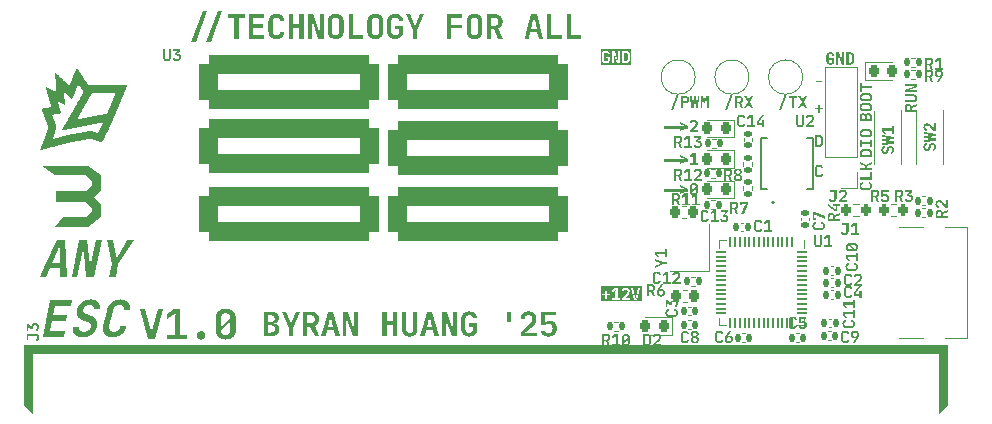
<source format=gbr>
%TF.GenerationSoftware,KiCad,Pcbnew,7.99.0-3012-g423a5b9961*%
%TF.CreationDate,2023-10-18T16:54:00-04:00*%
%TF.ProjectId,anyesc,616e7965-7363-42e6-9b69-6361645f7063,V1.0*%
%TF.SameCoordinates,Original*%
%TF.FileFunction,Legend,Top*%
%TF.FilePolarity,Positive*%
%FSLAX46Y46*%
G04 Gerber Fmt 4.6, Leading zero omitted, Abs format (unit mm)*
G04 Created by KiCad (PCBNEW 7.99.0-3012-g423a5b9961) date 2023-10-18 16:54:00*
%MOMM*%
%LPD*%
G01*
G04 APERTURE LIST*
G04 Aperture macros list*
%AMRoundRect*
0 Rectangle with rounded corners*
0 $1 Rounding radius*
0 $2 $3 $4 $5 $6 $7 $8 $9 X,Y pos of 4 corners*
0 Add a 4 corners polygon primitive as box body*
4,1,4,$2,$3,$4,$5,$6,$7,$8,$9,$2,$3,0*
0 Add four circle primitives for the rounded corners*
1,1,$1+$1,$2,$3*
1,1,$1+$1,$4,$5*
1,1,$1+$1,$6,$7*
1,1,$1+$1,$8,$9*
0 Add four rect primitives between the rounded corners*
20,1,$1+$1,$2,$3,$4,$5,0*
20,1,$1+$1,$4,$5,$6,$7,0*
20,1,$1+$1,$6,$7,$8,$9,0*
20,1,$1+$1,$8,$9,$2,$3,0*%
G04 Aperture macros list end*
%ADD10C,0.010000*%
%ADD11C,0.200000*%
%ADD12C,0.150000*%
%ADD13C,0.120000*%
%ADD14C,0.152400*%
%ADD15C,0.000000*%
%ADD16RoundRect,0.225000X0.225000X0.250000X-0.225000X0.250000X-0.225000X-0.250000X0.225000X-0.250000X0*%
%ADD17RoundRect,0.225000X-0.225000X-0.250000X0.225000X-0.250000X0.225000X0.250000X-0.225000X0.250000X0*%
%ADD18RoundRect,0.140000X0.170000X-0.140000X0.170000X0.140000X-0.170000X0.140000X-0.170000X-0.140000X0*%
%ADD19RoundRect,0.050000X-0.050000X0.387500X-0.050000X-0.387500X0.050000X-0.387500X0.050000X0.387500X0*%
%ADD20RoundRect,0.050000X-0.387500X0.050000X-0.387500X-0.050000X0.387500X-0.050000X0.387500X0.050000X0*%
%ADD21R,3.200000X3.200000*%
%ADD22RoundRect,0.135000X0.185000X-0.135000X0.185000X0.135000X-0.185000X0.135000X-0.185000X-0.135000X0*%
%ADD23RoundRect,0.218750X0.218750X0.256250X-0.218750X0.256250X-0.218750X-0.256250X0.218750X-0.256250X0*%
%ADD24C,2.000000*%
%ADD25RoundRect,0.800000X-6.800000X-1.500000X6.800000X-1.500000X6.800000X1.500000X-6.800000X1.500000X0*%
%ADD26RoundRect,0.140000X-0.140000X-0.170000X0.140000X-0.170000X0.140000X0.170000X-0.140000X0.170000X0*%
%ADD27RoundRect,0.140000X0.140000X0.170000X-0.140000X0.170000X-0.140000X-0.170000X0.140000X-0.170000X0*%
%ADD28RoundRect,0.218750X-0.218750X-0.256250X0.218750X-0.256250X0.218750X0.256250X-0.218750X0.256250X0*%
%ADD29RoundRect,0.135000X0.135000X0.185000X-0.135000X0.185000X-0.135000X-0.185000X0.135000X-0.185000X0*%
%ADD30RoundRect,0.135000X-0.135000X-0.185000X0.135000X-0.185000X0.135000X0.185000X-0.135000X0.185000X0*%
%ADD31R,1.700000X1.700000*%
%ADD32O,1.700000X1.700000*%
%ADD33R,0.304800X0.863600*%
%ADD34R,3.098800X2.387600*%
%ADD35R,4.750000X2.950000*%
%ADD36R,3.950000X4.900000*%
%ADD37R,3.950000X4.450000*%
%ADD38R,3.950000X4.850000*%
%ADD39RoundRect,0.135000X-0.185000X0.135000X-0.185000X-0.135000X0.185000X-0.135000X0.185000X0.135000X0*%
%ADD40C,2.500000*%
%ADD41RoundRect,0.200000X-0.200000X-0.275000X0.200000X-0.275000X0.200000X0.275000X-0.200000X0.275000X0*%
%ADD42RoundRect,0.200000X0.200000X0.275000X-0.200000X0.275000X-0.200000X-0.275000X0.200000X-0.275000X0*%
%ADD43R,1.200000X1.400000*%
%ADD44R,1.651000X4.572000*%
%ADD45C,0.650000*%
%ADD46R,1.450000X0.600000*%
%ADD47R,1.450000X0.300000*%
%ADD48O,2.100000X1.000000*%
%ADD49O,1.600000X1.000000*%
G04 APERTURE END LIST*
D10*
X162058366Y-97840800D02*
X163982400Y-97840800D01*
X163982400Y-97993200D01*
X162058366Y-97993200D01*
X162058366Y-97840800D01*
G36*
X162058366Y-97840800D02*
G01*
X163982400Y-97840800D01*
X163982400Y-97993200D01*
X162058366Y-97993200D01*
X162058366Y-97840800D01*
G37*
X162055183Y-100634800D02*
X163979217Y-100634800D01*
X163979217Y-100787200D01*
X162055183Y-100787200D01*
X162055183Y-100634800D01*
G36*
X162055183Y-100634800D02*
G01*
X163979217Y-100634800D01*
X163979217Y-100787200D01*
X162055183Y-100787200D01*
X162055183Y-100634800D01*
G37*
X162080583Y-103174800D02*
X164004617Y-103174800D01*
X164004617Y-103327200D01*
X162080583Y-103327200D01*
X162080583Y-103174800D01*
G36*
X162080583Y-103174800D02*
G01*
X164004617Y-103174800D01*
X164004617Y-103327200D01*
X162080583Y-103327200D01*
X162080583Y-103174800D01*
G37*
D11*
G36*
X174835042Y-96310896D02*
G01*
X175086856Y-96310896D01*
X175086856Y-96060791D01*
X175261246Y-96060791D01*
X175261246Y-96310896D01*
X175513060Y-96310896D01*
X175513060Y-96465990D01*
X175261246Y-96465990D01*
X175261246Y-96732947D01*
X175086856Y-96732947D01*
X175086856Y-96465990D01*
X174835042Y-96465990D01*
X174835042Y-96310896D01*
G37*
G36*
X117686263Y-113327795D02*
G01*
X118139944Y-113327795D01*
X118590572Y-115253650D01*
X118597731Y-115280539D01*
X118604247Y-115307779D01*
X118610120Y-115335370D01*
X118615350Y-115363311D01*
X118618050Y-115379435D01*
X118622654Y-115406988D01*
X118626849Y-115433548D01*
X118630635Y-115459114D01*
X118634011Y-115483687D01*
X118635757Y-115497282D01*
X118638934Y-115522393D01*
X118642052Y-115547505D01*
X118645111Y-115572616D01*
X118648113Y-115597727D01*
X118649801Y-115612076D01*
X118667509Y-115612076D01*
X118670685Y-115586965D01*
X118673803Y-115561854D01*
X118676863Y-115536743D01*
X118679864Y-115511631D01*
X118681553Y-115497282D01*
X118685522Y-115469767D01*
X118689496Y-115444626D01*
X118693937Y-115418492D01*
X118698845Y-115391365D01*
X118701092Y-115379435D01*
X118705736Y-115355292D01*
X118711317Y-115327451D01*
X118717073Y-115299961D01*
X118723004Y-115272821D01*
X118727348Y-115253650D01*
X119181030Y-113327795D01*
X119627994Y-113327795D01*
X118945335Y-115907000D01*
X118351214Y-115907000D01*
X117686263Y-113327795D01*
G37*
G36*
X119974208Y-115519264D02*
G01*
X120677628Y-115519264D01*
X120677628Y-114052586D01*
X120677904Y-114022857D01*
X120678734Y-113994120D01*
X120680118Y-113966376D01*
X120682054Y-113939623D01*
X120684545Y-113913863D01*
X120687588Y-113889096D01*
X120692171Y-113859531D01*
X120695335Y-113842537D01*
X120697927Y-113816723D01*
X120701582Y-113791489D01*
X120706299Y-113766835D01*
X120709379Y-113753388D01*
X120681291Y-113753388D01*
X120661981Y-113770600D01*
X120642670Y-113787811D01*
X120625115Y-113803458D01*
X120603534Y-113817769D01*
X120582846Y-113832698D01*
X120565276Y-113846200D01*
X120545133Y-113861788D01*
X120524394Y-113877256D01*
X120503058Y-113892604D01*
X120498720Y-113895660D01*
X119988252Y-114230883D01*
X119988252Y-113764379D01*
X120607408Y-113327795D01*
X121117265Y-113327795D01*
X121117265Y-115519264D01*
X121662537Y-115519264D01*
X121662537Y-115907000D01*
X119974208Y-115907000D01*
X119974208Y-115519264D01*
G37*
G36*
X122511891Y-115594369D02*
G01*
X122512712Y-115564723D01*
X122515176Y-115536237D01*
X122519281Y-115508910D01*
X122525029Y-115482742D01*
X122532419Y-115457733D01*
X122541451Y-115433884D01*
X122552125Y-115411194D01*
X122564442Y-115389663D01*
X122578400Y-115369291D01*
X122594001Y-115350078D01*
X122605314Y-115337914D01*
X122623368Y-115320891D01*
X122642494Y-115305542D01*
X122669666Y-115287682D01*
X122691298Y-115276240D01*
X122714002Y-115266473D01*
X122737780Y-115258380D01*
X122762631Y-115251961D01*
X122788556Y-115247217D01*
X122815554Y-115244147D01*
X122843625Y-115242752D01*
X122853221Y-115242659D01*
X122882288Y-115243496D01*
X122910186Y-115246008D01*
X122936914Y-115250194D01*
X122962472Y-115256054D01*
X122986860Y-115263589D01*
X123010078Y-115272798D01*
X123032126Y-115283682D01*
X123059703Y-115300798D01*
X123085201Y-115320891D01*
X123102959Y-115337914D01*
X123119327Y-115356354D01*
X123134086Y-115375953D01*
X123147234Y-115396711D01*
X123158772Y-115418628D01*
X123168701Y-115441705D01*
X123177019Y-115465941D01*
X123183727Y-115491336D01*
X123188826Y-115517890D01*
X123192314Y-115545604D01*
X123194192Y-115574476D01*
X123194550Y-115594369D01*
X123193745Y-115623485D01*
X123191330Y-115651527D01*
X123187305Y-115678496D01*
X123181670Y-115704392D01*
X123174425Y-115729215D01*
X123165570Y-115752964D01*
X123155105Y-115775640D01*
X123143030Y-115797243D01*
X123129345Y-115817772D01*
X123114050Y-115837228D01*
X123102959Y-115849602D01*
X123085201Y-115866844D01*
X123066273Y-115882389D01*
X123039215Y-115900478D01*
X123017557Y-115912067D01*
X122994729Y-115921959D01*
X122970731Y-115930156D01*
X122945563Y-115936657D01*
X122919225Y-115941462D01*
X122891718Y-115944571D01*
X122863040Y-115945984D01*
X122853221Y-115946078D01*
X122824792Y-115945230D01*
X122797436Y-115942687D01*
X122771154Y-115938447D01*
X122745945Y-115932511D01*
X122721809Y-115924880D01*
X122698747Y-115915553D01*
X122676758Y-115904530D01*
X122655842Y-115891811D01*
X122636000Y-115877396D01*
X122617231Y-115861285D01*
X122605314Y-115849602D01*
X122588619Y-115830862D01*
X122573565Y-115811048D01*
X122560154Y-115790161D01*
X122548385Y-115768201D01*
X122538258Y-115745167D01*
X122529773Y-115721060D01*
X122522931Y-115695880D01*
X122517730Y-115669626D01*
X122514172Y-115642299D01*
X122512256Y-115613899D01*
X122511891Y-115594369D01*
G37*
G36*
X124986578Y-113339880D02*
G01*
X125021298Y-113341329D01*
X125055428Y-113343744D01*
X125088968Y-113347125D01*
X125121918Y-113351472D01*
X125154277Y-113356785D01*
X125186046Y-113363064D01*
X125217224Y-113370309D01*
X125247813Y-113378520D01*
X125277810Y-113387697D01*
X125297481Y-113394351D01*
X125326481Y-113404959D01*
X125354632Y-113416405D01*
X125381936Y-113428687D01*
X125408392Y-113441807D01*
X125434000Y-113455764D01*
X125458760Y-113470558D01*
X125482672Y-113486189D01*
X125505736Y-113502658D01*
X125527952Y-113519963D01*
X125549321Y-113538106D01*
X125563095Y-113550667D01*
X125583154Y-113570140D01*
X125602343Y-113590323D01*
X125620663Y-113611213D01*
X125638114Y-113632812D01*
X125654695Y-113655120D01*
X125670407Y-113678136D01*
X125685249Y-113701860D01*
X125699222Y-113726293D01*
X125712326Y-113751434D01*
X125724560Y-113777283D01*
X125732233Y-113794909D01*
X125742927Y-113821881D01*
X125752569Y-113849442D01*
X125761160Y-113877594D01*
X125768698Y-113906336D01*
X125775184Y-113935668D01*
X125780619Y-113965591D01*
X125785002Y-113996104D01*
X125788333Y-114027207D01*
X125790612Y-114058901D01*
X125791839Y-114091185D01*
X125792073Y-114113036D01*
X125792073Y-115165112D01*
X125791547Y-115197151D01*
X125789969Y-115228696D01*
X125787339Y-115259748D01*
X125783658Y-115290305D01*
X125778924Y-115320369D01*
X125773139Y-115349940D01*
X125766302Y-115379016D01*
X125758413Y-115407599D01*
X125749472Y-115435688D01*
X125739479Y-115463284D01*
X125732233Y-115481406D01*
X125720563Y-115508055D01*
X125707990Y-115533964D01*
X125694516Y-115559132D01*
X125680141Y-115583559D01*
X125664864Y-115607246D01*
X125648685Y-115630192D01*
X125631605Y-115652397D01*
X125613623Y-115673862D01*
X125594739Y-115694586D01*
X125574954Y-115714570D01*
X125561263Y-115727481D01*
X125540149Y-115746204D01*
X125518251Y-115764132D01*
X125495570Y-115781266D01*
X125472105Y-115797605D01*
X125447857Y-115813151D01*
X125422825Y-115827902D01*
X125397009Y-115841859D01*
X125370410Y-115855022D01*
X125343028Y-115867390D01*
X125314862Y-115878964D01*
X125295649Y-115886239D01*
X125266372Y-115896278D01*
X125236473Y-115905330D01*
X125205951Y-115913394D01*
X125174806Y-115920471D01*
X125143039Y-115926560D01*
X125110650Y-115931662D01*
X125077637Y-115935777D01*
X125044003Y-115938904D01*
X125009746Y-115941043D01*
X124974866Y-115942195D01*
X124951267Y-115942415D01*
X124915951Y-115941937D01*
X124881214Y-115940504D01*
X124847057Y-115938116D01*
X124813479Y-115934773D01*
X124780482Y-115930474D01*
X124748063Y-115925220D01*
X124716225Y-115919011D01*
X124684966Y-115911846D01*
X124654286Y-115903726D01*
X124624186Y-115894651D01*
X124604442Y-115888071D01*
X124575546Y-115877353D01*
X124547477Y-115865810D01*
X124520234Y-115853440D01*
X124493817Y-115840243D01*
X124468227Y-115826220D01*
X124443463Y-115811370D01*
X124419526Y-115795694D01*
X124396416Y-115779192D01*
X124374132Y-115761863D01*
X124352674Y-115743707D01*
X124338828Y-115731145D01*
X124318878Y-115711655D01*
X124299787Y-115691424D01*
X124281555Y-115670453D01*
X124264181Y-115648741D01*
X124247666Y-115626289D01*
X124232010Y-115603096D01*
X124217212Y-115579163D01*
X124203273Y-115554488D01*
X124190193Y-115529074D01*
X124177971Y-115502918D01*
X124170300Y-115485070D01*
X124159606Y-115457772D01*
X124149964Y-115429915D01*
X124141374Y-115401500D01*
X124133836Y-115372527D01*
X124127349Y-115342996D01*
X124121914Y-115312907D01*
X124117532Y-115282260D01*
X124114201Y-115251055D01*
X124111922Y-115219291D01*
X124110695Y-115186970D01*
X124110644Y-115182209D01*
X124550098Y-115182209D01*
X124552347Y-115213332D01*
X124556345Y-115243274D01*
X124562092Y-115272036D01*
X124569590Y-115299617D01*
X124578836Y-115326018D01*
X124589833Y-115351237D01*
X124602579Y-115375276D01*
X124617074Y-115398135D01*
X124633319Y-115419813D01*
X124651313Y-115440310D01*
X124664281Y-115453318D01*
X124685065Y-115471542D01*
X124707115Y-115487973D01*
X124730431Y-115502611D01*
X124755014Y-115515457D01*
X124780863Y-115526511D01*
X124807979Y-115535772D01*
X124836362Y-115543240D01*
X124866011Y-115548917D01*
X124896926Y-115552800D01*
X124929108Y-115554891D01*
X124951267Y-115555290D01*
X124984959Y-115554361D01*
X125017341Y-115551576D01*
X125048414Y-115546934D01*
X125078178Y-115540435D01*
X125106632Y-115532079D01*
X125133776Y-115521866D01*
X125159611Y-115509797D01*
X125184137Y-115495870D01*
X125207353Y-115480087D01*
X125229260Y-115462447D01*
X125243137Y-115449655D01*
X125262670Y-115429204D01*
X125280281Y-115407466D01*
X125295972Y-115384439D01*
X125309741Y-115360125D01*
X125321589Y-115334522D01*
X125331515Y-115307631D01*
X125339520Y-115279453D01*
X125345604Y-115249986D01*
X125349767Y-115219232D01*
X125352009Y-115187189D01*
X125352436Y-115165112D01*
X125352436Y-114390862D01*
X124550098Y-115182209D01*
X124110644Y-115182209D01*
X124110461Y-115165112D01*
X124110461Y-114887286D01*
X124550098Y-114887286D01*
X125352436Y-114098992D01*
X125350182Y-114067323D01*
X125346167Y-114036889D01*
X125340393Y-114007689D01*
X125332858Y-113979723D01*
X125323563Y-113952992D01*
X125312508Y-113927495D01*
X125299692Y-113903232D01*
X125285116Y-113880204D01*
X125268780Y-113858410D01*
X125250684Y-113837850D01*
X125237642Y-113824829D01*
X125216967Y-113806606D01*
X125195016Y-113790175D01*
X125171787Y-113775536D01*
X125147281Y-113762690D01*
X125121498Y-113751637D01*
X125094437Y-113742376D01*
X125066100Y-113734907D01*
X125036485Y-113729231D01*
X125005592Y-113725347D01*
X124973423Y-113723256D01*
X124951267Y-113722858D01*
X124917569Y-113723786D01*
X124885171Y-113726572D01*
X124854071Y-113731214D01*
X124824270Y-113737713D01*
X124795768Y-113746069D01*
X124768564Y-113756281D01*
X124742659Y-113768351D01*
X124718053Y-113782278D01*
X124694746Y-113798061D01*
X124672737Y-113815701D01*
X124658786Y-113828493D01*
X124639362Y-113848943D01*
X124621849Y-113870682D01*
X124606246Y-113893709D01*
X124592554Y-113918023D01*
X124580773Y-113943626D01*
X124570901Y-113970516D01*
X124562941Y-113998695D01*
X124556891Y-114028161D01*
X124552751Y-114058916D01*
X124550522Y-114090959D01*
X124550098Y-114113036D01*
X124550098Y-114887286D01*
X124110461Y-114887286D01*
X124110461Y-114113036D01*
X124110987Y-114080358D01*
X124112565Y-114048271D01*
X124115194Y-114016774D01*
X124118876Y-113985867D01*
X124123609Y-113955551D01*
X124129394Y-113925825D01*
X124136231Y-113896689D01*
X124144120Y-113868144D01*
X124153061Y-113840189D01*
X124163054Y-113812825D01*
X124170300Y-113794909D01*
X124181950Y-113768588D01*
X124194457Y-113742974D01*
X124207824Y-113718070D01*
X124222049Y-113693873D01*
X124237133Y-113670385D01*
X124253076Y-113647605D01*
X124269877Y-113625534D01*
X124287537Y-113604171D01*
X124306055Y-113583517D01*
X124325433Y-113563570D01*
X124338828Y-113550667D01*
X124359735Y-113531966D01*
X124381468Y-113514102D01*
X124404027Y-113497075D01*
X124427414Y-113480886D01*
X124451626Y-113465533D01*
X124476665Y-113451018D01*
X124502531Y-113437341D01*
X124529223Y-113424500D01*
X124556741Y-113412496D01*
X124585086Y-113401330D01*
X124604442Y-113394351D01*
X124634155Y-113384530D01*
X124664448Y-113375675D01*
X124695321Y-113367786D01*
X124726773Y-113360863D01*
X124758805Y-113354906D01*
X124791417Y-113349915D01*
X124824608Y-113345890D01*
X124858378Y-113342831D01*
X124892728Y-113340738D01*
X124927658Y-113339611D01*
X124951267Y-113339397D01*
X124986578Y-113339880D01*
G37*
G36*
X163136901Y-95169818D02*
G01*
X163319595Y-95169818D01*
X162828667Y-96506315D01*
X162644508Y-96506315D01*
X163136901Y-95169818D01*
G37*
G36*
X163866413Y-95318513D02*
G01*
X163880301Y-95319099D01*
X163893953Y-95320076D01*
X163907369Y-95321443D01*
X163920549Y-95323201D01*
X163933492Y-95325350D01*
X163946200Y-95327890D01*
X163958671Y-95330820D01*
X163970907Y-95334141D01*
X163982906Y-95337852D01*
X163990774Y-95340544D01*
X164002332Y-95344831D01*
X164013560Y-95349448D01*
X164024457Y-95354396D01*
X164035024Y-95359675D01*
X164045260Y-95365284D01*
X164055165Y-95371224D01*
X164064740Y-95377494D01*
X164073985Y-95384095D01*
X164082898Y-95391027D01*
X164091481Y-95398289D01*
X164097020Y-95403314D01*
X164105041Y-95411069D01*
X164112710Y-95419128D01*
X164120028Y-95427492D01*
X164126993Y-95436161D01*
X164133606Y-95445135D01*
X164139867Y-95454413D01*
X164145776Y-95463997D01*
X164151333Y-95473885D01*
X164156538Y-95484078D01*
X164161391Y-95494576D01*
X164164431Y-95501744D01*
X164168708Y-95512716D01*
X164172565Y-95523923D01*
X164176001Y-95535367D01*
X164179017Y-95547047D01*
X164181611Y-95558963D01*
X164183785Y-95571116D01*
X164185538Y-95583504D01*
X164186871Y-95596129D01*
X164187782Y-95608989D01*
X164188273Y-95622086D01*
X164188367Y-95630949D01*
X164188156Y-95643941D01*
X164187525Y-95656723D01*
X164186473Y-95669294D01*
X164185001Y-95681656D01*
X164183107Y-95693807D01*
X164180793Y-95705747D01*
X164178058Y-95717477D01*
X164174903Y-95728997D01*
X164171326Y-95740306D01*
X164167329Y-95751405D01*
X164164431Y-95758688D01*
X164159813Y-95769397D01*
X164154842Y-95779819D01*
X164149520Y-95789954D01*
X164143846Y-95799801D01*
X164137819Y-95809360D01*
X164131441Y-95818631D01*
X164124710Y-95827615D01*
X164117628Y-95836311D01*
X164110193Y-95844719D01*
X164102406Y-95852840D01*
X164097020Y-95858094D01*
X164088657Y-95865666D01*
X164079964Y-95872904D01*
X164070940Y-95879806D01*
X164061585Y-95886373D01*
X164051900Y-95892606D01*
X164041885Y-95898503D01*
X164031539Y-95904066D01*
X164020862Y-95909294D01*
X164009854Y-95914187D01*
X163998516Y-95918745D01*
X163990774Y-95921598D01*
X163978932Y-95925526D01*
X163966855Y-95929068D01*
X163954541Y-95932224D01*
X163941990Y-95934993D01*
X163929204Y-95937376D01*
X163916182Y-95939372D01*
X163902923Y-95940982D01*
X163889429Y-95942206D01*
X163875698Y-95943043D01*
X163861731Y-95943494D01*
X163852288Y-95943579D01*
X163680586Y-95943579D01*
X163680586Y-96350000D01*
X163504731Y-96350000D01*
X163504731Y-95473412D01*
X163680586Y-95473412D01*
X163680586Y-95788485D01*
X163852288Y-95788485D01*
X163865717Y-95788105D01*
X163878618Y-95786965D01*
X163890991Y-95785066D01*
X163902835Y-95782406D01*
X163914152Y-95778986D01*
X163924940Y-95774807D01*
X163935201Y-95769867D01*
X163944933Y-95764168D01*
X163954137Y-95757708D01*
X163962813Y-95750489D01*
X163968304Y-95745254D01*
X163975986Y-95736904D01*
X163982913Y-95728064D01*
X163989083Y-95718734D01*
X163994499Y-95708915D01*
X163999158Y-95698607D01*
X164003063Y-95687809D01*
X164006211Y-95676522D01*
X164008604Y-95664746D01*
X164010241Y-95652480D01*
X164011123Y-95639724D01*
X164011290Y-95630949D01*
X164010913Y-95617867D01*
X164009779Y-95605274D01*
X164007890Y-95593172D01*
X164005245Y-95581558D01*
X164001845Y-95570434D01*
X163997689Y-95559799D01*
X163992778Y-95549654D01*
X163987110Y-95539999D01*
X163980688Y-95530832D01*
X163973509Y-95522156D01*
X163968304Y-95516643D01*
X163959980Y-95508917D01*
X163951128Y-95501951D01*
X163941747Y-95495745D01*
X163931839Y-95490299D01*
X163921403Y-95485613D01*
X163910438Y-95481687D01*
X163898946Y-95478520D01*
X163886925Y-95476114D01*
X163874376Y-95474467D01*
X163861300Y-95473581D01*
X163852288Y-95473412D01*
X163680586Y-95473412D01*
X163504731Y-95473412D01*
X163504731Y-95318318D01*
X163852288Y-95318318D01*
X163866413Y-95318513D01*
G37*
G36*
X164412826Y-95318318D02*
G01*
X164470467Y-96037124D01*
X164471489Y-96047142D01*
X164472356Y-96057778D01*
X164473069Y-96069032D01*
X164473545Y-96078883D01*
X164473913Y-96089163D01*
X164474131Y-96097697D01*
X164474342Y-96108463D01*
X164474517Y-96119087D01*
X164474657Y-96129567D01*
X164474760Y-96139905D01*
X164474828Y-96150099D01*
X164474861Y-96160150D01*
X164474863Y-96164131D01*
X164474863Y-96175850D01*
X164474863Y-96187653D01*
X164474863Y-96199540D01*
X164474863Y-96211510D01*
X164474863Y-96223564D01*
X164474863Y-96235701D01*
X164474863Y-96240579D01*
X164493182Y-96240579D01*
X164493569Y-96228408D01*
X164493969Y-96216321D01*
X164494380Y-96204318D01*
X164494804Y-96192398D01*
X164495239Y-96180562D01*
X164495686Y-96168809D01*
X164495868Y-96164131D01*
X164496338Y-96154137D01*
X164496832Y-96144000D01*
X164497350Y-96133720D01*
X164497891Y-96123296D01*
X164498456Y-96112730D01*
X164499045Y-96102021D01*
X164499288Y-96097697D01*
X164499993Y-96087073D01*
X164500733Y-96076879D01*
X164501510Y-96067114D01*
X164502488Y-96055963D01*
X164503519Y-96045430D01*
X164504417Y-96037124D01*
X164588681Y-95318318D01*
X164734982Y-95318318D01*
X164815338Y-96036880D01*
X164816345Y-96046898D01*
X164817353Y-96057534D01*
X164818360Y-96068788D01*
X164819200Y-96078639D01*
X164820040Y-96088919D01*
X164820711Y-96097452D01*
X164821591Y-96108219D01*
X164822400Y-96118843D01*
X164823137Y-96129323D01*
X164823802Y-96139661D01*
X164824396Y-96149855D01*
X164824919Y-96159906D01*
X164825108Y-96163886D01*
X164825917Y-96175676D01*
X164826668Y-96187538D01*
X164827358Y-96199471D01*
X164827989Y-96211476D01*
X164828560Y-96223552D01*
X164829072Y-96235700D01*
X164829260Y-96240579D01*
X164849043Y-96240579D01*
X164849079Y-96228408D01*
X164849187Y-96216321D01*
X164849365Y-96204318D01*
X164849616Y-96192398D01*
X164849938Y-96180562D01*
X164850331Y-96168809D01*
X164850509Y-96164131D01*
X164850521Y-96154137D01*
X164850557Y-96144000D01*
X164850616Y-96133720D01*
X164850700Y-96123296D01*
X164850807Y-96112730D01*
X164850938Y-96102021D01*
X164850997Y-96097697D01*
X164851280Y-96087073D01*
X164851670Y-96076879D01*
X164852167Y-96067114D01*
X164852906Y-96055963D01*
X164853799Y-96045430D01*
X164854661Y-96037124D01*
X164909616Y-95318318D01*
X165060069Y-95318318D01*
X164957243Y-96350000D01*
X164753300Y-96350000D01*
X164678806Y-95637055D01*
X164677926Y-95626667D01*
X164677117Y-95616113D01*
X164676380Y-95605391D01*
X164675715Y-95594503D01*
X164675121Y-95583448D01*
X164674599Y-95572225D01*
X164674410Y-95567690D01*
X164674058Y-95556366D01*
X164673766Y-95545293D01*
X164673533Y-95534470D01*
X164673360Y-95523898D01*
X164673247Y-95513576D01*
X164673193Y-95503504D01*
X164673189Y-95499546D01*
X164673189Y-95488326D01*
X164673189Y-95477106D01*
X164673189Y-95465886D01*
X164673189Y-95454666D01*
X164673189Y-95443446D01*
X164673189Y-95432226D01*
X164673189Y-95427739D01*
X164651939Y-95427739D01*
X164651939Y-95438958D01*
X164651939Y-95450178D01*
X164651939Y-95461398D01*
X164651939Y-95472618D01*
X164651939Y-95483838D01*
X164651939Y-95495058D01*
X164651939Y-95499546D01*
X164651552Y-95509517D01*
X164651152Y-95519739D01*
X164650741Y-95530211D01*
X164650318Y-95540934D01*
X164649882Y-95551907D01*
X164649435Y-95563130D01*
X164649253Y-95567690D01*
X164648729Y-95578979D01*
X164648075Y-95590101D01*
X164647289Y-95601056D01*
X164646372Y-95611844D01*
X164645323Y-95622465D01*
X164644144Y-95632920D01*
X164643635Y-95637055D01*
X164562058Y-96350000D01*
X164358115Y-96350000D01*
X164260907Y-95318318D01*
X164412826Y-95318318D01*
G37*
G36*
X165368792Y-95318318D02*
G01*
X165470153Y-95655861D01*
X165473147Y-95665440D01*
X165475930Y-95675369D01*
X165478503Y-95685649D01*
X165480865Y-95696280D01*
X165482121Y-95702512D01*
X165484223Y-95713413D01*
X165486255Y-95724103D01*
X165488217Y-95734584D01*
X165490108Y-95744853D01*
X165491158Y-95750628D01*
X165492746Y-95760336D01*
X165494215Y-95770045D01*
X165495563Y-95779754D01*
X165496791Y-95789462D01*
X165497898Y-95799171D01*
X165498241Y-95802407D01*
X165509476Y-95802407D01*
X165510618Y-95792698D01*
X165511846Y-95782990D01*
X165513160Y-95773281D01*
X165514559Y-95763572D01*
X165516045Y-95753864D01*
X165516559Y-95750628D01*
X165517935Y-95740478D01*
X165519498Y-95730118D01*
X165521247Y-95719547D01*
X165523184Y-95708767D01*
X165524375Y-95702512D01*
X165526617Y-95691681D01*
X165529070Y-95681201D01*
X165531733Y-95671071D01*
X165534606Y-95661292D01*
X165536343Y-95655861D01*
X165630621Y-95318318D01*
X165845799Y-95318318D01*
X165845799Y-96350000D01*
X165684110Y-96350000D01*
X165684110Y-95681018D01*
X165684193Y-95668869D01*
X165684380Y-95659021D01*
X165684674Y-95649059D01*
X165685075Y-95638982D01*
X165685582Y-95628791D01*
X165686197Y-95618485D01*
X165686918Y-95608064D01*
X165687529Y-95600174D01*
X165688399Y-95589733D01*
X165689300Y-95579535D01*
X165690231Y-95569583D01*
X165691438Y-95557485D01*
X165692693Y-95545769D01*
X165693995Y-95534434D01*
X165695345Y-95523482D01*
X165696406Y-95513147D01*
X165697513Y-95502904D01*
X165698665Y-95492753D01*
X165699863Y-95482693D01*
X165701108Y-95472725D01*
X165702397Y-95462848D01*
X165703733Y-95453063D01*
X165705115Y-95443370D01*
X165688262Y-95443370D01*
X165685596Y-95455042D01*
X165682943Y-95466702D01*
X165680301Y-95478350D01*
X165677672Y-95489986D01*
X165675054Y-95501610D01*
X165672448Y-95513223D01*
X165671409Y-95517864D01*
X165669142Y-95528240D01*
X165666768Y-95538758D01*
X165664286Y-95549420D01*
X165661697Y-95560225D01*
X165659000Y-95571173D01*
X165656196Y-95582264D01*
X165655045Y-95586741D01*
X165652233Y-95597782D01*
X165649444Y-95608465D01*
X165646680Y-95618790D01*
X165643939Y-95628758D01*
X165641223Y-95638368D01*
X165637994Y-95649428D01*
X165637459Y-95651221D01*
X165568583Y-95904989D01*
X165433517Y-95904989D01*
X165360488Y-95651221D01*
X165357382Y-95641267D01*
X165354325Y-95631099D01*
X165351315Y-95620717D01*
X165348352Y-95610119D01*
X165345437Y-95599307D01*
X165342570Y-95588280D01*
X165341437Y-95583810D01*
X165338661Y-95572697D01*
X165335980Y-95561799D01*
X165333394Y-95551116D01*
X165330904Y-95540647D01*
X165328509Y-95530393D01*
X165326210Y-95520354D01*
X165325317Y-95516399D01*
X165322681Y-95504827D01*
X165320117Y-95493315D01*
X165317625Y-95481862D01*
X165315204Y-95470470D01*
X165312854Y-95459136D01*
X165310577Y-95447863D01*
X165309685Y-95443370D01*
X165294298Y-95443370D01*
X165295703Y-95453063D01*
X165297107Y-95462848D01*
X165298511Y-95472725D01*
X165299916Y-95482693D01*
X165301320Y-95492753D01*
X165302725Y-95502904D01*
X165304129Y-95513147D01*
X165305533Y-95523482D01*
X165306461Y-95534434D01*
X165307413Y-95545769D01*
X165308388Y-95557485D01*
X165309388Y-95569583D01*
X165310204Y-95579535D01*
X165311036Y-95589733D01*
X165311884Y-95600174D01*
X165312685Y-95610680D01*
X165313380Y-95621072D01*
X165313967Y-95631349D01*
X165314448Y-95641512D01*
X165314822Y-95651560D01*
X165315089Y-95661494D01*
X165315250Y-95671314D01*
X165315303Y-95681018D01*
X165315303Y-96350000D01*
X165155080Y-96350000D01*
X165155080Y-95318318D01*
X165368792Y-95318318D01*
G37*
G36*
X158820779Y-91663590D02*
G01*
X158834385Y-91664527D01*
X158847446Y-91666267D01*
X158859962Y-91668809D01*
X158871932Y-91672154D01*
X158883358Y-91676302D01*
X158894238Y-91681253D01*
X158904572Y-91687007D01*
X158914362Y-91693564D01*
X158923606Y-91700923D01*
X158932305Y-91709085D01*
X158937777Y-91714909D01*
X158945322Y-91724074D01*
X158952074Y-91733754D01*
X158958031Y-91743949D01*
X158963193Y-91754660D01*
X158967562Y-91765885D01*
X158971136Y-91777626D01*
X158973916Y-91789882D01*
X158975902Y-91802653D01*
X158977093Y-91815940D01*
X158977490Y-91829741D01*
X158977490Y-92217110D01*
X158977314Y-92226372D01*
X158976387Y-92239845D01*
X158974666Y-92252816D01*
X158972151Y-92265284D01*
X158968841Y-92277250D01*
X158964738Y-92288714D01*
X158959840Y-92299676D01*
X158954147Y-92310135D01*
X158947661Y-92320092D01*
X158940380Y-92329547D01*
X158932305Y-92338499D01*
X158926566Y-92344119D01*
X158917504Y-92351868D01*
X158907896Y-92358802D01*
X158897743Y-92364920D01*
X158887045Y-92370222D01*
X158875801Y-92374709D01*
X158864013Y-92378379D01*
X158851679Y-92381234D01*
X158838799Y-92383274D01*
X158825375Y-92384497D01*
X158811405Y-92384905D01*
X158674873Y-92384905D01*
X158674873Y-91663412D01*
X158811405Y-91663412D01*
X158820779Y-91663590D01*
G37*
G36*
X159265921Y-92666742D02*
G01*
X156692618Y-92666742D01*
X156692618Y-92236894D01*
X156803729Y-92236894D01*
X156803822Y-92245848D01*
X156804313Y-92259082D01*
X156805225Y-92272080D01*
X156806557Y-92284842D01*
X156808310Y-92297368D01*
X156810484Y-92309658D01*
X156813079Y-92321711D01*
X156816094Y-92333529D01*
X156819530Y-92345110D01*
X156823387Y-92356455D01*
X156827665Y-92367564D01*
X156830736Y-92374796D01*
X156835639Y-92385400D01*
X156840899Y-92395713D01*
X156846516Y-92405734D01*
X156852489Y-92415462D01*
X156858818Y-92424899D01*
X156865503Y-92434044D01*
X156872545Y-92442897D01*
X156879943Y-92451458D01*
X156887697Y-92459727D01*
X156895808Y-92467704D01*
X156901433Y-92472852D01*
X156910123Y-92480302D01*
X156919118Y-92487426D01*
X156928418Y-92494224D01*
X156938023Y-92500695D01*
X156947933Y-92506841D01*
X156958147Y-92512660D01*
X156968667Y-92518152D01*
X156979491Y-92523318D01*
X156990620Y-92528158D01*
X157002054Y-92532672D01*
X157009863Y-92535452D01*
X157021781Y-92539286D01*
X157033943Y-92542717D01*
X157046350Y-92545744D01*
X157059002Y-92548367D01*
X157071898Y-92550586D01*
X157085039Y-92552402D01*
X157098425Y-92553815D01*
X157112056Y-92554824D01*
X157125931Y-92555429D01*
X157140051Y-92555631D01*
X157149494Y-92555545D01*
X157163461Y-92555094D01*
X157177191Y-92554257D01*
X157190686Y-92553034D01*
X157203944Y-92551424D01*
X157216967Y-92549427D01*
X157229753Y-92547044D01*
X157242303Y-92544275D01*
X157254617Y-92541120D01*
X157266695Y-92537578D01*
X157278537Y-92533649D01*
X157286308Y-92530827D01*
X157297682Y-92526315D01*
X157308716Y-92521468D01*
X157319411Y-92516286D01*
X157329768Y-92510769D01*
X157339785Y-92504917D01*
X157349463Y-92498730D01*
X157358801Y-92492209D01*
X157367801Y-92485352D01*
X157376461Y-92478161D01*
X157384782Y-92470635D01*
X157390170Y-92465410D01*
X157397962Y-92457330D01*
X157405406Y-92448958D01*
X157412502Y-92440294D01*
X157419250Y-92431338D01*
X157425651Y-92422090D01*
X157431704Y-92412551D01*
X157437409Y-92402719D01*
X157442766Y-92392595D01*
X157447776Y-92382180D01*
X157452438Y-92371472D01*
X157455336Y-92364155D01*
X157459333Y-92352990D01*
X157462910Y-92341598D01*
X157466065Y-92329978D01*
X157468800Y-92318131D01*
X157471114Y-92306056D01*
X157473008Y-92293753D01*
X157474480Y-92281223D01*
X157475532Y-92268465D01*
X157476163Y-92255480D01*
X157476374Y-92242267D01*
X157476374Y-91992896D01*
X157123198Y-91992896D01*
X157123198Y-92147990D01*
X157300519Y-92147990D01*
X157300519Y-92244710D01*
X157300351Y-92253541D01*
X157299469Y-92266358D01*
X157297832Y-92278660D01*
X157295439Y-92290446D01*
X157292291Y-92301718D01*
X157288387Y-92312474D01*
X157283727Y-92322715D01*
X157278312Y-92332441D01*
X157272141Y-92341651D01*
X157265214Y-92350347D01*
X157257532Y-92358527D01*
X157252036Y-92363614D01*
X157243329Y-92370629D01*
X157234069Y-92376906D01*
X157224256Y-92382445D01*
X157213888Y-92387245D01*
X157202966Y-92391306D01*
X157191491Y-92394629D01*
X157179462Y-92397214D01*
X157166879Y-92399060D01*
X157153742Y-92400168D01*
X157140051Y-92400537D01*
X157130862Y-92400366D01*
X157117541Y-92399469D01*
X157104773Y-92397804D01*
X157092560Y-92395371D01*
X157080900Y-92392169D01*
X157069793Y-92388198D01*
X157059241Y-92383459D01*
X157049243Y-92377951D01*
X157039798Y-92371675D01*
X157030907Y-92364631D01*
X157022570Y-92356817D01*
X157017365Y-92351203D01*
X157010186Y-92342333D01*
X157003764Y-92332927D01*
X156998096Y-92322985D01*
X156993185Y-92312505D01*
X156989029Y-92301489D01*
X156985629Y-92289937D01*
X156982984Y-92277847D01*
X156981095Y-92265222D01*
X156979961Y-92252059D01*
X156979584Y-92238360D01*
X156979584Y-91802630D01*
X156979752Y-91793802D01*
X156980633Y-91781000D01*
X156982270Y-91768726D01*
X156984663Y-91756981D01*
X156987812Y-91745763D01*
X156991716Y-91735073D01*
X156996375Y-91724912D01*
X157001791Y-91715278D01*
X157007962Y-91706173D01*
X157014888Y-91697595D01*
X157022570Y-91689546D01*
X157028067Y-91684488D01*
X157036773Y-91677514D01*
X157046033Y-91671273D01*
X157055847Y-91665767D01*
X157066214Y-91660995D01*
X157077136Y-91656957D01*
X157088611Y-91653654D01*
X157100641Y-91651084D01*
X157113224Y-91649249D01*
X157126360Y-91648147D01*
X157140051Y-91647780D01*
X157148382Y-91647917D01*
X157160521Y-91648633D01*
X157172230Y-91649963D01*
X157183510Y-91651907D01*
X157194361Y-91654466D01*
X157204782Y-91657638D01*
X157214774Y-91661424D01*
X157224337Y-91665824D01*
X157233470Y-91670837D01*
X157242174Y-91676465D01*
X157250449Y-91682707D01*
X157255687Y-91687144D01*
X157263036Y-91694177D01*
X157269775Y-91701666D01*
X157275904Y-91709611D01*
X157281424Y-91718010D01*
X157286334Y-91726864D01*
X157290634Y-91736173D01*
X157294325Y-91745938D01*
X157297407Y-91756157D01*
X157299878Y-91766832D01*
X157301740Y-91777962D01*
X157479060Y-91777962D01*
X157476490Y-91761255D01*
X157473359Y-91745023D01*
X157469666Y-91729267D01*
X157465413Y-91713985D01*
X157460599Y-91699179D01*
X157455224Y-91684848D01*
X157449287Y-91670992D01*
X157442790Y-91657611D01*
X157435732Y-91644705D01*
X157428113Y-91632275D01*
X157419932Y-91620319D01*
X157411191Y-91608839D01*
X157401889Y-91597834D01*
X157392026Y-91587304D01*
X157381602Y-91577249D01*
X157370616Y-91567669D01*
X157359183Y-91558589D01*
X157347352Y-91550095D01*
X157335125Y-91542186D01*
X157322501Y-91534864D01*
X157309479Y-91528127D01*
X157296061Y-91521976D01*
X157282246Y-91516411D01*
X157268034Y-91511432D01*
X157257681Y-91508318D01*
X157654182Y-91508318D01*
X157654182Y-92540000D01*
X157813184Y-92540000D01*
X157813184Y-91899351D01*
X157813139Y-91888966D01*
X157813001Y-91878575D01*
X157812772Y-91868175D01*
X157812452Y-91857768D01*
X157812040Y-91847353D01*
X157811536Y-91836931D01*
X157810940Y-91826501D01*
X157810254Y-91816064D01*
X157809582Y-91805756D01*
X157808910Y-91795715D01*
X157808239Y-91785942D01*
X157807399Y-91774100D01*
X157806559Y-91762677D01*
X157805720Y-91751670D01*
X157804880Y-91741081D01*
X157804606Y-91738565D01*
X157803512Y-91728559D01*
X157802427Y-91718644D01*
X157801348Y-91708821D01*
X157800278Y-91699090D01*
X157798951Y-91687054D01*
X157797635Y-91675161D01*
X157796332Y-91663412D01*
X157813184Y-91663412D01*
X157813744Y-91667557D01*
X157815225Y-91677863D01*
X157816825Y-91688084D01*
X157818545Y-91698222D01*
X157820384Y-91708277D01*
X157822342Y-91718248D01*
X157824420Y-91728136D01*
X157826211Y-91737214D01*
X157828455Y-91748297D01*
X157830802Y-91759585D01*
X157832836Y-91769150D01*
X157834943Y-91778858D01*
X157837120Y-91788709D01*
X157838933Y-91796543D01*
X157841317Y-91806219D01*
X157843832Y-91815763D01*
X157847024Y-91827043D01*
X157850404Y-91838134D01*
X157853973Y-91849036D01*
X158084782Y-92540000D01*
X158304357Y-92540000D01*
X158304357Y-91508318D01*
X158499018Y-91508318D01*
X158499018Y-91663412D01*
X158499018Y-92540000D01*
X158811405Y-92540000D01*
X158821028Y-92539907D01*
X158835254Y-92539421D01*
X158849232Y-92538519D01*
X158862961Y-92537200D01*
X158876440Y-92535465D01*
X158889671Y-92533313D01*
X158902653Y-92530745D01*
X158915385Y-92527760D01*
X158927869Y-92524359D01*
X158940103Y-92520542D01*
X158952089Y-92516308D01*
X158959925Y-92513271D01*
X158971410Y-92508433D01*
X158982573Y-92503256D01*
X158993415Y-92497740D01*
X159003934Y-92491885D01*
X159014132Y-92485690D01*
X159024007Y-92479156D01*
X159033560Y-92472283D01*
X159042792Y-92465071D01*
X159051701Y-92457520D01*
X159060288Y-92449630D01*
X159065856Y-92444190D01*
X159073908Y-92435779D01*
X159081599Y-92427068D01*
X159088929Y-92418056D01*
X159095898Y-92408744D01*
X159102507Y-92399131D01*
X159108755Y-92389218D01*
X159114643Y-92379004D01*
X159120170Y-92368490D01*
X159125336Y-92357675D01*
X159130142Y-92346559D01*
X159133129Y-92338992D01*
X159137249Y-92327431D01*
X159140934Y-92315617D01*
X159144187Y-92303549D01*
X159147005Y-92291228D01*
X159149390Y-92278653D01*
X159151341Y-92265825D01*
X159152859Y-92252744D01*
X159153943Y-92239410D01*
X159154594Y-92225822D01*
X159154810Y-92211981D01*
X159154810Y-91835115D01*
X159154714Y-91826007D01*
X159154208Y-91812539D01*
X159153269Y-91799303D01*
X159151895Y-91786298D01*
X159150089Y-91773525D01*
X159147848Y-91760985D01*
X159145174Y-91748676D01*
X159142067Y-91736598D01*
X159138525Y-91724753D01*
X159134550Y-91713140D01*
X159130142Y-91701758D01*
X159126978Y-91694314D01*
X159121932Y-91683399D01*
X159116525Y-91672785D01*
X159110758Y-91662471D01*
X159104630Y-91652457D01*
X159098141Y-91642744D01*
X159091292Y-91633332D01*
X159084082Y-91624220D01*
X159076511Y-91615409D01*
X159068580Y-91606898D01*
X159060288Y-91598688D01*
X159054599Y-91593390D01*
X159045797Y-91585725D01*
X159036673Y-91578400D01*
X159027227Y-91571414D01*
X159017459Y-91564767D01*
X159007369Y-91558460D01*
X158996957Y-91552491D01*
X158986223Y-91546862D01*
X158975167Y-91541572D01*
X158963789Y-91536621D01*
X158952089Y-91532009D01*
X158944126Y-91529140D01*
X158931975Y-91525184D01*
X158919574Y-91521644D01*
X158906924Y-91518521D01*
X158894026Y-91515814D01*
X158880878Y-91513523D01*
X158867482Y-91511649D01*
X158853836Y-91510192D01*
X158839941Y-91509151D01*
X158825798Y-91508526D01*
X158811405Y-91508318D01*
X158499018Y-91508318D01*
X158304357Y-91508318D01*
X158145355Y-91508318D01*
X158145355Y-92148478D01*
X158145368Y-92153167D01*
X158145518Y-92165049D01*
X158145836Y-92177158D01*
X158146210Y-92187008D01*
X158146690Y-92197002D01*
X158147278Y-92207142D01*
X158147973Y-92217427D01*
X158148774Y-92227857D01*
X158149629Y-92238188D01*
X158150484Y-92248297D01*
X158151339Y-92258185D01*
X158152407Y-92270234D01*
X158153476Y-92281937D01*
X158154544Y-92293294D01*
X158155613Y-92304305D01*
X158156067Y-92308566D01*
X158157169Y-92318834D01*
X158158428Y-92330432D01*
X158159619Y-92341240D01*
X158160741Y-92351258D01*
X158161963Y-92361946D01*
X158162318Y-92364727D01*
X158163632Y-92375018D01*
X158164894Y-92384905D01*
X158148041Y-92384905D01*
X158147339Y-92380393D01*
X158145584Y-92369172D01*
X158143828Y-92358035D01*
X158142073Y-92346981D01*
X158140317Y-92336010D01*
X158138562Y-92325123D01*
X158136806Y-92314319D01*
X158135015Y-92305241D01*
X158132771Y-92294159D01*
X158130424Y-92282870D01*
X158128389Y-92273305D01*
X158126283Y-92263598D01*
X158124106Y-92253747D01*
X158123215Y-92249812D01*
X158120948Y-92240276D01*
X158118149Y-92229400D01*
X158115264Y-92219142D01*
X158112293Y-92209502D01*
X158108718Y-92199036D01*
X157873757Y-91508318D01*
X157654182Y-91508318D01*
X157257681Y-91508318D01*
X157253426Y-91507038D01*
X157238420Y-91503231D01*
X157223017Y-91500009D01*
X157207218Y-91497373D01*
X157191022Y-91495322D01*
X157174428Y-91493858D01*
X157157438Y-91492979D01*
X157140051Y-91492686D01*
X157130611Y-91492774D01*
X157116654Y-91493235D01*
X157102941Y-91494091D01*
X157089474Y-91495341D01*
X157076251Y-91496987D01*
X157063273Y-91499028D01*
X157050540Y-91501464D01*
X157038051Y-91504294D01*
X157025808Y-91507520D01*
X157013808Y-91511141D01*
X157002054Y-91515157D01*
X156994397Y-91518009D01*
X156983167Y-91522567D01*
X156972241Y-91527460D01*
X156961620Y-91532688D01*
X156951304Y-91538251D01*
X156941293Y-91544148D01*
X156931586Y-91550381D01*
X156922184Y-91556948D01*
X156913088Y-91563851D01*
X156904295Y-91571088D01*
X156895808Y-91578660D01*
X156890361Y-91583856D01*
X156882488Y-91591906D01*
X156874971Y-91600260D01*
X156867811Y-91608919D01*
X156861007Y-91617883D01*
X156854559Y-91627151D01*
X156848467Y-91636725D01*
X156842732Y-91646603D01*
X156837353Y-91656786D01*
X156832331Y-91667274D01*
X156827665Y-91678066D01*
X156824766Y-91685411D01*
X156820769Y-91696607D01*
X156817193Y-91708017D01*
X156814037Y-91719642D01*
X156811302Y-91731481D01*
X156808988Y-91743536D01*
X156807095Y-91755804D01*
X156805622Y-91768288D01*
X156804570Y-91780986D01*
X156803939Y-91793899D01*
X156803729Y-91807027D01*
X156803729Y-92236894D01*
X156692618Y-92236894D01*
X156692618Y-91381575D01*
X159265921Y-91381575D01*
X159265921Y-92666742D01*
G37*
G36*
X163428978Y-103040668D02*
G01*
X163428978Y-102876048D01*
X164059124Y-103164499D01*
X164059124Y-103340354D01*
X163428978Y-103628805D01*
X163428978Y-103466872D01*
X163836863Y-103286865D01*
X163846694Y-103282881D01*
X163856403Y-103279232D01*
X163865989Y-103275920D01*
X163875454Y-103272943D01*
X163885899Y-103269996D01*
X163895804Y-103267473D01*
X163906175Y-103265169D01*
X163910136Y-103264394D01*
X163920669Y-103262835D01*
X163931202Y-103261513D01*
X163941735Y-103260430D01*
X163943842Y-103260242D01*
X163943842Y-103249007D01*
X163933309Y-103247948D01*
X163922776Y-103246603D01*
X163912243Y-103244971D01*
X163910136Y-103244611D01*
X163900033Y-103242645D01*
X163890368Y-103240387D01*
X163880163Y-103237665D01*
X163875454Y-103236307D01*
X163865989Y-103233406D01*
X163856403Y-103230323D01*
X163846694Y-103227056D01*
X163836863Y-103223606D01*
X163428978Y-103040668D01*
G37*
G36*
X164597394Y-102689152D02*
G01*
X164611282Y-102689731D01*
X164624934Y-102690697D01*
X164638350Y-102692050D01*
X164651530Y-102693788D01*
X164664474Y-102695914D01*
X164677181Y-102698425D01*
X164689653Y-102701323D01*
X164701888Y-102704608D01*
X164713887Y-102708278D01*
X164721755Y-102710940D01*
X164733355Y-102715183D01*
X164744616Y-102719762D01*
X164755537Y-102724675D01*
X164766120Y-102729922D01*
X164776363Y-102735505D01*
X164786267Y-102741423D01*
X164795832Y-102747675D01*
X164805057Y-102754263D01*
X164813944Y-102761185D01*
X164822491Y-102768442D01*
X164828001Y-102773466D01*
X164836024Y-102781256D01*
X164843700Y-102789329D01*
X164851028Y-102797685D01*
X164858008Y-102806325D01*
X164864641Y-102815248D01*
X164870926Y-102824454D01*
X164876863Y-102833944D01*
X164882452Y-102843717D01*
X164887693Y-102853773D01*
X164892587Y-102864113D01*
X164895656Y-102871163D01*
X164899934Y-102881952D01*
X164903791Y-102892976D01*
X164907227Y-102904237D01*
X164910242Y-102915734D01*
X164912837Y-102927467D01*
X164915011Y-102939436D01*
X164916764Y-102951641D01*
X164918096Y-102964083D01*
X164919008Y-102976760D01*
X164919498Y-102989674D01*
X164919592Y-102998414D01*
X164919592Y-103419244D01*
X164919382Y-103432060D01*
X164918750Y-103444678D01*
X164917699Y-103457099D01*
X164916226Y-103469322D01*
X164914333Y-103481347D01*
X164912019Y-103493176D01*
X164909284Y-103504806D01*
X164906128Y-103516239D01*
X164902552Y-103527475D01*
X164898555Y-103538513D01*
X164895656Y-103545762D01*
X164890988Y-103556422D01*
X164885959Y-103566785D01*
X164880569Y-103576852D01*
X164874819Y-103586623D01*
X164868708Y-103596098D01*
X164862237Y-103605276D01*
X164855405Y-103614159D01*
X164848212Y-103622745D01*
X164840659Y-103631034D01*
X164832745Y-103639028D01*
X164827268Y-103644192D01*
X164818822Y-103651681D01*
X164810063Y-103658852D01*
X164800991Y-103665706D01*
X164791605Y-103672242D01*
X164781906Y-103678460D01*
X164771893Y-103684361D01*
X164761567Y-103689943D01*
X164750927Y-103695208D01*
X164739974Y-103700156D01*
X164728708Y-103704785D01*
X164721023Y-103707695D01*
X164709312Y-103711711D01*
X164697352Y-103715332D01*
X164685143Y-103718557D01*
X164672685Y-103721388D01*
X164659979Y-103723824D01*
X164647023Y-103725865D01*
X164633818Y-103727510D01*
X164620364Y-103728761D01*
X164606661Y-103729617D01*
X164592709Y-103730078D01*
X164583270Y-103730166D01*
X164569143Y-103729975D01*
X164555248Y-103729401D01*
X164541586Y-103728446D01*
X164528155Y-103727109D01*
X164514956Y-103725389D01*
X164501988Y-103723288D01*
X164489253Y-103720804D01*
X164476749Y-103717938D01*
X164464477Y-103714690D01*
X164452437Y-103711060D01*
X164444540Y-103708428D01*
X164432981Y-103704141D01*
X164421753Y-103699524D01*
X164410856Y-103694576D01*
X164400290Y-103689297D01*
X164390054Y-103683688D01*
X164380148Y-103677748D01*
X164370573Y-103671477D01*
X164361329Y-103664876D01*
X164352415Y-103657945D01*
X164343832Y-103650683D01*
X164338294Y-103645658D01*
X164330314Y-103637862D01*
X164322678Y-103629769D01*
X164315385Y-103621381D01*
X164308435Y-103612696D01*
X164301829Y-103603715D01*
X164295567Y-103594438D01*
X164289648Y-103584865D01*
X164284072Y-103574995D01*
X164278840Y-103564829D01*
X164273951Y-103554367D01*
X164270883Y-103547228D01*
X164266605Y-103536308D01*
X164262749Y-103525166D01*
X164259312Y-103513800D01*
X164256297Y-103502211D01*
X164253702Y-103490398D01*
X164251529Y-103478363D01*
X164249776Y-103466104D01*
X164248443Y-103453622D01*
X164247532Y-103440916D01*
X164247041Y-103427988D01*
X164247021Y-103426083D01*
X164422802Y-103426083D01*
X164423701Y-103438532D01*
X164425301Y-103450509D01*
X164427600Y-103462014D01*
X164430599Y-103473047D01*
X164434297Y-103483607D01*
X164438696Y-103493695D01*
X164443794Y-103503310D01*
X164449592Y-103512454D01*
X164456090Y-103521125D01*
X164463288Y-103529324D01*
X164468475Y-103534527D01*
X164476789Y-103541816D01*
X164485609Y-103548389D01*
X164494935Y-103554244D01*
X164504768Y-103559383D01*
X164515108Y-103563804D01*
X164525955Y-103567508D01*
X164537308Y-103570496D01*
X164549167Y-103572766D01*
X164561533Y-103574320D01*
X164574406Y-103575156D01*
X164583270Y-103575316D01*
X164596746Y-103574944D01*
X164609699Y-103573830D01*
X164622129Y-103571973D01*
X164634034Y-103569374D01*
X164645416Y-103566031D01*
X164656273Y-103561946D01*
X164666607Y-103557118D01*
X164676418Y-103551548D01*
X164685704Y-103545234D01*
X164694467Y-103538178D01*
X164700018Y-103533062D01*
X164707831Y-103524881D01*
X164714875Y-103516186D01*
X164721152Y-103506975D01*
X164726659Y-103497250D01*
X164731398Y-103487008D01*
X164735369Y-103476252D01*
X164738571Y-103464981D01*
X164741005Y-103453194D01*
X164742670Y-103440892D01*
X164743566Y-103428075D01*
X164743737Y-103419244D01*
X164743737Y-103109545D01*
X164422802Y-103426083D01*
X164247021Y-103426083D01*
X164246947Y-103419244D01*
X164246947Y-103308114D01*
X164422802Y-103308114D01*
X164743737Y-102992796D01*
X164742836Y-102980129D01*
X164741230Y-102967955D01*
X164738920Y-102956275D01*
X164735906Y-102945089D01*
X164732188Y-102934396D01*
X164727766Y-102924198D01*
X164722640Y-102914493D01*
X164716809Y-102905281D01*
X164710275Y-102896564D01*
X164703036Y-102888340D01*
X164697819Y-102883131D01*
X164689550Y-102875842D01*
X164680769Y-102869270D01*
X164671478Y-102863414D01*
X164661675Y-102858276D01*
X164651362Y-102853854D01*
X164640538Y-102850150D01*
X164629203Y-102847163D01*
X164617357Y-102844892D01*
X164605000Y-102843339D01*
X164592132Y-102842502D01*
X164583270Y-102842343D01*
X164569791Y-102842714D01*
X164556831Y-102843828D01*
X164544391Y-102845685D01*
X164532471Y-102848285D01*
X164521070Y-102851627D01*
X164510188Y-102855712D01*
X164499827Y-102860540D01*
X164489984Y-102866111D01*
X164480661Y-102872424D01*
X164471858Y-102879480D01*
X164466277Y-102884597D01*
X164458508Y-102892777D01*
X164451502Y-102901473D01*
X164445261Y-102910683D01*
X164439785Y-102920409D01*
X164435072Y-102930650D01*
X164431123Y-102941406D01*
X164427939Y-102952678D01*
X164425519Y-102964464D01*
X164423863Y-102976766D01*
X164422972Y-102989583D01*
X164422802Y-102998414D01*
X164422802Y-103308114D01*
X164246947Y-103308114D01*
X164246947Y-102998414D01*
X164247158Y-102985343D01*
X164247789Y-102972508D01*
X164248841Y-102959909D01*
X164250313Y-102947547D01*
X164252206Y-102935420D01*
X164254521Y-102923530D01*
X164257255Y-102911875D01*
X164260411Y-102900457D01*
X164263987Y-102889275D01*
X164267984Y-102878330D01*
X164270883Y-102871163D01*
X164275543Y-102860635D01*
X164280546Y-102850389D01*
X164285892Y-102840428D01*
X164291583Y-102830749D01*
X164297616Y-102821354D01*
X164303993Y-102812242D01*
X164310714Y-102803413D01*
X164317778Y-102794868D01*
X164325185Y-102786606D01*
X164332936Y-102778628D01*
X164338294Y-102773466D01*
X164346657Y-102765986D01*
X164355350Y-102758840D01*
X164364374Y-102752030D01*
X164373728Y-102745554D01*
X164383413Y-102739413D01*
X164393429Y-102733607D01*
X164403775Y-102728136D01*
X164414452Y-102723000D01*
X164425459Y-102718198D01*
X164436797Y-102713732D01*
X164444540Y-102710940D01*
X164456425Y-102707012D01*
X164468542Y-102703470D01*
X164480891Y-102700314D01*
X164493472Y-102697545D01*
X164506285Y-102695162D01*
X164519329Y-102693166D01*
X164532606Y-102691556D01*
X164546114Y-102690332D01*
X164559854Y-102689495D01*
X164573826Y-102689044D01*
X164583270Y-102688958D01*
X164597394Y-102689152D01*
G37*
G36*
X174892683Y-94026117D02*
G01*
X175455419Y-94026117D01*
X175455419Y-94181211D01*
X174892683Y-94181211D01*
X174892683Y-94026117D01*
G37*
G36*
X183472000Y-96179024D02*
G01*
X183065579Y-96361718D01*
X183065579Y-96492632D01*
X183472000Y-96492632D01*
X183472000Y-96668487D01*
X182440318Y-96668487D01*
X182440318Y-96492632D01*
X182595412Y-96492632D01*
X182924896Y-96492632D01*
X182924896Y-96336561D01*
X182924505Y-96323090D01*
X182923333Y-96310157D01*
X182921379Y-96297760D01*
X182918644Y-96285899D01*
X182915128Y-96274576D01*
X182910831Y-96263789D01*
X182905752Y-96253538D01*
X182899891Y-96243825D01*
X182893249Y-96234648D01*
X182885826Y-96226007D01*
X182880443Y-96220545D01*
X182871844Y-96212863D01*
X182862718Y-96205936D01*
X182853063Y-96199765D01*
X182842880Y-96194350D01*
X182832168Y-96189690D01*
X182820929Y-96185786D01*
X182809162Y-96182638D01*
X182796866Y-96180245D01*
X182784043Y-96178608D01*
X182770691Y-96177726D01*
X182761497Y-96177558D01*
X182747569Y-96177943D01*
X182734177Y-96179095D01*
X182721322Y-96181017D01*
X182709004Y-96183707D01*
X182697222Y-96187165D01*
X182685977Y-96191392D01*
X182675269Y-96196387D01*
X182665097Y-96202151D01*
X182655463Y-96208683D01*
X182646364Y-96215984D01*
X182640597Y-96221278D01*
X182632522Y-96229679D01*
X182625241Y-96238577D01*
X182618755Y-96247974D01*
X182613062Y-96257869D01*
X182608164Y-96268261D01*
X182604061Y-96279152D01*
X182600751Y-96290541D01*
X182598236Y-96302428D01*
X182596515Y-96314812D01*
X182595588Y-96327695D01*
X182595412Y-96336561D01*
X182595412Y-96492632D01*
X182440318Y-96492632D01*
X182440318Y-96336561D01*
X182440515Y-96322436D01*
X182441108Y-96308548D01*
X182442095Y-96294896D01*
X182443478Y-96281480D01*
X182445255Y-96268300D01*
X182447427Y-96255356D01*
X182449995Y-96242649D01*
X182452957Y-96230178D01*
X182456315Y-96217942D01*
X182460067Y-96205943D01*
X182462788Y-96198075D01*
X182467160Y-96186475D01*
X182471850Y-96175214D01*
X182476857Y-96164293D01*
X182482182Y-96153710D01*
X182487825Y-96143467D01*
X182493786Y-96133563D01*
X182500064Y-96123998D01*
X182506660Y-96114773D01*
X182513574Y-96105886D01*
X182520805Y-96097339D01*
X182525803Y-96091829D01*
X182533559Y-96083806D01*
X182541625Y-96076130D01*
X182550000Y-96068802D01*
X182558684Y-96061822D01*
X182567677Y-96055189D01*
X182576979Y-96048905D01*
X182586591Y-96042968D01*
X182596511Y-96037378D01*
X182606741Y-96032137D01*
X182617279Y-96027243D01*
X182624477Y-96024174D01*
X182635446Y-96019896D01*
X182646648Y-96016040D01*
X182658081Y-96012603D01*
X182669746Y-96009588D01*
X182681643Y-96006993D01*
X182693771Y-96004820D01*
X182706132Y-96003067D01*
X182718724Y-96001734D01*
X182731548Y-96000823D01*
X182744604Y-96000332D01*
X182753437Y-96000238D01*
X182766358Y-96000434D01*
X182779048Y-96001021D01*
X182791507Y-96001998D01*
X182803736Y-96003368D01*
X182815733Y-96005128D01*
X182827500Y-96007279D01*
X182839036Y-96009822D01*
X182850340Y-96012756D01*
X182861414Y-96016081D01*
X182872257Y-96019797D01*
X182882870Y-96023904D01*
X182893251Y-96028402D01*
X182903401Y-96033292D01*
X182913321Y-96038573D01*
X182923009Y-96044245D01*
X182932467Y-96050308D01*
X182941619Y-96056688D01*
X182950449Y-96063371D01*
X182958960Y-96070358D01*
X182967150Y-96077648D01*
X182975019Y-96085241D01*
X182982567Y-96093138D01*
X182989795Y-96101338D01*
X182996703Y-96109842D01*
X183003290Y-96118649D01*
X183009556Y-96127760D01*
X183015502Y-96137173D01*
X183021127Y-96146891D01*
X183026432Y-96156911D01*
X183031416Y-96167235D01*
X183036079Y-96177863D01*
X183040422Y-96188794D01*
X183472000Y-95986072D01*
X183472000Y-96179024D01*
G37*
G36*
X183487631Y-95512729D02*
G01*
X183487307Y-95531462D01*
X183486334Y-95549679D01*
X183484712Y-95567381D01*
X183482441Y-95584567D01*
X183479521Y-95601239D01*
X183475953Y-95617395D01*
X183471736Y-95633036D01*
X183466870Y-95648162D01*
X183461356Y-95662773D01*
X183455193Y-95676868D01*
X183448380Y-95690449D01*
X183440920Y-95703514D01*
X183432810Y-95716064D01*
X183424052Y-95728098D01*
X183414644Y-95739618D01*
X183404588Y-95750622D01*
X183393931Y-95761003D01*
X183382778Y-95770715D01*
X183371132Y-95779757D01*
X183358991Y-95788129D01*
X183346357Y-95795831D01*
X183333228Y-95802863D01*
X183319604Y-95809226D01*
X183305487Y-95814919D01*
X183290875Y-95819942D01*
X183275769Y-95824296D01*
X183260169Y-95827979D01*
X183244075Y-95830993D01*
X183227487Y-95833337D01*
X183210404Y-95835012D01*
X183192827Y-95836016D01*
X183174756Y-95836351D01*
X182440318Y-95836351D01*
X182440318Y-95660496D01*
X183174512Y-95660496D01*
X183188235Y-95660164D01*
X183201379Y-95659165D01*
X183213944Y-95657502D01*
X183225929Y-95655173D01*
X183237334Y-95652178D01*
X183248160Y-95648518D01*
X183258406Y-95644192D01*
X183268072Y-95639201D01*
X183277159Y-95633545D01*
X183285666Y-95627223D01*
X183291016Y-95622639D01*
X183298436Y-95615198D01*
X183305126Y-95607166D01*
X183311087Y-95598540D01*
X183316318Y-95589322D01*
X183320818Y-95579512D01*
X183324589Y-95569109D01*
X183327631Y-95558114D01*
X183329942Y-95546527D01*
X183331523Y-95534346D01*
X183332375Y-95521574D01*
X183332537Y-95512729D01*
X183332172Y-95499819D01*
X183331077Y-95487467D01*
X183329252Y-95475674D01*
X183326698Y-95464438D01*
X183323414Y-95453761D01*
X183319399Y-95443641D01*
X183314655Y-95434080D01*
X183309181Y-95425077D01*
X183302977Y-95416632D01*
X183296044Y-95408745D01*
X183291016Y-95403797D01*
X183282895Y-95396857D01*
X183274194Y-95390599D01*
X183264914Y-95385025D01*
X183255055Y-95380132D01*
X183244615Y-95375923D01*
X183233597Y-95372396D01*
X183221998Y-95369551D01*
X183209820Y-95367390D01*
X183197062Y-95365911D01*
X183183725Y-95365114D01*
X183174512Y-95364963D01*
X182440318Y-95364963D01*
X182440318Y-95189108D01*
X183174756Y-95189108D01*
X183192827Y-95189441D01*
X183210404Y-95190440D01*
X183227487Y-95192104D01*
X183244075Y-95194435D01*
X183260169Y-95197432D01*
X183275769Y-95201095D01*
X183290875Y-95205423D01*
X183305487Y-95210418D01*
X183319604Y-95216078D01*
X183333228Y-95222405D01*
X183346357Y-95229397D01*
X183358991Y-95237056D01*
X183371132Y-95245380D01*
X183382778Y-95254370D01*
X183393931Y-95264026D01*
X183404588Y-95274348D01*
X183414644Y-95285240D01*
X183424052Y-95296666D01*
X183432810Y-95308626D01*
X183440920Y-95321121D01*
X183448380Y-95334150D01*
X183455193Y-95347713D01*
X183461356Y-95361810D01*
X183466870Y-95376442D01*
X183471736Y-95391608D01*
X183475953Y-95407308D01*
X183479521Y-95423543D01*
X183482441Y-95440311D01*
X183484712Y-95457615D01*
X183486334Y-95475452D01*
X183487307Y-95493824D01*
X183487631Y-95512729D01*
G37*
G36*
X182440318Y-94998598D02*
G01*
X182440318Y-94779024D01*
X183131036Y-94544062D01*
X183141502Y-94540488D01*
X183151142Y-94537517D01*
X183161400Y-94534632D01*
X183172276Y-94531832D01*
X183181812Y-94529565D01*
X183185747Y-94528675D01*
X183195598Y-94526497D01*
X183205305Y-94524391D01*
X183214870Y-94522357D01*
X183226159Y-94520010D01*
X183237241Y-94517766D01*
X183246319Y-94515974D01*
X183257123Y-94514219D01*
X183268010Y-94512463D01*
X183278981Y-94510708D01*
X183290035Y-94508952D01*
X183301172Y-94507197D01*
X183312393Y-94505441D01*
X183316905Y-94504739D01*
X183316905Y-94487886D01*
X183307018Y-94489149D01*
X183296727Y-94490462D01*
X183293946Y-94490817D01*
X183283258Y-94492040D01*
X183273240Y-94493162D01*
X183262432Y-94494352D01*
X183250834Y-94495612D01*
X183240566Y-94496714D01*
X183236305Y-94497168D01*
X183225294Y-94498236D01*
X183213937Y-94499305D01*
X183202234Y-94500373D01*
X183190185Y-94501442D01*
X183180297Y-94502297D01*
X183170188Y-94503152D01*
X183159857Y-94504006D01*
X183149427Y-94504808D01*
X183139142Y-94505502D01*
X183129002Y-94506090D01*
X183119008Y-94506571D01*
X183109158Y-94506945D01*
X183097049Y-94507262D01*
X183085167Y-94507413D01*
X183080478Y-94507426D01*
X182440318Y-94507426D01*
X182440318Y-94348424D01*
X183472000Y-94348424D01*
X183472000Y-94567998D01*
X182781036Y-94798808D01*
X182770134Y-94802377D01*
X182759043Y-94805757D01*
X182747763Y-94808948D01*
X182738219Y-94811464D01*
X182728543Y-94813848D01*
X182720709Y-94815660D01*
X182710858Y-94817838D01*
X182701150Y-94819944D01*
X182691585Y-94821979D01*
X182680297Y-94824326D01*
X182669214Y-94826570D01*
X182660136Y-94828361D01*
X182650248Y-94830438D01*
X182640277Y-94832397D01*
X182630222Y-94834236D01*
X182620084Y-94835955D01*
X182609863Y-94837556D01*
X182599557Y-94839037D01*
X182595412Y-94839596D01*
X182595412Y-94856449D01*
X182607161Y-94855145D01*
X182619054Y-94853830D01*
X182631090Y-94852503D01*
X182640821Y-94851432D01*
X182650644Y-94850354D01*
X182660559Y-94849268D01*
X182670565Y-94848175D01*
X182673081Y-94847900D01*
X182683670Y-94847061D01*
X182694677Y-94846221D01*
X182706100Y-94845382D01*
X182717942Y-94844542D01*
X182727715Y-94843870D01*
X182737756Y-94843199D01*
X182748064Y-94842527D01*
X182758501Y-94841840D01*
X182768931Y-94841245D01*
X182779353Y-94840741D01*
X182789768Y-94840329D01*
X182800175Y-94840008D01*
X182810575Y-94839779D01*
X182820966Y-94839642D01*
X182831351Y-94839596D01*
X183472000Y-94839596D01*
X183472000Y-94998598D01*
X182440318Y-94998598D01*
G37*
G36*
X179347822Y-99825842D02*
G01*
X179361410Y-99826493D01*
X179374744Y-99827577D01*
X179387825Y-99829094D01*
X179400653Y-99831046D01*
X179413228Y-99833431D01*
X179425549Y-99836249D01*
X179437617Y-99839502D01*
X179449431Y-99843187D01*
X179460992Y-99847307D01*
X179468559Y-99850294D01*
X179479675Y-99855100D01*
X179490490Y-99860266D01*
X179501004Y-99865793D01*
X179511218Y-99871681D01*
X179521131Y-99877929D01*
X179530744Y-99884538D01*
X179540056Y-99891507D01*
X179549068Y-99898837D01*
X179557779Y-99906528D01*
X179566190Y-99914579D01*
X179571630Y-99920147D01*
X179579520Y-99928735D01*
X179587071Y-99937644D01*
X179594283Y-99946876D01*
X179601156Y-99956429D01*
X179607690Y-99966304D01*
X179613885Y-99976502D01*
X179619740Y-99987021D01*
X179625256Y-99997862D01*
X179630433Y-100009026D01*
X179635271Y-100020511D01*
X179638308Y-100028347D01*
X179642542Y-100040333D01*
X179646359Y-100052567D01*
X179649760Y-100065051D01*
X179652745Y-100077783D01*
X179655313Y-100090765D01*
X179657465Y-100103996D01*
X179659200Y-100117475D01*
X179660519Y-100131204D01*
X179661421Y-100145181D01*
X179661907Y-100159408D01*
X179662000Y-100169031D01*
X179662000Y-100481418D01*
X178630318Y-100481418D01*
X178630318Y-100305563D01*
X178785412Y-100305563D01*
X179506905Y-100305563D01*
X179506905Y-100169031D01*
X179506497Y-100155061D01*
X179505274Y-100141637D01*
X179503234Y-100128757D01*
X179500379Y-100116423D01*
X179496709Y-100104635D01*
X179492222Y-100093391D01*
X179486920Y-100082693D01*
X179480802Y-100072540D01*
X179473868Y-100062932D01*
X179466119Y-100053869D01*
X179460499Y-100048131D01*
X179451547Y-100040056D01*
X179442092Y-100032775D01*
X179432135Y-100026288D01*
X179421676Y-100020596D01*
X179410714Y-100015698D01*
X179399250Y-100011594D01*
X179387284Y-100008285D01*
X179374816Y-100005770D01*
X179361845Y-100004049D01*
X179348372Y-100003122D01*
X179339110Y-100002946D01*
X178951741Y-100002946D01*
X178937940Y-100003343D01*
X178924653Y-100004534D01*
X178911882Y-100006520D01*
X178899626Y-100009300D01*
X178887885Y-100012874D01*
X178876660Y-100017243D01*
X178865949Y-100022405D01*
X178855754Y-100028362D01*
X178846074Y-100035114D01*
X178836909Y-100042659D01*
X178831085Y-100048131D01*
X178822923Y-100056830D01*
X178815564Y-100066074D01*
X178809007Y-100075863D01*
X178803253Y-100086198D01*
X178798302Y-100097078D01*
X178794154Y-100108504D01*
X178790809Y-100120474D01*
X178788267Y-100132990D01*
X178786527Y-100146051D01*
X178785590Y-100159657D01*
X178785412Y-100169031D01*
X178785412Y-100305563D01*
X178630318Y-100305563D01*
X178630318Y-100169031D01*
X178630526Y-100154638D01*
X178631151Y-100140495D01*
X178632192Y-100126600D01*
X178633649Y-100112954D01*
X178635523Y-100099558D01*
X178637814Y-100086410D01*
X178640521Y-100073511D01*
X178643644Y-100060862D01*
X178647184Y-100048461D01*
X178651140Y-100036310D01*
X178654009Y-100028347D01*
X178658621Y-100016647D01*
X178663572Y-100005269D01*
X178668862Y-99994213D01*
X178674491Y-99983479D01*
X178680460Y-99973067D01*
X178686767Y-99962977D01*
X178693414Y-99953209D01*
X178700400Y-99943763D01*
X178707725Y-99934639D01*
X178715390Y-99925837D01*
X178720688Y-99920147D01*
X178728898Y-99911856D01*
X178737409Y-99903924D01*
X178746220Y-99896354D01*
X178755332Y-99889144D01*
X178764744Y-99882295D01*
X178774457Y-99875806D01*
X178784471Y-99869678D01*
X178794785Y-99863911D01*
X178805399Y-99858504D01*
X178816314Y-99853458D01*
X178823758Y-99850294D01*
X178835140Y-99845885D01*
X178846753Y-99841911D01*
X178858598Y-99838369D01*
X178870676Y-99835262D01*
X178882985Y-99832588D01*
X178895525Y-99830347D01*
X178908298Y-99828540D01*
X178921303Y-99827167D01*
X178934539Y-99826228D01*
X178948007Y-99825722D01*
X178957115Y-99825625D01*
X179333981Y-99825625D01*
X179347822Y-99825842D01*
G37*
G36*
X178630318Y-99628033D02*
G01*
X178630318Y-99017426D01*
X178785412Y-99017426D01*
X178785412Y-99234069D01*
X179506905Y-99234069D01*
X179506905Y-99017426D01*
X179662000Y-99017426D01*
X179662000Y-99628033D01*
X179506905Y-99628033D01*
X179506905Y-99411390D01*
X178785412Y-99411390D01*
X178785412Y-99628033D01*
X178630318Y-99628033D01*
G37*
G36*
X179373206Y-98147399D02*
G01*
X179386099Y-98148030D01*
X179398794Y-98149082D01*
X179411292Y-98150555D01*
X179423592Y-98152448D01*
X179435695Y-98154762D01*
X179447601Y-98157497D01*
X179459308Y-98160653D01*
X179470819Y-98164229D01*
X179482132Y-98168226D01*
X179489564Y-98171124D01*
X179500451Y-98175793D01*
X179511036Y-98180822D01*
X179521322Y-98186211D01*
X179531307Y-98191961D01*
X179540991Y-98198072D01*
X179550375Y-98204544D01*
X179559458Y-98211376D01*
X179568241Y-98218569D01*
X179576723Y-98226122D01*
X179584905Y-98234036D01*
X179590192Y-98239512D01*
X179597814Y-98247958D01*
X179605110Y-98256717D01*
X179612080Y-98265790D01*
X179618723Y-98275176D01*
X179625040Y-98284875D01*
X179631030Y-98294888D01*
X179636695Y-98305214D01*
X179642033Y-98315854D01*
X179647044Y-98326807D01*
X179651730Y-98338073D01*
X179654672Y-98345758D01*
X179658775Y-98357469D01*
X179662475Y-98369429D01*
X179665770Y-98381637D01*
X179668663Y-98394095D01*
X179671151Y-98406802D01*
X179673237Y-98419758D01*
X179674918Y-98432963D01*
X179676196Y-98446417D01*
X179677071Y-98460120D01*
X179677541Y-98474071D01*
X179677631Y-98483511D01*
X179677436Y-98497638D01*
X179676850Y-98511532D01*
X179675873Y-98525195D01*
X179674505Y-98538626D01*
X179672747Y-98551825D01*
X179670599Y-98564792D01*
X179668059Y-98577528D01*
X179665129Y-98590031D01*
X179661808Y-98602303D01*
X179658096Y-98614343D01*
X179655405Y-98622241D01*
X179651068Y-98633799D01*
X179646392Y-98645027D01*
X179641376Y-98655924D01*
X179636022Y-98666491D01*
X179630328Y-98676727D01*
X179624295Y-98686632D01*
X179617923Y-98696207D01*
X179611212Y-98705451D01*
X179604162Y-98714365D01*
X179596772Y-98722948D01*
X179591658Y-98728487D01*
X179583676Y-98736466D01*
X179575394Y-98744103D01*
X179566812Y-98751396D01*
X179557929Y-98758345D01*
X179548746Y-98764951D01*
X179539262Y-98771214D01*
X179529477Y-98777133D01*
X179519392Y-98782709D01*
X179509007Y-98787941D01*
X179498321Y-98792829D01*
X179491030Y-98795898D01*
X179479835Y-98800175D01*
X179468418Y-98804032D01*
X179456777Y-98807468D01*
X179444913Y-98810483D01*
X179432826Y-98813078D01*
X179420516Y-98815252D01*
X179407982Y-98817005D01*
X179395225Y-98818337D01*
X179382245Y-98819249D01*
X179369042Y-98819740D01*
X179360115Y-98819833D01*
X178930736Y-98819833D01*
X178917393Y-98819623D01*
X178904289Y-98818992D01*
X178891427Y-98817940D01*
X178878804Y-98816467D01*
X178866422Y-98814574D01*
X178854281Y-98812260D01*
X178842380Y-98809525D01*
X178830719Y-98806370D01*
X178819299Y-98802793D01*
X178808119Y-98798796D01*
X178800799Y-98795898D01*
X178790002Y-98791238D01*
X178779501Y-98786235D01*
X178769297Y-98780888D01*
X178759389Y-98775198D01*
X178749777Y-98769164D01*
X178740461Y-98762787D01*
X178731441Y-98756067D01*
X178722718Y-98749003D01*
X178714291Y-98741596D01*
X178706160Y-98733845D01*
X178700904Y-98728487D01*
X178693245Y-98720124D01*
X178685929Y-98711431D01*
X178678956Y-98702407D01*
X178672327Y-98693052D01*
X178666042Y-98683367D01*
X178660100Y-98673352D01*
X178654502Y-98663005D01*
X178649247Y-98652329D01*
X178644335Y-98641321D01*
X178639767Y-98629983D01*
X178636912Y-98622241D01*
X178632940Y-98610356D01*
X178629359Y-98598238D01*
X178626168Y-98585889D01*
X178623368Y-98573308D01*
X178620959Y-98560496D01*
X178618940Y-98547451D01*
X178617312Y-98534175D01*
X178616075Y-98520666D01*
X178615229Y-98506926D01*
X178614773Y-98492954D01*
X178614686Y-98483511D01*
X178769780Y-98483511D01*
X178770162Y-98496990D01*
X178771309Y-98509949D01*
X178773219Y-98522389D01*
X178775894Y-98534310D01*
X178779333Y-98545711D01*
X178783536Y-98556592D01*
X178788504Y-98566954D01*
X178794235Y-98576797D01*
X178800731Y-98586119D01*
X178807991Y-98594923D01*
X178813256Y-98600503D01*
X178821630Y-98608273D01*
X178830541Y-98615278D01*
X178839988Y-98621519D01*
X178849972Y-98626996D01*
X178860493Y-98631709D01*
X178871550Y-98635657D01*
X178883145Y-98638841D01*
X178895275Y-98641261D01*
X178907943Y-98642917D01*
X178921147Y-98643809D01*
X178930248Y-98643979D01*
X179362069Y-98643979D01*
X179375633Y-98643596D01*
X179388665Y-98642450D01*
X179401164Y-98640540D01*
X179413131Y-98637865D01*
X179424566Y-98634426D01*
X179435468Y-98630223D01*
X179445838Y-98625255D01*
X179455675Y-98619524D01*
X179464980Y-98613028D01*
X179473753Y-98605768D01*
X179479306Y-98600503D01*
X179487032Y-98592046D01*
X179493998Y-98583070D01*
X179500204Y-98573573D01*
X179505650Y-98563558D01*
X179510336Y-98553023D01*
X179514262Y-98541968D01*
X179517428Y-98530394D01*
X179519835Y-98518300D01*
X179521481Y-98505687D01*
X179522368Y-98492555D01*
X179522537Y-98483511D01*
X179522157Y-98470034D01*
X179521017Y-98457081D01*
X179519117Y-98444652D01*
X179516457Y-98432747D01*
X179513038Y-98421365D01*
X179508858Y-98410507D01*
X179503919Y-98400173D01*
X179498219Y-98390363D01*
X179491760Y-98381076D01*
X179484541Y-98372314D01*
X179479306Y-98366763D01*
X179470888Y-98358950D01*
X179461938Y-98351905D01*
X179452455Y-98345629D01*
X179442440Y-98340121D01*
X179431893Y-98335382D01*
X179420814Y-98331412D01*
X179409201Y-98328210D01*
X179397057Y-98325776D01*
X179384380Y-98324111D01*
X179371171Y-98323214D01*
X179362069Y-98323043D01*
X178930248Y-98323043D01*
X178916686Y-98323428D01*
X178903661Y-98324580D01*
X178891172Y-98326502D01*
X178879220Y-98329192D01*
X178867805Y-98332650D01*
X178856926Y-98336877D01*
X178846584Y-98341872D01*
X178836779Y-98347636D01*
X178827511Y-98354168D01*
X178818779Y-98361469D01*
X178813256Y-98366763D01*
X178805486Y-98375176D01*
X178798481Y-98384114D01*
X178792240Y-98393575D01*
X178786763Y-98403560D01*
X178782050Y-98414068D01*
X178778102Y-98425101D01*
X178774918Y-98436657D01*
X178772498Y-98448737D01*
X178770842Y-98461341D01*
X178769950Y-98474468D01*
X178769780Y-98483511D01*
X178614686Y-98483511D01*
X178614882Y-98469387D01*
X178615468Y-98455498D01*
X178616444Y-98441846D01*
X178617812Y-98428430D01*
X178619570Y-98415251D01*
X178621719Y-98402307D01*
X178624258Y-98389599D01*
X178627188Y-98377128D01*
X178630509Y-98364893D01*
X178634221Y-98352894D01*
X178636912Y-98345025D01*
X178641251Y-98333425D01*
X178645934Y-98322165D01*
X178650960Y-98311243D01*
X178656330Y-98300661D01*
X178662043Y-98290418D01*
X178668099Y-98280514D01*
X178674499Y-98270949D01*
X178681242Y-98261723D01*
X178688329Y-98252837D01*
X178695760Y-98244289D01*
X178700904Y-98238780D01*
X178708837Y-98230756D01*
X178717067Y-98223080D01*
X178725593Y-98215752D01*
X178734415Y-98208772D01*
X178743533Y-98202140D01*
X178752948Y-98195855D01*
X178762658Y-98189918D01*
X178772665Y-98184329D01*
X178782969Y-98179087D01*
X178793568Y-98174194D01*
X178800799Y-98171124D01*
X178811819Y-98166847D01*
X178823079Y-98162990D01*
X178834579Y-98159554D01*
X178846320Y-98156539D01*
X178858301Y-98153944D01*
X178870523Y-98151770D01*
X178882985Y-98150017D01*
X178895688Y-98148685D01*
X178908631Y-98147773D01*
X178921814Y-98147282D01*
X178930736Y-98147189D01*
X179360115Y-98147189D01*
X179373206Y-98147399D01*
G37*
G36*
X179677631Y-102948865D02*
G01*
X179677436Y-102962985D01*
X179676850Y-102976860D01*
X179675873Y-102990491D01*
X179674505Y-103003877D01*
X179672747Y-103017018D01*
X179670599Y-103029914D01*
X179668059Y-103042566D01*
X179665129Y-103054973D01*
X179661808Y-103067135D01*
X179658096Y-103079053D01*
X179655405Y-103086862D01*
X179651068Y-103098289D01*
X179646392Y-103109399D01*
X179641376Y-103120191D01*
X179636022Y-103130665D01*
X179630328Y-103140822D01*
X179624295Y-103150661D01*
X179617923Y-103160182D01*
X179611212Y-103169386D01*
X179604162Y-103178271D01*
X179596772Y-103186839D01*
X179591658Y-103192375D01*
X179583676Y-103200355D01*
X179575394Y-103207991D01*
X179566812Y-103215284D01*
X179557929Y-103222234D01*
X179548746Y-103228840D01*
X179539262Y-103235102D01*
X179529477Y-103241021D01*
X179519392Y-103246597D01*
X179509007Y-103251829D01*
X179498321Y-103256718D01*
X179491030Y-103259786D01*
X179479835Y-103264064D01*
X179468418Y-103267920D01*
X179456777Y-103271356D01*
X179444913Y-103274372D01*
X179432826Y-103276966D01*
X179420516Y-103279140D01*
X179407982Y-103280893D01*
X179395225Y-103282226D01*
X179382245Y-103283137D01*
X179369042Y-103283628D01*
X179360115Y-103283722D01*
X178932202Y-103283722D01*
X178918852Y-103283511D01*
X178905729Y-103282880D01*
X178892834Y-103281828D01*
X178880167Y-103280356D01*
X178867727Y-103278462D01*
X178855514Y-103276148D01*
X178843530Y-103273413D01*
X178831772Y-103270258D01*
X178820243Y-103266682D01*
X178808940Y-103262684D01*
X178801532Y-103259786D01*
X178790604Y-103255126D01*
X178779985Y-103250123D01*
X178769675Y-103244776D01*
X178759675Y-103239086D01*
X178749983Y-103233053D01*
X178740601Y-103226676D01*
X178731528Y-103219955D01*
X178722764Y-103212891D01*
X178714309Y-103205484D01*
X178706163Y-103197733D01*
X178700904Y-103192375D01*
X178693245Y-103184012D01*
X178685929Y-103175319D01*
X178678956Y-103166295D01*
X178672327Y-103156941D01*
X178666042Y-103147256D01*
X178660100Y-103137240D01*
X178654502Y-103126894D01*
X178649247Y-103116217D01*
X178644335Y-103105210D01*
X178639767Y-103093872D01*
X178636912Y-103086129D01*
X178632940Y-103074244D01*
X178629359Y-103062127D01*
X178626168Y-103049778D01*
X178623368Y-103037197D01*
X178620959Y-103024384D01*
X178618940Y-103011339D01*
X178617312Y-102998063D01*
X178616075Y-102984555D01*
X178615229Y-102970815D01*
X178614773Y-102956843D01*
X178614686Y-102947399D01*
X178614873Y-102933818D01*
X178615433Y-102920460D01*
X178616367Y-102907325D01*
X178617674Y-102894414D01*
X178619355Y-102881726D01*
X178621410Y-102869261D01*
X178623837Y-102857019D01*
X178626639Y-102845001D01*
X178629814Y-102833205D01*
X178633362Y-102821633D01*
X178635935Y-102814043D01*
X178640076Y-102802840D01*
X178644531Y-102791946D01*
X178649298Y-102781362D01*
X178654379Y-102771087D01*
X178659774Y-102761120D01*
X178665482Y-102751463D01*
X178671503Y-102742115D01*
X178677838Y-102733076D01*
X178684486Y-102724346D01*
X178691448Y-102715926D01*
X178696263Y-102710484D01*
X178703741Y-102702580D01*
X178711519Y-102694991D01*
X178719598Y-102687714D01*
X178727977Y-102680751D01*
X178736656Y-102674101D01*
X178745637Y-102667765D01*
X178754917Y-102661742D01*
X178764499Y-102656033D01*
X178774380Y-102650637D01*
X178784563Y-102645554D01*
X178791518Y-102642340D01*
X178802156Y-102637775D01*
X178813005Y-102633605D01*
X178824064Y-102629829D01*
X178835333Y-102626449D01*
X178846813Y-102623464D01*
X178858503Y-102620873D01*
X178870403Y-102618678D01*
X178882514Y-102616878D01*
X178894835Y-102615472D01*
X178907366Y-102614462D01*
X178915838Y-102614008D01*
X178915838Y-102789863D01*
X178903233Y-102790758D01*
X178891157Y-102792344D01*
X178879608Y-102794622D01*
X178868588Y-102797591D01*
X178858096Y-102801251D01*
X178848132Y-102805602D01*
X178838696Y-102810645D01*
X178829788Y-102816378D01*
X178821408Y-102822803D01*
X178813556Y-102829920D01*
X178808615Y-102835048D01*
X178801675Y-102843173D01*
X178795417Y-102851797D01*
X178789842Y-102860919D01*
X178784950Y-102870539D01*
X178780741Y-102880657D01*
X178777214Y-102891273D01*
X178774369Y-102902387D01*
X178772208Y-102913999D01*
X178770728Y-102926109D01*
X178769932Y-102938717D01*
X178769780Y-102947399D01*
X178770152Y-102961134D01*
X178771266Y-102974310D01*
X178773123Y-102986928D01*
X178775722Y-102998988D01*
X178779065Y-103010490D01*
X178783150Y-103021434D01*
X178787978Y-103031819D01*
X178793548Y-103041647D01*
X178799862Y-103050916D01*
X178806918Y-103059627D01*
X178812034Y-103065124D01*
X178820240Y-103072763D01*
X178829013Y-103079650D01*
X178838353Y-103085786D01*
X178848259Y-103091171D01*
X178858732Y-103095804D01*
X178869771Y-103099686D01*
X178881377Y-103102816D01*
X178893550Y-103105196D01*
X178906290Y-103106823D01*
X178919597Y-103107700D01*
X178928782Y-103107867D01*
X179363535Y-103107867D01*
X179377219Y-103107496D01*
X179390337Y-103106381D01*
X179402887Y-103104525D01*
X179414872Y-103101925D01*
X179426289Y-103098583D01*
X179437140Y-103094497D01*
X179447424Y-103089670D01*
X179457141Y-103084099D01*
X179466291Y-103077786D01*
X179474875Y-103070730D01*
X179480283Y-103065613D01*
X179487834Y-103057407D01*
X179494643Y-103048634D01*
X179500708Y-103039295D01*
X179506031Y-103029389D01*
X179510612Y-103018916D01*
X179514449Y-103007876D01*
X179517544Y-102996270D01*
X179519896Y-102984097D01*
X179521505Y-102971357D01*
X179522372Y-102958051D01*
X179522537Y-102948865D01*
X179522185Y-102935663D01*
X179521129Y-102922985D01*
X179519368Y-102910830D01*
X179516904Y-102899200D01*
X179513736Y-102888093D01*
X179509863Y-102877510D01*
X179505286Y-102867450D01*
X179500005Y-102857915D01*
X179494021Y-102848903D01*
X179487332Y-102840415D01*
X179482481Y-102835048D01*
X179474745Y-102827471D01*
X179466558Y-102820585D01*
X179457921Y-102814390D01*
X179448833Y-102808887D01*
X179439294Y-102804075D01*
X179429304Y-102799954D01*
X179418863Y-102796524D01*
X179407972Y-102793786D01*
X179396629Y-102791739D01*
X179384836Y-102790383D01*
X179376724Y-102789863D01*
X179376724Y-102614008D01*
X179389396Y-102614755D01*
X179401857Y-102615897D01*
X179414108Y-102617434D01*
X179426149Y-102619366D01*
X179437979Y-102621693D01*
X179449599Y-102624415D01*
X179461008Y-102627532D01*
X179472208Y-102631044D01*
X179483196Y-102634951D01*
X179493975Y-102639253D01*
X179501043Y-102642340D01*
X179511383Y-102647220D01*
X179521425Y-102652427D01*
X179531172Y-102657959D01*
X179540622Y-102663818D01*
X179549776Y-102670003D01*
X179558634Y-102676515D01*
X179567196Y-102683353D01*
X179575461Y-102690517D01*
X179583430Y-102698007D01*
X179591103Y-102705824D01*
X179596054Y-102711217D01*
X179603225Y-102719512D01*
X179610082Y-102728095D01*
X179616625Y-102736966D01*
X179622856Y-102746124D01*
X179628773Y-102755570D01*
X179634376Y-102765304D01*
X179639666Y-102775325D01*
X179644643Y-102785634D01*
X179649306Y-102796231D01*
X179653656Y-102807115D01*
X179656382Y-102814531D01*
X179660179Y-102825880D01*
X179663603Y-102837486D01*
X179666654Y-102849350D01*
X179669331Y-102861472D01*
X179671634Y-102873851D01*
X179673564Y-102886487D01*
X179675120Y-102899382D01*
X179676303Y-102912534D01*
X179677112Y-102925943D01*
X179677548Y-102939610D01*
X179677631Y-102948865D01*
G37*
G36*
X178630318Y-102223708D02*
G01*
X179490053Y-102223708D01*
X179490053Y-101781872D01*
X179662000Y-101781872D01*
X179662000Y-102399563D01*
X178630318Y-102399563D01*
X178630318Y-102223708D01*
G37*
G36*
X178630318Y-101418195D02*
G01*
X179053591Y-101418195D01*
X179053591Y-101288746D01*
X178630318Y-101094573D01*
X178630318Y-100897713D01*
X179126863Y-101132675D01*
X179662000Y-100887699D01*
X179662000Y-101084803D01*
X179208685Y-101288746D01*
X179208685Y-101418195D01*
X179662000Y-101418195D01*
X179662000Y-101594050D01*
X178630318Y-101594050D01*
X178630318Y-101418195D01*
G37*
G36*
X111470704Y-110655000D02*
G01*
X110938743Y-110655000D01*
X110926286Y-109857791D01*
X110063132Y-109857791D01*
X109720948Y-110655000D01*
X109191918Y-110655000D01*
X109761137Y-109435739D01*
X110249978Y-109435739D01*
X110915295Y-109435739D01*
X110888184Y-108354965D01*
X110887648Y-108322051D01*
X110887323Y-108289348D01*
X110887208Y-108256856D01*
X110887303Y-108224573D01*
X110887452Y-108206221D01*
X110888198Y-108174580D01*
X110889155Y-108144411D01*
X110890506Y-108111736D01*
X110892131Y-108080984D01*
X110892581Y-108073597D01*
X110895681Y-108042602D01*
X110898571Y-108012448D01*
X110901251Y-107983136D01*
X110904056Y-107950667D01*
X110905037Y-107938775D01*
X110884521Y-107938775D01*
X110874834Y-107966764D01*
X110865006Y-107995596D01*
X110855038Y-108025268D01*
X110844931Y-108055782D01*
X110839092Y-108073597D01*
X110828375Y-108103868D01*
X110818247Y-108131932D01*
X110807418Y-108161470D01*
X110795888Y-108192480D01*
X110790732Y-108206221D01*
X110780256Y-108233775D01*
X110769162Y-108261484D01*
X110757450Y-108289348D01*
X110745119Y-108317366D01*
X110732170Y-108345539D01*
X110727717Y-108354965D01*
X110249978Y-109435739D01*
X109761137Y-109435739D01*
X110636859Y-107559954D01*
X111333683Y-107559954D01*
X111470704Y-110655000D01*
G37*
G36*
X112538289Y-107559954D02*
G01*
X113183090Y-107559954D01*
X113441743Y-109632110D01*
X113445776Y-109663506D01*
X113448896Y-109697426D01*
X113450845Y-109728510D01*
X113452125Y-109761448D01*
X113452734Y-109796242D01*
X113453103Y-109825794D01*
X113453309Y-109860690D01*
X113453257Y-109894968D01*
X113452948Y-109928628D01*
X113452382Y-109961669D01*
X113452002Y-109977958D01*
X113450574Y-110010369D01*
X113449039Y-110043031D01*
X113447397Y-110075943D01*
X113445647Y-110109105D01*
X113443791Y-110142518D01*
X113441826Y-110176181D01*
X113441011Y-110189717D01*
X113490836Y-110189717D01*
X113493361Y-110160054D01*
X113495988Y-110129181D01*
X113496698Y-110120840D01*
X113499508Y-110088774D01*
X113502307Y-110058720D01*
X113505467Y-110026297D01*
X113508988Y-109991504D01*
X113512197Y-109960699D01*
X113513551Y-109947916D01*
X113517304Y-109914883D01*
X113521236Y-109880812D01*
X113525347Y-109845703D01*
X113529636Y-109809557D01*
X113533197Y-109779893D01*
X113536872Y-109749565D01*
X113540662Y-109718572D01*
X113544806Y-109687283D01*
X113549180Y-109656428D01*
X113553782Y-109626008D01*
X113558614Y-109596024D01*
X113563674Y-109566474D01*
X113568963Y-109537359D01*
X113575897Y-109501578D01*
X113580229Y-109480436D01*
X113979566Y-107559954D01*
X114446314Y-107559954D01*
X113802979Y-110655000D01*
X113158910Y-110655000D01*
X112911981Y-108582110D01*
X112908469Y-108549404D01*
X112905627Y-108516131D01*
X112903454Y-108482291D01*
X112901951Y-108447884D01*
X112901119Y-108412910D01*
X112900990Y-108401127D01*
X112900797Y-108371574D01*
X112900659Y-108336678D01*
X112900625Y-108302400D01*
X112900693Y-108268740D01*
X112900865Y-108235699D01*
X112900990Y-108219410D01*
X112901169Y-108189746D01*
X112901705Y-108159833D01*
X112902600Y-108129668D01*
X112903852Y-108099254D01*
X112905462Y-108068589D01*
X112907430Y-108037673D01*
X112908317Y-108025237D01*
X112859224Y-108025237D01*
X112855561Y-108060485D01*
X112851897Y-108096163D01*
X112848233Y-108132270D01*
X112845302Y-108161464D01*
X112842371Y-108190934D01*
X112839441Y-108220678D01*
X112836510Y-108250697D01*
X112835777Y-108258244D01*
X112831741Y-108290012D01*
X112827419Y-108323031D01*
X112822811Y-108357302D01*
X112817917Y-108392826D01*
X112813795Y-108422147D01*
X112809490Y-108452269D01*
X112805002Y-108483192D01*
X112800469Y-108514505D01*
X112795660Y-108545795D01*
X112790577Y-108577061D01*
X112785219Y-108608306D01*
X112779586Y-108639527D01*
X112773678Y-108670725D01*
X112767496Y-108701900D01*
X112761039Y-108733053D01*
X112361702Y-110655000D01*
X111894953Y-110655000D01*
X112538289Y-107559954D01*
G37*
G36*
X115399594Y-107559954D02*
G01*
X115658247Y-108775551D01*
X115664203Y-108805794D01*
X115669247Y-108835617D01*
X115673379Y-108865020D01*
X115676985Y-108898107D01*
X115678031Y-108910373D01*
X115680092Y-108941834D01*
X115681145Y-108971739D01*
X115681126Y-109003520D01*
X115680229Y-109026877D01*
X115680275Y-109056690D01*
X115679680Y-109086045D01*
X115678243Y-109118521D01*
X115676565Y-109143381D01*
X115702211Y-109143381D01*
X115712149Y-109114941D01*
X115722911Y-109086045D01*
X115734497Y-109056690D01*
X115746907Y-109026877D01*
X115758667Y-108996628D01*
X115770871Y-108968086D01*
X115784724Y-108937987D01*
X115798198Y-108910373D01*
X115812794Y-108881632D01*
X115828372Y-108852470D01*
X115844931Y-108822888D01*
X115859906Y-108797196D01*
X115872937Y-108775551D01*
X116617389Y-107559954D01*
X117157410Y-107559954D01*
X115844360Y-109587414D01*
X115622344Y-110655000D01*
X115106503Y-110655000D01*
X115328519Y-109587414D01*
X114858108Y-107559954D01*
X115399594Y-107559954D01*
G37*
G36*
X109447640Y-115695000D02*
G01*
X110090976Y-112599954D01*
X111919866Y-112599954D01*
X111823146Y-113065237D01*
X110510096Y-113065237D01*
X110343034Y-113869773D01*
X111511736Y-113869773D01*
X111415016Y-114335055D01*
X110246314Y-114335055D01*
X110060201Y-115229717D01*
X111373251Y-115229717D01*
X111276531Y-115695000D01*
X109447640Y-115695000D01*
G37*
G36*
X112007794Y-114878740D02*
G01*
X112531695Y-114878740D01*
X112527161Y-114913701D01*
X112525100Y-114947141D01*
X112525512Y-114979062D01*
X112528397Y-115009463D01*
X112533755Y-115038344D01*
X112544746Y-115074489D01*
X112560134Y-115107931D01*
X112579917Y-115138671D01*
X112604097Y-115166709D01*
X112610829Y-115173297D01*
X112640310Y-115197511D01*
X112673432Y-115218497D01*
X112700662Y-115232118D01*
X112729941Y-115243922D01*
X112761267Y-115253911D01*
X112794641Y-115262083D01*
X112830063Y-115268439D01*
X112867533Y-115272979D01*
X112907051Y-115275703D01*
X112948617Y-115276612D01*
X112991278Y-115275665D01*
X113032431Y-115272825D01*
X113072078Y-115268091D01*
X113110218Y-115261465D01*
X113146851Y-115252945D01*
X113181977Y-115242531D01*
X113215596Y-115230224D01*
X113247708Y-115216024D01*
X113278313Y-115199930D01*
X113307411Y-115181944D01*
X113325972Y-115168900D01*
X113352359Y-115147930D01*
X113376840Y-115125684D01*
X113399414Y-115102163D01*
X113420082Y-115077367D01*
X113438844Y-115051295D01*
X113455700Y-115023949D01*
X113470649Y-114995327D01*
X113483692Y-114965431D01*
X113494829Y-114934259D01*
X113504060Y-114901812D01*
X113509154Y-114879473D01*
X113514579Y-114849883D01*
X113519027Y-114811552D01*
X113520292Y-114774504D01*
X113518374Y-114738737D01*
X113513274Y-114704253D01*
X113504991Y-114671051D01*
X113493525Y-114639132D01*
X113478876Y-114608495D01*
X113474716Y-114601036D01*
X113456261Y-114572471D01*
X113434966Y-114546127D01*
X113410831Y-114522004D01*
X113383858Y-114500102D01*
X113354045Y-114480422D01*
X113321393Y-114462962D01*
X113285901Y-114447724D01*
X113257419Y-114437753D01*
X113247570Y-114434706D01*
X112936161Y-114340184D01*
X112892921Y-114326134D01*
X112851313Y-114311093D01*
X112811336Y-114295062D01*
X112772991Y-114278040D01*
X112736278Y-114260028D01*
X112701195Y-114241026D01*
X112667744Y-114221033D01*
X112635925Y-114200050D01*
X112605737Y-114178077D01*
X112577181Y-114155113D01*
X112550256Y-114131159D01*
X112524963Y-114106215D01*
X112501301Y-114080280D01*
X112479270Y-114053356D01*
X112458871Y-114025440D01*
X112440103Y-113996535D01*
X112423085Y-113966688D01*
X112407749Y-113935947D01*
X112394096Y-113904314D01*
X112382126Y-113871788D01*
X112371840Y-113838368D01*
X112363236Y-113804056D01*
X112356315Y-113768851D01*
X112351077Y-113732752D01*
X112347522Y-113695761D01*
X112345650Y-113657877D01*
X112345461Y-113619099D01*
X112346955Y-113579429D01*
X112350132Y-113538866D01*
X112354992Y-113497409D01*
X112361536Y-113455060D01*
X112369762Y-113411817D01*
X112377852Y-113375732D01*
X112387012Y-113340290D01*
X112397241Y-113305493D01*
X112408539Y-113271340D01*
X112420906Y-113237830D01*
X112434342Y-113204965D01*
X112448847Y-113172743D01*
X112464421Y-113141166D01*
X112481064Y-113110232D01*
X112498776Y-113079943D01*
X112511178Y-113060108D01*
X112530543Y-113030969D01*
X112550720Y-113002629D01*
X112571708Y-112975087D01*
X112593507Y-112948344D01*
X112616118Y-112922399D01*
X112639540Y-112897253D01*
X112663774Y-112872906D01*
X112688819Y-112849357D01*
X112714676Y-112826606D01*
X112741344Y-112804654D01*
X112759573Y-112790464D01*
X112787561Y-112769881D01*
X112816297Y-112750175D01*
X112845779Y-112731344D01*
X112876008Y-112713390D01*
X112906985Y-112696311D01*
X112938708Y-112680108D01*
X112971179Y-112664781D01*
X113004396Y-112650329D01*
X113038361Y-112636754D01*
X113073072Y-112624054D01*
X113096628Y-112616074D01*
X113132639Y-112604813D01*
X113169228Y-112594659D01*
X113206398Y-112585613D01*
X113244147Y-112577675D01*
X113282476Y-112570844D01*
X113321384Y-112565121D01*
X113360872Y-112560506D01*
X113400940Y-112556998D01*
X113441587Y-112554598D01*
X113482813Y-112553306D01*
X113510620Y-112553060D01*
X113549618Y-112553568D01*
X113587754Y-112555095D01*
X113625026Y-112557638D01*
X113661436Y-112561200D01*
X113696983Y-112565779D01*
X113731666Y-112571375D01*
X113765487Y-112577989D01*
X113798445Y-112585620D01*
X113830540Y-112594269D01*
X113861771Y-112603935D01*
X113882113Y-112610945D01*
X113911935Y-112622256D01*
X113940674Y-112634481D01*
X113968332Y-112647621D01*
X113994908Y-112661675D01*
X114020401Y-112676644D01*
X114052710Y-112698025D01*
X114083096Y-112721031D01*
X114111557Y-112745663D01*
X114138096Y-112771921D01*
X114144430Y-112778740D01*
X114168747Y-112806778D01*
X114191142Y-112836305D01*
X114211612Y-112867320D01*
X114230159Y-112899823D01*
X114246783Y-112933815D01*
X114261483Y-112969295D01*
X114274260Y-113006264D01*
X114282581Y-113034967D01*
X114285114Y-113044720D01*
X114291915Y-113074443D01*
X114297479Y-113104810D01*
X114301806Y-113135821D01*
X114304898Y-113167475D01*
X114306752Y-113199774D01*
X114307371Y-113232717D01*
X114306752Y-113266303D01*
X114304898Y-113300534D01*
X114301806Y-113335409D01*
X114297479Y-113370928D01*
X114293907Y-113394965D01*
X113769273Y-113394965D01*
X113773504Y-113362400D01*
X113775481Y-113331200D01*
X113775204Y-113301366D01*
X113771329Y-113263710D01*
X113763446Y-113228482D01*
X113751557Y-113195681D01*
X113735660Y-113165307D01*
X113715756Y-113137360D01*
X113698198Y-113117993D01*
X113671912Y-113094637D01*
X113642511Y-113074396D01*
X113609996Y-113057268D01*
X113574367Y-113043255D01*
X113545602Y-113034788D01*
X113515085Y-113028074D01*
X113482816Y-113023111D01*
X113448796Y-113019899D01*
X113413024Y-113018439D01*
X113400711Y-113018342D01*
X113363496Y-113019257D01*
X113327415Y-113022000D01*
X113292467Y-113026572D01*
X113258653Y-113032974D01*
X113225972Y-113041204D01*
X113194425Y-113051263D01*
X113164011Y-113063152D01*
X113134730Y-113076869D01*
X113106583Y-113092415D01*
X113079569Y-113109790D01*
X113062190Y-113122390D01*
X113037400Y-113142296D01*
X113014414Y-113163271D01*
X112993231Y-113185315D01*
X112973850Y-113208428D01*
X112956274Y-113232610D01*
X112940500Y-113257861D01*
X112926529Y-113284182D01*
X112914362Y-113311571D01*
X112903998Y-113340029D01*
X112895437Y-113369557D01*
X112890732Y-113389836D01*
X112884403Y-113426813D01*
X112881172Y-113462273D01*
X112881037Y-113496216D01*
X112884000Y-113528642D01*
X112890059Y-113559551D01*
X112899215Y-113588943D01*
X112911468Y-113616818D01*
X112926818Y-113643176D01*
X112945265Y-113668018D01*
X112966809Y-113691342D01*
X112991450Y-113713149D01*
X113019188Y-113733439D01*
X113050023Y-113752213D01*
X113083954Y-113769469D01*
X113120983Y-113785208D01*
X113161108Y-113799431D01*
X113485707Y-113903478D01*
X113527696Y-113916934D01*
X113568116Y-113931471D01*
X113606968Y-113947090D01*
X113644251Y-113963791D01*
X113679966Y-113981574D01*
X113714112Y-114000439D01*
X113746690Y-114020386D01*
X113777699Y-114041414D01*
X113807140Y-114063525D01*
X113835013Y-114086718D01*
X113861316Y-114110992D01*
X113886052Y-114136349D01*
X113909218Y-114162787D01*
X113930817Y-114190307D01*
X113950847Y-114218909D01*
X113969308Y-114248593D01*
X113986138Y-114279291D01*
X114001273Y-114310933D01*
X114014714Y-114343519D01*
X114026461Y-114377050D01*
X114036513Y-114411525D01*
X114044871Y-114446945D01*
X114051534Y-114483310D01*
X114056503Y-114520619D01*
X114059777Y-114558872D01*
X114061357Y-114598071D01*
X114061242Y-114638213D01*
X114059434Y-114679300D01*
X114055930Y-114721332D01*
X114050732Y-114764308D01*
X114043840Y-114808229D01*
X114035254Y-114853094D01*
X114026987Y-114889893D01*
X114017574Y-114926098D01*
X114007014Y-114961711D01*
X113995308Y-114996732D01*
X113982456Y-115031160D01*
X113968458Y-115064996D01*
X113953313Y-115098239D01*
X113937022Y-115130890D01*
X113919585Y-115162948D01*
X113901001Y-115194414D01*
X113887975Y-115215062D01*
X113867741Y-115245418D01*
X113846605Y-115274937D01*
X113824567Y-115303619D01*
X113801628Y-115331463D01*
X113777787Y-115358470D01*
X113753044Y-115384640D01*
X113727400Y-115409973D01*
X113700855Y-115434469D01*
X113673407Y-115458127D01*
X113645058Y-115480948D01*
X113625658Y-115495697D01*
X113595884Y-115517091D01*
X113565363Y-115537583D01*
X113534094Y-115557174D01*
X113502079Y-115575862D01*
X113469317Y-115593650D01*
X113435807Y-115610535D01*
X113401551Y-115626519D01*
X113366547Y-115641602D01*
X113330797Y-115655783D01*
X113294299Y-115669062D01*
X113269552Y-115677414D01*
X113232031Y-115688937D01*
X113193929Y-115699327D01*
X113155249Y-115708584D01*
X113115988Y-115716707D01*
X113076148Y-115723696D01*
X113035729Y-115729552D01*
X112994730Y-115734275D01*
X112953151Y-115737864D01*
X112910992Y-115740320D01*
X112868255Y-115741642D01*
X112839441Y-115741894D01*
X112798126Y-115741347D01*
X112757713Y-115739705D01*
X112718201Y-115736968D01*
X112679591Y-115733136D01*
X112641883Y-115728209D01*
X112605076Y-115722188D01*
X112569171Y-115715072D01*
X112534168Y-115706861D01*
X112500066Y-115697555D01*
X112466865Y-115687154D01*
X112445233Y-115679612D01*
X112413762Y-115667503D01*
X112383374Y-115654531D01*
X112354068Y-115640695D01*
X112325844Y-115625997D01*
X112298701Y-115610436D01*
X112272641Y-115594012D01*
X112247662Y-115576725D01*
X112223765Y-115558575D01*
X112200951Y-115539562D01*
X112179218Y-115519686D01*
X112165330Y-115505956D01*
X112139261Y-115477207D01*
X112115276Y-115447017D01*
X112093374Y-115415383D01*
X112073556Y-115382308D01*
X112055822Y-115347789D01*
X112043888Y-115320954D01*
X112033127Y-115293307D01*
X112023538Y-115264848D01*
X112015121Y-115235579D01*
X112008084Y-115205424D01*
X112002361Y-115174588D01*
X111997952Y-115143068D01*
X111994856Y-115110866D01*
X111993075Y-115077981D01*
X111992607Y-115044414D01*
X111993452Y-115010164D01*
X111995612Y-114975231D01*
X111999085Y-114939616D01*
X112003872Y-114903318D01*
X112007794Y-114878740D01*
G37*
G36*
X115378345Y-115741894D02*
G01*
X115336931Y-115741308D01*
X115296497Y-115739550D01*
X115257041Y-115736620D01*
X115218564Y-115732517D01*
X115181066Y-115727243D01*
X115144547Y-115720797D01*
X115109007Y-115713178D01*
X115074446Y-115704388D01*
X115040863Y-115694425D01*
X115008260Y-115683290D01*
X114987068Y-115675216D01*
X114956180Y-115662205D01*
X114926437Y-115648176D01*
X114897842Y-115633130D01*
X114870392Y-115617067D01*
X114844089Y-115599986D01*
X114818932Y-115581887D01*
X114794922Y-115562771D01*
X114772058Y-115542638D01*
X114750340Y-115521487D01*
X114729769Y-115499318D01*
X114716691Y-115483974D01*
X114698200Y-115460030D01*
X114680919Y-115435184D01*
X114664849Y-115409437D01*
X114649990Y-115382788D01*
X114636341Y-115355238D01*
X114623904Y-115326786D01*
X114612677Y-115297433D01*
X114602660Y-115267178D01*
X114593855Y-115236021D01*
X114586260Y-115203963D01*
X114581869Y-115182090D01*
X114576369Y-115148507D01*
X114572235Y-115114255D01*
X114569466Y-115079333D01*
X114568062Y-115043741D01*
X114568023Y-115007480D01*
X114569350Y-114970549D01*
X114572042Y-114932948D01*
X114576099Y-114894677D01*
X114581521Y-114855736D01*
X114588309Y-114816126D01*
X114593593Y-114789347D01*
X114860306Y-113505607D01*
X114869234Y-113465556D01*
X114879257Y-113426189D01*
X114890374Y-113387504D01*
X114902587Y-113349501D01*
X114915894Y-113312181D01*
X114930296Y-113275544D01*
X114945793Y-113239590D01*
X114962384Y-113204318D01*
X114980070Y-113169729D01*
X114998852Y-113135822D01*
X115011981Y-113113597D01*
X115032451Y-113080813D01*
X115053746Y-113048956D01*
X115075865Y-113018027D01*
X115098809Y-112988025D01*
X115122577Y-112958951D01*
X115147169Y-112930804D01*
X115172586Y-112903584D01*
X115198826Y-112877292D01*
X115225892Y-112851927D01*
X115253781Y-112827489D01*
X115272832Y-112811713D01*
X115302063Y-112788735D01*
X115332054Y-112766787D01*
X115362805Y-112745870D01*
X115394316Y-112725983D01*
X115426587Y-112707127D01*
X115459618Y-112689301D01*
X115493408Y-112672506D01*
X115527959Y-112656741D01*
X115563269Y-112642006D01*
X115599340Y-112628302D01*
X115623809Y-112619738D01*
X115661122Y-112607822D01*
X115698874Y-112597078D01*
X115737063Y-112587506D01*
X115775690Y-112579106D01*
X115814755Y-112571878D01*
X115854258Y-112565822D01*
X115894199Y-112560938D01*
X115934577Y-112557227D01*
X115975394Y-112554687D01*
X116016649Y-112553320D01*
X116044395Y-112553060D01*
X116084205Y-112553620D01*
X116123126Y-112555301D01*
X116161159Y-112558102D01*
X116198303Y-112562024D01*
X116234558Y-112567067D01*
X116269924Y-112573230D01*
X116304401Y-112580513D01*
X116337990Y-112588917D01*
X116370690Y-112598442D01*
X116402502Y-112609087D01*
X116423216Y-112616807D01*
X116453443Y-112629230D01*
X116482575Y-112642593D01*
X116510613Y-112656896D01*
X116537556Y-112672139D01*
X116563404Y-112688323D01*
X116588157Y-112705447D01*
X116611815Y-112723511D01*
X116634379Y-112742516D01*
X116662761Y-112769317D01*
X116689196Y-112797791D01*
X116713674Y-112827901D01*
X116736183Y-112859615D01*
X116751772Y-112884452D01*
X116766253Y-112910190D01*
X116779627Y-112936830D01*
X116791893Y-112964372D01*
X116803051Y-112992815D01*
X116813102Y-113022160D01*
X116822045Y-113052407D01*
X116829880Y-113083555D01*
X116836655Y-113115469D01*
X116842142Y-113148015D01*
X116846341Y-113181192D01*
X116849252Y-113215000D01*
X116850875Y-113249439D01*
X116851209Y-113284509D01*
X116850256Y-113320210D01*
X116848015Y-113356542D01*
X116844486Y-113393506D01*
X116839669Y-113431100D01*
X116835742Y-113456514D01*
X116319168Y-113456514D01*
X116324572Y-113418700D01*
X116327592Y-113382471D01*
X116328229Y-113347826D01*
X116326484Y-113314765D01*
X116322356Y-113283289D01*
X116315845Y-113253396D01*
X116306952Y-113225088D01*
X116291387Y-113189808D01*
X116271586Y-113157345D01*
X116253956Y-113134846D01*
X116227371Y-113107540D01*
X116197444Y-113083876D01*
X116164173Y-113063851D01*
X116137027Y-113051223D01*
X116107999Y-113040642D01*
X116077092Y-113032109D01*
X116044304Y-113025624D01*
X116009635Y-113021186D01*
X115973086Y-113018797D01*
X115947675Y-113018342D01*
X115907189Y-113019456D01*
X115867888Y-113022799D01*
X115829772Y-113028369D01*
X115792840Y-113036168D01*
X115757094Y-113046195D01*
X115722533Y-113058450D01*
X115689156Y-113072934D01*
X115656965Y-113089646D01*
X115625959Y-113108586D01*
X115596137Y-113129754D01*
X115576914Y-113145104D01*
X115549396Y-113169722D01*
X115523720Y-113196040D01*
X115499886Y-113224059D01*
X115477893Y-113253777D01*
X115457742Y-113285196D01*
X115439433Y-113318314D01*
X115422966Y-113353133D01*
X115408341Y-113389652D01*
X115395558Y-113427872D01*
X115384616Y-113467791D01*
X115378345Y-113495348D01*
X115107235Y-114799605D01*
X115099842Y-114840658D01*
X115094974Y-114880011D01*
X115092629Y-114917663D01*
X115092810Y-114953616D01*
X115095515Y-114987868D01*
X115100744Y-115020420D01*
X115108498Y-115051272D01*
X115118776Y-115080423D01*
X115131579Y-115107875D01*
X115146906Y-115133626D01*
X115158526Y-115149849D01*
X115177868Y-115172503D01*
X115199347Y-115192929D01*
X115222965Y-115211126D01*
X115248721Y-115227095D01*
X115276614Y-115240836D01*
X115306646Y-115252348D01*
X115338816Y-115261633D01*
X115373124Y-115268689D01*
X115409570Y-115273517D01*
X115448154Y-115276116D01*
X115475065Y-115276612D01*
X115513954Y-115275555D01*
X115551761Y-115272387D01*
X115588486Y-115267106D01*
X115624130Y-115259713D01*
X115658691Y-115250208D01*
X115692170Y-115238590D01*
X115724568Y-115224860D01*
X115755883Y-115209017D01*
X115786117Y-115191063D01*
X115815269Y-115170996D01*
X115834102Y-115156444D01*
X115861116Y-115133236D01*
X115886378Y-115108676D01*
X115909888Y-115082764D01*
X115931647Y-115055499D01*
X115951653Y-115026882D01*
X115969909Y-114996912D01*
X115986412Y-114965590D01*
X116001164Y-114932916D01*
X116014164Y-114898889D01*
X116025413Y-114863510D01*
X116031939Y-114839173D01*
X116548512Y-114839173D01*
X116538380Y-114877188D01*
X116527217Y-114914572D01*
X116515024Y-114951325D01*
X116501801Y-114987447D01*
X116487547Y-115022938D01*
X116472263Y-115057798D01*
X116455948Y-115092026D01*
X116438603Y-115125624D01*
X116420228Y-115158590D01*
X116400822Y-115190925D01*
X116387312Y-115212131D01*
X116366462Y-115243149D01*
X116344851Y-115273277D01*
X116322481Y-115302517D01*
X116299350Y-115330868D01*
X116275460Y-115358330D01*
X116250810Y-115384904D01*
X116225400Y-115410588D01*
X116199230Y-115435385D01*
X116172300Y-115459292D01*
X116144610Y-115482311D01*
X116125728Y-115497163D01*
X116096961Y-115518675D01*
X116067536Y-115539246D01*
X116037455Y-115558877D01*
X116006717Y-115577568D01*
X115975322Y-115595319D01*
X115943270Y-115612130D01*
X115910561Y-115628000D01*
X115877196Y-115642930D01*
X115843173Y-115656920D01*
X115808494Y-115669969D01*
X115785009Y-115678147D01*
X115749437Y-115689539D01*
X115713336Y-115699811D01*
X115676708Y-115708962D01*
X115639551Y-115716993D01*
X115601866Y-115723903D01*
X115563654Y-115729692D01*
X115524913Y-115734361D01*
X115485644Y-115737910D01*
X115445847Y-115740338D01*
X115405522Y-115741645D01*
X115378345Y-115741894D01*
G37*
G36*
X175808729Y-92359894D02*
G01*
X175808729Y-91930027D01*
X175808939Y-91916899D01*
X175809570Y-91903986D01*
X175810622Y-91891288D01*
X175812095Y-91878804D01*
X175813988Y-91866536D01*
X175816302Y-91854481D01*
X175819037Y-91842642D01*
X175822193Y-91831017D01*
X175825769Y-91819607D01*
X175829766Y-91808411D01*
X175832665Y-91801066D01*
X175837331Y-91790274D01*
X175842353Y-91779786D01*
X175847732Y-91769603D01*
X175853467Y-91759725D01*
X175859559Y-91750151D01*
X175866007Y-91740883D01*
X175872811Y-91731919D01*
X175879971Y-91723260D01*
X175887488Y-91714906D01*
X175895361Y-91706856D01*
X175900808Y-91701660D01*
X175909295Y-91694088D01*
X175918088Y-91686851D01*
X175927184Y-91679948D01*
X175936586Y-91673381D01*
X175946293Y-91667148D01*
X175956304Y-91661251D01*
X175966620Y-91655688D01*
X175977241Y-91650460D01*
X175988167Y-91645567D01*
X175999397Y-91641009D01*
X176007054Y-91638157D01*
X176018808Y-91634141D01*
X176030808Y-91630520D01*
X176043051Y-91627294D01*
X176055540Y-91624464D01*
X176068273Y-91622028D01*
X176081251Y-91619987D01*
X176094474Y-91618341D01*
X176107941Y-91617091D01*
X176121654Y-91616235D01*
X176135611Y-91615774D01*
X176145051Y-91615686D01*
X176162438Y-91615979D01*
X176179428Y-91616858D01*
X176196022Y-91618322D01*
X176212218Y-91620373D01*
X176228017Y-91623009D01*
X176243420Y-91626231D01*
X176258426Y-91630038D01*
X176273034Y-91634432D01*
X176287246Y-91639411D01*
X176301061Y-91644976D01*
X176314479Y-91651127D01*
X176327501Y-91657864D01*
X176340125Y-91665186D01*
X176352352Y-91673095D01*
X176364183Y-91681589D01*
X176375616Y-91690669D01*
X176386602Y-91700249D01*
X176397026Y-91710304D01*
X176406889Y-91720834D01*
X176416191Y-91731839D01*
X176424932Y-91743319D01*
X176433113Y-91755275D01*
X176440732Y-91767705D01*
X176447790Y-91780611D01*
X176454287Y-91793992D01*
X176460224Y-91807848D01*
X176465599Y-91822179D01*
X176470413Y-91836985D01*
X176474666Y-91852267D01*
X176478359Y-91868023D01*
X176481490Y-91884255D01*
X176484060Y-91900962D01*
X176306740Y-91900962D01*
X176304878Y-91889832D01*
X176302407Y-91879157D01*
X176299325Y-91868938D01*
X176295634Y-91859173D01*
X176291334Y-91849864D01*
X176286424Y-91841010D01*
X176280904Y-91832611D01*
X176274775Y-91824666D01*
X176268036Y-91817177D01*
X176260687Y-91810144D01*
X176255449Y-91805707D01*
X176247174Y-91799465D01*
X176238470Y-91793837D01*
X176229337Y-91788824D01*
X176219774Y-91784424D01*
X176209782Y-91780638D01*
X176199361Y-91777466D01*
X176188510Y-91774907D01*
X176177230Y-91772963D01*
X176165521Y-91771633D01*
X176153382Y-91770917D01*
X176145051Y-91770780D01*
X176131360Y-91771147D01*
X176118224Y-91772249D01*
X176105641Y-91774084D01*
X176093611Y-91776654D01*
X176082136Y-91779957D01*
X176071214Y-91783995D01*
X176060847Y-91788767D01*
X176051033Y-91794273D01*
X176041773Y-91800514D01*
X176033067Y-91807488D01*
X176027570Y-91812546D01*
X176019888Y-91820595D01*
X176012962Y-91829173D01*
X176006791Y-91838278D01*
X176001375Y-91847912D01*
X175996716Y-91858073D01*
X175992812Y-91868763D01*
X175989663Y-91879981D01*
X175987270Y-91891726D01*
X175985633Y-91904000D01*
X175984752Y-91916802D01*
X175984584Y-91925630D01*
X175984584Y-92361360D01*
X175984961Y-92375059D01*
X175986095Y-92388222D01*
X175987984Y-92400847D01*
X175990629Y-92412937D01*
X175994029Y-92424489D01*
X175998185Y-92435505D01*
X176003096Y-92445985D01*
X176008764Y-92455927D01*
X176015186Y-92465333D01*
X176022365Y-92474203D01*
X176027570Y-92479817D01*
X176035907Y-92487631D01*
X176044798Y-92494675D01*
X176054243Y-92500951D01*
X176064241Y-92506459D01*
X176074793Y-92511198D01*
X176085900Y-92515169D01*
X176097560Y-92518371D01*
X176109773Y-92520804D01*
X176122541Y-92522469D01*
X176135862Y-92523366D01*
X176145051Y-92523537D01*
X176158742Y-92523168D01*
X176171879Y-92522060D01*
X176184462Y-92520214D01*
X176196491Y-92517629D01*
X176207966Y-92514306D01*
X176218888Y-92510245D01*
X176229256Y-92505445D01*
X176239069Y-92499906D01*
X176248329Y-92493629D01*
X176257036Y-92486614D01*
X176262532Y-92481527D01*
X176270214Y-92473347D01*
X176277141Y-92464651D01*
X176283312Y-92455441D01*
X176288727Y-92445715D01*
X176293387Y-92435474D01*
X176297291Y-92424718D01*
X176300439Y-92413446D01*
X176302832Y-92401660D01*
X176304469Y-92389358D01*
X176305351Y-92376541D01*
X176305519Y-92367710D01*
X176305519Y-92270990D01*
X176128198Y-92270990D01*
X176128198Y-92115896D01*
X176481374Y-92115896D01*
X176481374Y-92365267D01*
X176481163Y-92378480D01*
X176480532Y-92391465D01*
X176479480Y-92404223D01*
X176478008Y-92416753D01*
X176476114Y-92429056D01*
X176473800Y-92441131D01*
X176471065Y-92452978D01*
X176467910Y-92464598D01*
X176464333Y-92475990D01*
X176460336Y-92487155D01*
X176457438Y-92494472D01*
X176452776Y-92505180D01*
X176447766Y-92515595D01*
X176442409Y-92525719D01*
X176436704Y-92535551D01*
X176430651Y-92545090D01*
X176424250Y-92554338D01*
X176417502Y-92563294D01*
X176410406Y-92571958D01*
X176402962Y-92580330D01*
X176395170Y-92588410D01*
X176389782Y-92593635D01*
X176381461Y-92601161D01*
X176372801Y-92608352D01*
X176363801Y-92615209D01*
X176354463Y-92621730D01*
X176344785Y-92627917D01*
X176334768Y-92633769D01*
X176324411Y-92639286D01*
X176313716Y-92644468D01*
X176302682Y-92649315D01*
X176291308Y-92653827D01*
X176283537Y-92656649D01*
X176271695Y-92660578D01*
X176259617Y-92664120D01*
X176247303Y-92667275D01*
X176234753Y-92670044D01*
X176221967Y-92672427D01*
X176208944Y-92674424D01*
X176195686Y-92676034D01*
X176182191Y-92677257D01*
X176168461Y-92678094D01*
X176154494Y-92678545D01*
X176145051Y-92678631D01*
X176130931Y-92678429D01*
X176117056Y-92677824D01*
X176103425Y-92676815D01*
X176090039Y-92675402D01*
X176076898Y-92673586D01*
X176064002Y-92671367D01*
X176051350Y-92668744D01*
X176038943Y-92665717D01*
X176026781Y-92662286D01*
X176014863Y-92658452D01*
X176007054Y-92655672D01*
X175995620Y-92651158D01*
X175984491Y-92646318D01*
X175973667Y-92641152D01*
X175963147Y-92635660D01*
X175952933Y-92629841D01*
X175943023Y-92623695D01*
X175933418Y-92617224D01*
X175924118Y-92610426D01*
X175915123Y-92603302D01*
X175906433Y-92595852D01*
X175900808Y-92590704D01*
X175892697Y-92582727D01*
X175884943Y-92574458D01*
X175877545Y-92565897D01*
X175870503Y-92557044D01*
X175863818Y-92547899D01*
X175857489Y-92538462D01*
X175851516Y-92528734D01*
X175845899Y-92518713D01*
X175840639Y-92508400D01*
X175835736Y-92497796D01*
X175832665Y-92490564D01*
X175828387Y-92479455D01*
X175824530Y-92468110D01*
X175821094Y-92456529D01*
X175818079Y-92444711D01*
X175815484Y-92432658D01*
X175813310Y-92420368D01*
X175811557Y-92407842D01*
X175810225Y-92395080D01*
X175809313Y-92382082D01*
X175808822Y-92368848D01*
X175808729Y-92359894D01*
G37*
G36*
X176659182Y-91631318D02*
G01*
X176878757Y-91631318D01*
X177113718Y-92322036D01*
X177117293Y-92332502D01*
X177120264Y-92342142D01*
X177123149Y-92352400D01*
X177125948Y-92363276D01*
X177128215Y-92372812D01*
X177129106Y-92376747D01*
X177131283Y-92386598D01*
X177133389Y-92396305D01*
X177135424Y-92405870D01*
X177137771Y-92417159D01*
X177140015Y-92428241D01*
X177141806Y-92437319D01*
X177143562Y-92448123D01*
X177145317Y-92459010D01*
X177147073Y-92469981D01*
X177148828Y-92481035D01*
X177150584Y-92492172D01*
X177152339Y-92503393D01*
X177153041Y-92507905D01*
X177169894Y-92507905D01*
X177168632Y-92498018D01*
X177167318Y-92487727D01*
X177166963Y-92484946D01*
X177165741Y-92474258D01*
X177164619Y-92464240D01*
X177163428Y-92453432D01*
X177162169Y-92441834D01*
X177161067Y-92431566D01*
X177160613Y-92427305D01*
X177159544Y-92416294D01*
X177158476Y-92404937D01*
X177157407Y-92393234D01*
X177156339Y-92381185D01*
X177155484Y-92371297D01*
X177154629Y-92361188D01*
X177153774Y-92350857D01*
X177152973Y-92340427D01*
X177152278Y-92330142D01*
X177151690Y-92320002D01*
X177151210Y-92310008D01*
X177150836Y-92300158D01*
X177150518Y-92288049D01*
X177150368Y-92276167D01*
X177150355Y-92271478D01*
X177150355Y-91631318D01*
X177309357Y-91631318D01*
X177309357Y-92663000D01*
X177089782Y-92663000D01*
X176858973Y-91972036D01*
X176855404Y-91961134D01*
X176852024Y-91950043D01*
X176848832Y-91938763D01*
X176846317Y-91929219D01*
X176843933Y-91919543D01*
X176842120Y-91911709D01*
X176839943Y-91901858D01*
X176837836Y-91892150D01*
X176835802Y-91882585D01*
X176833455Y-91871297D01*
X176831211Y-91860214D01*
X176829420Y-91851136D01*
X176827342Y-91841248D01*
X176825384Y-91831277D01*
X176823545Y-91821222D01*
X176821825Y-91811084D01*
X176820225Y-91800863D01*
X176818744Y-91790557D01*
X176818184Y-91786412D01*
X176801332Y-91786412D01*
X176802635Y-91798161D01*
X176803951Y-91810054D01*
X176805278Y-91822090D01*
X176806348Y-91831821D01*
X176807427Y-91841644D01*
X176808512Y-91851559D01*
X176809606Y-91861565D01*
X176809880Y-91864081D01*
X176810720Y-91874670D01*
X176811559Y-91885677D01*
X176812399Y-91897100D01*
X176813239Y-91908942D01*
X176813910Y-91918715D01*
X176814582Y-91928756D01*
X176815254Y-91939064D01*
X176815940Y-91949501D01*
X176816536Y-91959931D01*
X176817040Y-91970353D01*
X176817452Y-91980768D01*
X176817772Y-91991175D01*
X176818001Y-92001575D01*
X176818139Y-92011966D01*
X176818184Y-92022351D01*
X176818184Y-92663000D01*
X176659182Y-92663000D01*
X176659182Y-91631318D01*
G37*
G36*
X177830798Y-91631526D02*
G01*
X177844941Y-91632151D01*
X177858836Y-91633192D01*
X177872482Y-91634649D01*
X177885878Y-91636523D01*
X177899026Y-91638814D01*
X177911924Y-91641521D01*
X177924574Y-91644644D01*
X177936975Y-91648184D01*
X177949126Y-91652140D01*
X177957089Y-91655009D01*
X177968789Y-91659621D01*
X177980167Y-91664572D01*
X177991223Y-91669862D01*
X178001957Y-91675491D01*
X178012369Y-91681460D01*
X178022459Y-91687767D01*
X178032227Y-91694414D01*
X178041673Y-91701400D01*
X178050797Y-91708725D01*
X178059599Y-91716390D01*
X178065288Y-91721688D01*
X178073580Y-91729898D01*
X178081511Y-91738409D01*
X178089082Y-91747220D01*
X178096292Y-91756332D01*
X178103141Y-91765744D01*
X178109630Y-91775457D01*
X178115758Y-91785471D01*
X178121525Y-91795785D01*
X178126932Y-91806399D01*
X178131978Y-91817314D01*
X178135142Y-91824758D01*
X178139550Y-91836140D01*
X178143525Y-91847753D01*
X178147067Y-91859598D01*
X178150174Y-91871676D01*
X178152848Y-91883985D01*
X178155089Y-91896525D01*
X178156895Y-91909298D01*
X178158269Y-91922303D01*
X178159208Y-91935539D01*
X178159714Y-91949007D01*
X178159810Y-91958115D01*
X178159810Y-92334981D01*
X178159594Y-92348822D01*
X178158943Y-92362410D01*
X178157859Y-92375744D01*
X178156341Y-92388825D01*
X178154390Y-92401653D01*
X178152005Y-92414228D01*
X178149187Y-92426549D01*
X178145934Y-92438617D01*
X178142249Y-92450431D01*
X178138129Y-92461992D01*
X178135142Y-92469559D01*
X178130336Y-92480675D01*
X178125170Y-92491490D01*
X178119643Y-92502004D01*
X178113755Y-92512218D01*
X178107507Y-92522131D01*
X178100898Y-92531744D01*
X178093929Y-92541056D01*
X178086599Y-92550068D01*
X178078908Y-92558779D01*
X178070856Y-92567190D01*
X178065288Y-92572630D01*
X178056701Y-92580520D01*
X178047792Y-92588071D01*
X178038560Y-92595283D01*
X178029007Y-92602156D01*
X178019132Y-92608690D01*
X178008934Y-92614885D01*
X177998415Y-92620740D01*
X177987573Y-92626256D01*
X177976410Y-92631433D01*
X177964925Y-92636271D01*
X177957089Y-92639308D01*
X177945103Y-92643542D01*
X177932869Y-92647359D01*
X177920385Y-92650760D01*
X177907653Y-92653745D01*
X177894671Y-92656313D01*
X177881440Y-92658465D01*
X177867961Y-92660200D01*
X177854232Y-92661519D01*
X177840254Y-92662421D01*
X177826028Y-92662907D01*
X177816405Y-92663000D01*
X177504018Y-92663000D01*
X177504018Y-91786412D01*
X177679873Y-91786412D01*
X177679873Y-92507905D01*
X177816405Y-92507905D01*
X177830375Y-92507497D01*
X177843799Y-92506274D01*
X177856679Y-92504234D01*
X177869013Y-92501379D01*
X177880801Y-92497709D01*
X177892045Y-92493222D01*
X177902743Y-92487920D01*
X177912896Y-92481802D01*
X177922504Y-92474868D01*
X177931566Y-92467119D01*
X177937305Y-92461499D01*
X177945380Y-92452547D01*
X177952661Y-92443092D01*
X177959147Y-92433135D01*
X177964840Y-92422676D01*
X177969738Y-92411714D01*
X177973841Y-92400250D01*
X177977151Y-92388284D01*
X177979666Y-92375816D01*
X177981387Y-92362845D01*
X177982314Y-92349372D01*
X177982490Y-92340110D01*
X177982490Y-91952741D01*
X177982093Y-91938940D01*
X177980902Y-91925653D01*
X177978916Y-91912882D01*
X177976136Y-91900626D01*
X177972562Y-91888885D01*
X177968193Y-91877660D01*
X177963031Y-91866949D01*
X177957074Y-91856754D01*
X177950322Y-91847074D01*
X177942777Y-91837909D01*
X177937305Y-91832085D01*
X177928606Y-91823923D01*
X177919362Y-91816564D01*
X177909572Y-91810007D01*
X177899238Y-91804253D01*
X177888358Y-91799302D01*
X177876932Y-91795154D01*
X177864962Y-91791809D01*
X177852446Y-91789267D01*
X177839385Y-91787527D01*
X177825779Y-91786590D01*
X177816405Y-91786412D01*
X177679873Y-91786412D01*
X177504018Y-91786412D01*
X177504018Y-91631318D01*
X177816405Y-91631318D01*
X177830798Y-91631526D01*
G37*
G36*
X175181361Y-98620526D02*
G01*
X175195504Y-98621151D01*
X175209399Y-98622192D01*
X175223045Y-98623649D01*
X175236441Y-98625523D01*
X175249589Y-98627814D01*
X175262488Y-98630521D01*
X175275137Y-98633644D01*
X175287538Y-98637184D01*
X175299689Y-98641140D01*
X175307652Y-98644009D01*
X175319352Y-98648621D01*
X175330730Y-98653572D01*
X175341786Y-98658862D01*
X175352520Y-98664491D01*
X175362932Y-98670460D01*
X175373022Y-98676767D01*
X175382790Y-98683414D01*
X175392236Y-98690400D01*
X175401360Y-98697725D01*
X175410162Y-98705390D01*
X175415852Y-98710688D01*
X175424143Y-98718898D01*
X175432075Y-98727409D01*
X175439645Y-98736220D01*
X175446855Y-98745332D01*
X175453704Y-98754744D01*
X175460193Y-98764457D01*
X175466321Y-98774471D01*
X175472088Y-98784785D01*
X175477495Y-98795399D01*
X175482541Y-98806314D01*
X175485705Y-98813758D01*
X175490114Y-98825140D01*
X175494088Y-98836753D01*
X175497630Y-98848598D01*
X175500737Y-98860676D01*
X175503411Y-98872985D01*
X175505652Y-98885525D01*
X175507459Y-98898298D01*
X175508832Y-98911303D01*
X175509771Y-98924539D01*
X175510277Y-98938007D01*
X175510374Y-98947115D01*
X175510374Y-99323981D01*
X175510157Y-99337822D01*
X175509506Y-99351410D01*
X175508422Y-99364744D01*
X175506905Y-99377825D01*
X175504953Y-99390653D01*
X175502568Y-99403228D01*
X175499750Y-99415549D01*
X175496497Y-99427617D01*
X175492812Y-99439431D01*
X175488692Y-99450992D01*
X175485705Y-99458559D01*
X175480899Y-99469675D01*
X175475733Y-99480490D01*
X175470206Y-99491004D01*
X175464318Y-99501218D01*
X175458070Y-99511131D01*
X175451461Y-99520744D01*
X175444492Y-99530056D01*
X175437162Y-99539068D01*
X175429471Y-99547779D01*
X175421420Y-99556190D01*
X175415852Y-99561630D01*
X175407264Y-99569520D01*
X175398355Y-99577071D01*
X175389123Y-99584283D01*
X175379570Y-99591156D01*
X175369695Y-99597690D01*
X175359497Y-99603885D01*
X175348978Y-99609740D01*
X175338137Y-99615256D01*
X175326973Y-99620433D01*
X175315488Y-99625271D01*
X175307652Y-99628308D01*
X175295666Y-99632542D01*
X175283432Y-99636359D01*
X175270948Y-99639760D01*
X175258216Y-99642745D01*
X175245234Y-99645313D01*
X175232003Y-99647465D01*
X175218524Y-99649200D01*
X175204795Y-99650519D01*
X175190818Y-99651421D01*
X175176591Y-99651907D01*
X175166968Y-99652000D01*
X174854581Y-99652000D01*
X174854581Y-98775412D01*
X175030436Y-98775412D01*
X175030436Y-99496905D01*
X175166968Y-99496905D01*
X175180938Y-99496497D01*
X175194362Y-99495274D01*
X175207242Y-99493234D01*
X175219576Y-99490379D01*
X175231364Y-99486709D01*
X175242608Y-99482222D01*
X175253306Y-99476920D01*
X175263459Y-99470802D01*
X175273067Y-99463868D01*
X175282130Y-99456119D01*
X175287868Y-99450499D01*
X175295943Y-99441547D01*
X175303224Y-99432092D01*
X175309711Y-99422135D01*
X175315403Y-99411676D01*
X175320301Y-99400714D01*
X175324405Y-99389250D01*
X175327714Y-99377284D01*
X175330229Y-99364816D01*
X175331950Y-99351845D01*
X175332877Y-99338372D01*
X175333053Y-99329110D01*
X175333053Y-98941741D01*
X175332656Y-98927940D01*
X175331465Y-98914653D01*
X175329479Y-98901882D01*
X175326699Y-98889626D01*
X175323125Y-98877885D01*
X175318756Y-98866660D01*
X175313594Y-98855949D01*
X175307637Y-98845754D01*
X175300885Y-98836074D01*
X175293340Y-98826909D01*
X175287868Y-98821085D01*
X175279169Y-98812923D01*
X175269925Y-98805564D01*
X175260136Y-98799007D01*
X175249801Y-98793253D01*
X175238921Y-98788302D01*
X175227495Y-98784154D01*
X175215525Y-98780809D01*
X175203009Y-98778267D01*
X175189948Y-98776527D01*
X175176342Y-98775590D01*
X175166968Y-98775412D01*
X175030436Y-98775412D01*
X174854581Y-98775412D01*
X174854581Y-98620318D01*
X175166968Y-98620318D01*
X175181361Y-98620526D01*
G37*
G36*
X179378505Y-96763908D02*
G01*
X179390810Y-96764519D01*
X179402891Y-96765539D01*
X179414749Y-96766967D01*
X179426384Y-96768802D01*
X179437796Y-96771045D01*
X179448984Y-96773696D01*
X179459950Y-96776755D01*
X179470692Y-96780222D01*
X179481210Y-96784097D01*
X179488099Y-96786907D01*
X179498174Y-96791438D01*
X179507974Y-96796329D01*
X179517499Y-96801581D01*
X179526750Y-96807194D01*
X179535726Y-96813168D01*
X179544427Y-96819502D01*
X179552853Y-96826196D01*
X179561005Y-96833252D01*
X179568882Y-96840668D01*
X179576484Y-96848444D01*
X179581399Y-96853829D01*
X179588524Y-96862144D01*
X179595336Y-96870785D01*
X179601833Y-96879752D01*
X179608018Y-96889046D01*
X179613889Y-96898666D01*
X179619447Y-96908612D01*
X179624691Y-96918885D01*
X179629622Y-96929483D01*
X179634240Y-96940409D01*
X179638544Y-96951660D01*
X179641239Y-96959342D01*
X179644949Y-96971066D01*
X179648294Y-96983064D01*
X179651275Y-96995337D01*
X179653890Y-97007885D01*
X179656140Y-97020708D01*
X179658026Y-97033806D01*
X179659546Y-97047178D01*
X179660702Y-97060825D01*
X179661493Y-97074747D01*
X179661918Y-97088943D01*
X179662000Y-97098561D01*
X179662000Y-97431952D01*
X178630318Y-97431952D01*
X178630318Y-97260249D01*
X178785412Y-97260249D01*
X179053591Y-97260249D01*
X179208685Y-97260249D01*
X179506905Y-97260249D01*
X179506905Y-97109796D01*
X179506560Y-97095315D01*
X179505523Y-97081457D01*
X179503795Y-97068221D01*
X179501375Y-97055608D01*
X179498265Y-97043618D01*
X179494463Y-97032250D01*
X179489970Y-97021504D01*
X179484786Y-97011381D01*
X179478911Y-97001881D01*
X179472344Y-96993003D01*
X179467582Y-96987430D01*
X179459936Y-96979617D01*
X179451746Y-96972572D01*
X179443009Y-96966296D01*
X179433728Y-96960789D01*
X179423901Y-96956049D01*
X179413529Y-96952079D01*
X179402612Y-96948877D01*
X179391149Y-96946443D01*
X179379142Y-96944778D01*
X179366589Y-96943881D01*
X179357917Y-96943711D01*
X179344957Y-96944095D01*
X179332546Y-96945248D01*
X179320685Y-96947169D01*
X179309374Y-96949859D01*
X179298612Y-96953317D01*
X179288400Y-96957544D01*
X179278737Y-96962539D01*
X179269623Y-96968303D01*
X179261060Y-96974835D01*
X179253045Y-96982136D01*
X179248008Y-96987430D01*
X179240980Y-96995893D01*
X179234644Y-97004978D01*
X179228999Y-97014686D01*
X179224045Y-97025017D01*
X179219783Y-97035970D01*
X179216211Y-97047545D01*
X179213331Y-97059743D01*
X179211142Y-97072564D01*
X179209645Y-97086007D01*
X179208838Y-97100073D01*
X179208685Y-97109796D01*
X179208685Y-97260249D01*
X179053591Y-97260249D01*
X179053591Y-97112482D01*
X179053273Y-97099815D01*
X179052320Y-97087641D01*
X179050731Y-97075961D01*
X179048507Y-97064775D01*
X179045648Y-97054082D01*
X179042153Y-97043884D01*
X179038023Y-97034178D01*
X179033257Y-97024967D01*
X179027856Y-97016250D01*
X179021820Y-97008026D01*
X179017443Y-97002817D01*
X179010433Y-96995528D01*
X179002960Y-96988956D01*
X178995023Y-96983100D01*
X178986622Y-96977962D01*
X178977758Y-96973540D01*
X178968430Y-96969836D01*
X178958638Y-96966849D01*
X178948383Y-96964578D01*
X178937664Y-96963025D01*
X178926481Y-96962188D01*
X178918769Y-96962029D01*
X178907283Y-96962381D01*
X178896274Y-96963437D01*
X178885742Y-96965197D01*
X178875686Y-96967662D01*
X178866107Y-96970830D01*
X178857005Y-96974703D01*
X178845609Y-96980961D01*
X178835061Y-96988472D01*
X178827706Y-96994926D01*
X178820827Y-97002085D01*
X178814498Y-97009848D01*
X178808791Y-97018119D01*
X178803707Y-97026896D01*
X178799246Y-97036179D01*
X178795407Y-97045970D01*
X178792191Y-97056266D01*
X178789597Y-97067070D01*
X178787625Y-97078380D01*
X178786277Y-97090197D01*
X178785550Y-97102520D01*
X178785412Y-97111017D01*
X178785412Y-97260249D01*
X178630318Y-97260249D01*
X178630318Y-97109796D01*
X178630483Y-97095689D01*
X178630979Y-97081852D01*
X178631805Y-97068286D01*
X178632962Y-97054990D01*
X178634450Y-97041965D01*
X178636268Y-97029210D01*
X178638417Y-97016726D01*
X178640896Y-97004512D01*
X178643706Y-96992568D01*
X178646847Y-96980896D01*
X178649124Y-96973264D01*
X178652744Y-96962070D01*
X178656643Y-96951202D01*
X178660822Y-96940660D01*
X178665279Y-96930445D01*
X178670015Y-96920556D01*
X178675030Y-96910994D01*
X178680325Y-96901757D01*
X178685898Y-96892847D01*
X178691751Y-96884263D01*
X178697882Y-96876006D01*
X178702125Y-96870682D01*
X178708715Y-96862927D01*
X178715572Y-96855506D01*
X178722694Y-96848421D01*
X178730083Y-96841671D01*
X178737738Y-96835255D01*
X178745659Y-96829174D01*
X178753847Y-96823428D01*
X178762300Y-96818017D01*
X178771020Y-96812941D01*
X178780006Y-96808200D01*
X178786145Y-96805225D01*
X178795548Y-96801078D01*
X178805167Y-96797339D01*
X178815000Y-96794009D01*
X178825048Y-96791086D01*
X178835310Y-96788570D01*
X178845788Y-96786463D01*
X178856479Y-96784764D01*
X178867386Y-96783472D01*
X178878507Y-96782588D01*
X178889843Y-96782112D01*
X178897519Y-96782022D01*
X178909225Y-96782225D01*
X178920650Y-96782835D01*
X178931794Y-96783851D01*
X178942659Y-96785273D01*
X178953242Y-96787102D01*
X178963545Y-96789338D01*
X178973568Y-96791979D01*
X178983310Y-96795028D01*
X178992771Y-96798482D01*
X179001952Y-96802344D01*
X179010853Y-96806611D01*
X179019473Y-96811285D01*
X179031877Y-96819058D01*
X179043650Y-96827746D01*
X179051148Y-96834046D01*
X179058304Y-96840697D01*
X179068279Y-96851233D01*
X179077343Y-96862439D01*
X179085498Y-96874314D01*
X179092742Y-96886859D01*
X179099076Y-96900074D01*
X179102793Y-96909256D01*
X179106106Y-96918736D01*
X179109014Y-96928513D01*
X179111517Y-96938588D01*
X179113616Y-96948961D01*
X179115311Y-96959631D01*
X179116600Y-96970599D01*
X179117094Y-96976195D01*
X179134435Y-96976195D01*
X179134682Y-96963879D01*
X179135423Y-96951904D01*
X179136659Y-96940271D01*
X179138389Y-96928980D01*
X179140613Y-96918030D01*
X179143331Y-96907421D01*
X179146543Y-96897155D01*
X179150250Y-96887229D01*
X179154450Y-96877646D01*
X179159145Y-96868404D01*
X179164335Y-96859503D01*
X179170018Y-96850944D01*
X179176196Y-96842727D01*
X179182868Y-96834851D01*
X179190034Y-96827316D01*
X179197694Y-96820124D01*
X179205764Y-96813292D01*
X179214161Y-96806900D01*
X179222884Y-96800950D01*
X179231934Y-96795440D01*
X179241309Y-96790371D01*
X179251011Y-96785743D01*
X179261040Y-96781555D01*
X179271394Y-96777809D01*
X179282075Y-96774503D01*
X179293082Y-96771638D01*
X179304416Y-96769213D01*
X179316075Y-96767230D01*
X179328061Y-96765687D01*
X179340374Y-96764585D01*
X179353012Y-96763924D01*
X179365977Y-96763704D01*
X179378505Y-96763908D01*
G37*
G36*
X179373206Y-95938617D02*
G01*
X179386099Y-95939249D01*
X179398794Y-95940300D01*
X179411292Y-95941773D01*
X179423592Y-95943666D01*
X179435695Y-95945980D01*
X179447601Y-95948715D01*
X179459308Y-95951871D01*
X179470819Y-95955447D01*
X179482132Y-95959444D01*
X179489564Y-95962343D01*
X179500451Y-95967011D01*
X179511036Y-95972040D01*
X179521322Y-95977430D01*
X179531307Y-95983180D01*
X179540991Y-95989291D01*
X179550375Y-95995762D01*
X179559458Y-96002594D01*
X179568241Y-96009787D01*
X179576723Y-96017340D01*
X179584905Y-96025254D01*
X179590192Y-96030731D01*
X179597814Y-96039177D01*
X179605110Y-96047936D01*
X179612080Y-96057008D01*
X179618723Y-96066394D01*
X179625040Y-96076093D01*
X179631030Y-96086106D01*
X179636695Y-96096432D01*
X179642033Y-96107072D01*
X179647044Y-96118025D01*
X179651730Y-96129291D01*
X179654672Y-96136976D01*
X179658775Y-96148687D01*
X179662475Y-96160647D01*
X179665770Y-96172856D01*
X179668663Y-96185314D01*
X179671151Y-96198020D01*
X179673237Y-96210976D01*
X179674918Y-96224181D01*
X179676196Y-96237635D01*
X179677071Y-96251338D01*
X179677541Y-96265290D01*
X179677631Y-96274729D01*
X179677436Y-96288856D01*
X179676850Y-96302751D01*
X179675873Y-96316413D01*
X179674505Y-96329844D01*
X179672747Y-96343043D01*
X179670599Y-96356011D01*
X179668059Y-96368746D01*
X179665129Y-96381250D01*
X179661808Y-96393522D01*
X179658096Y-96405562D01*
X179655405Y-96413459D01*
X179651068Y-96425018D01*
X179646392Y-96436246D01*
X179641376Y-96447143D01*
X179636022Y-96457709D01*
X179630328Y-96467945D01*
X179624295Y-96477851D01*
X179617923Y-96487426D01*
X179611212Y-96496670D01*
X179604162Y-96505584D01*
X179596772Y-96514167D01*
X179591658Y-96519705D01*
X179583676Y-96527685D01*
X179575394Y-96535321D01*
X179566812Y-96542614D01*
X179557929Y-96549564D01*
X179548746Y-96556170D01*
X179539262Y-96562432D01*
X179529477Y-96568351D01*
X179519392Y-96573927D01*
X179509007Y-96579159D01*
X179498321Y-96584048D01*
X179491030Y-96587116D01*
X179479835Y-96591394D01*
X179468418Y-96595250D01*
X179456777Y-96598687D01*
X179444913Y-96601702D01*
X179432826Y-96604297D01*
X179420516Y-96606470D01*
X179407982Y-96608223D01*
X179395225Y-96609556D01*
X179382245Y-96610467D01*
X179369042Y-96610958D01*
X179360115Y-96611052D01*
X178930736Y-96611052D01*
X178917393Y-96610841D01*
X178904289Y-96610210D01*
X178891427Y-96609158D01*
X178878804Y-96607686D01*
X178866422Y-96605793D01*
X178854281Y-96603478D01*
X178842380Y-96600744D01*
X178830719Y-96597588D01*
X178819299Y-96594012D01*
X178808119Y-96590015D01*
X178800799Y-96587116D01*
X178790002Y-96582456D01*
X178779501Y-96577453D01*
X178769297Y-96572107D01*
X178759389Y-96566416D01*
X178749777Y-96560383D01*
X178740461Y-96554006D01*
X178731441Y-96547285D01*
X178722718Y-96540221D01*
X178714291Y-96532814D01*
X178706160Y-96525063D01*
X178700904Y-96519705D01*
X178693245Y-96511342D01*
X178685929Y-96502649D01*
X178678956Y-96493625D01*
X178672327Y-96484271D01*
X178666042Y-96474586D01*
X178660100Y-96464570D01*
X178654502Y-96454224D01*
X178649247Y-96443547D01*
X178644335Y-96432540D01*
X178639767Y-96421202D01*
X178636912Y-96413459D01*
X178632940Y-96401574D01*
X178629359Y-96389457D01*
X178626168Y-96377108D01*
X178623368Y-96364527D01*
X178620959Y-96351714D01*
X178618940Y-96338670D01*
X178617312Y-96325393D01*
X178616075Y-96311885D01*
X178615229Y-96298145D01*
X178614773Y-96284173D01*
X178614686Y-96274729D01*
X178769780Y-96274729D01*
X178770162Y-96288208D01*
X178771309Y-96301168D01*
X178773219Y-96313608D01*
X178775894Y-96325528D01*
X178779333Y-96336929D01*
X178783536Y-96347811D01*
X178788504Y-96358172D01*
X178794235Y-96368015D01*
X178800731Y-96377338D01*
X178807991Y-96386141D01*
X178813256Y-96391722D01*
X178821630Y-96399491D01*
X178830541Y-96406497D01*
X178839988Y-96412738D01*
X178849972Y-96418214D01*
X178860493Y-96422927D01*
X178871550Y-96426876D01*
X178883145Y-96430060D01*
X178895275Y-96432480D01*
X178907943Y-96434136D01*
X178921147Y-96435027D01*
X178930248Y-96435197D01*
X179362069Y-96435197D01*
X179375633Y-96434815D01*
X179388665Y-96433669D01*
X179401164Y-96431758D01*
X179413131Y-96429083D01*
X179424566Y-96425644D01*
X179435468Y-96421441D01*
X179445838Y-96416474D01*
X179455675Y-96410742D01*
X179464980Y-96404246D01*
X179473753Y-96396986D01*
X179479306Y-96391722D01*
X179487032Y-96383265D01*
X179493998Y-96374288D01*
X179500204Y-96364792D01*
X179505650Y-96354776D01*
X179510336Y-96344241D01*
X179514262Y-96333186D01*
X179517428Y-96321612D01*
X179519835Y-96309519D01*
X179521481Y-96296906D01*
X179522368Y-96283773D01*
X179522537Y-96274729D01*
X179522157Y-96261253D01*
X179521017Y-96248300D01*
X179519117Y-96235870D01*
X179516457Y-96223965D01*
X179513038Y-96212583D01*
X179508858Y-96201726D01*
X179503919Y-96191392D01*
X179498219Y-96181581D01*
X179491760Y-96172295D01*
X179484541Y-96163532D01*
X179479306Y-96157981D01*
X179470888Y-96150168D01*
X179461938Y-96143124D01*
X179452455Y-96136847D01*
X179442440Y-96131340D01*
X179431893Y-96126601D01*
X179420814Y-96122630D01*
X179409201Y-96119428D01*
X179397057Y-96116994D01*
X179384380Y-96115329D01*
X179371171Y-96114433D01*
X179362069Y-96114262D01*
X178930248Y-96114262D01*
X178916686Y-96114646D01*
X178903661Y-96115799D01*
X178891172Y-96117720D01*
X178879220Y-96120410D01*
X178867805Y-96123868D01*
X178856926Y-96128095D01*
X178846584Y-96133090D01*
X178836779Y-96138854D01*
X178827511Y-96145386D01*
X178818779Y-96152687D01*
X178813256Y-96157981D01*
X178805486Y-96166395D01*
X178798481Y-96175332D01*
X178792240Y-96184793D01*
X178786763Y-96194778D01*
X178782050Y-96205287D01*
X178778102Y-96216319D01*
X178774918Y-96227875D01*
X178772498Y-96239955D01*
X178770842Y-96252559D01*
X178769950Y-96265687D01*
X178769780Y-96274729D01*
X178614686Y-96274729D01*
X178614882Y-96260605D01*
X178615468Y-96246717D01*
X178616444Y-96233065D01*
X178617812Y-96219649D01*
X178619570Y-96206469D01*
X178621719Y-96193525D01*
X178624258Y-96180818D01*
X178627188Y-96168346D01*
X178630509Y-96156111D01*
X178634221Y-96144112D01*
X178636912Y-96136244D01*
X178641251Y-96124644D01*
X178645934Y-96113383D01*
X178650960Y-96102462D01*
X178656330Y-96091879D01*
X178662043Y-96081636D01*
X178668099Y-96071732D01*
X178674499Y-96062167D01*
X178681242Y-96052942D01*
X178688329Y-96044055D01*
X178695760Y-96035508D01*
X178700904Y-96029998D01*
X178708837Y-96021975D01*
X178717067Y-96014299D01*
X178725593Y-96006971D01*
X178734415Y-95999991D01*
X178743533Y-95993358D01*
X178752948Y-95987073D01*
X178762658Y-95981136D01*
X178772665Y-95975547D01*
X178782969Y-95970306D01*
X178793568Y-95965412D01*
X178800799Y-95962343D01*
X178811819Y-95958065D01*
X178823079Y-95954208D01*
X178834579Y-95950772D01*
X178846320Y-95947757D01*
X178858301Y-95945162D01*
X178870523Y-95942988D01*
X178882985Y-95941235D01*
X178895688Y-95939903D01*
X178908631Y-95938991D01*
X178921814Y-95938501D01*
X178930736Y-95938407D01*
X179360115Y-95938407D01*
X179373206Y-95938617D01*
G37*
G36*
X179373206Y-95099399D02*
G01*
X179386099Y-95100030D01*
X179398794Y-95101082D01*
X179411292Y-95102555D01*
X179423592Y-95104448D01*
X179435695Y-95106762D01*
X179447601Y-95109497D01*
X179459308Y-95112653D01*
X179470819Y-95116229D01*
X179482132Y-95120226D01*
X179489564Y-95123124D01*
X179500451Y-95127793D01*
X179511036Y-95132822D01*
X179521322Y-95138211D01*
X179531307Y-95143961D01*
X179540991Y-95150072D01*
X179550375Y-95156544D01*
X179559458Y-95163376D01*
X179568241Y-95170569D01*
X179576723Y-95178122D01*
X179584905Y-95186036D01*
X179590192Y-95191512D01*
X179597814Y-95199958D01*
X179605110Y-95208717D01*
X179612080Y-95217790D01*
X179618723Y-95227176D01*
X179625040Y-95236875D01*
X179631030Y-95246888D01*
X179636695Y-95257214D01*
X179642033Y-95267854D01*
X179647044Y-95278807D01*
X179651730Y-95290073D01*
X179654672Y-95297758D01*
X179658775Y-95309469D01*
X179662475Y-95321429D01*
X179665770Y-95333637D01*
X179668663Y-95346095D01*
X179671151Y-95358802D01*
X179673237Y-95371758D01*
X179674918Y-95384963D01*
X179676196Y-95398417D01*
X179677071Y-95412120D01*
X179677541Y-95426071D01*
X179677631Y-95435511D01*
X179677436Y-95449638D01*
X179676850Y-95463532D01*
X179675873Y-95477195D01*
X179674505Y-95490626D01*
X179672747Y-95503825D01*
X179670599Y-95516792D01*
X179668059Y-95529528D01*
X179665129Y-95542031D01*
X179661808Y-95554303D01*
X179658096Y-95566343D01*
X179655405Y-95574241D01*
X179651068Y-95585799D01*
X179646392Y-95597027D01*
X179641376Y-95607924D01*
X179636022Y-95618491D01*
X179630328Y-95628727D01*
X179624295Y-95638632D01*
X179617923Y-95648207D01*
X179611212Y-95657451D01*
X179604162Y-95666365D01*
X179596772Y-95674948D01*
X179591658Y-95680487D01*
X179583676Y-95688466D01*
X179575394Y-95696103D01*
X179566812Y-95703396D01*
X179557929Y-95710345D01*
X179548746Y-95716951D01*
X179539262Y-95723214D01*
X179529477Y-95729133D01*
X179519392Y-95734709D01*
X179509007Y-95739941D01*
X179498321Y-95744829D01*
X179491030Y-95747898D01*
X179479835Y-95752175D01*
X179468418Y-95756032D01*
X179456777Y-95759468D01*
X179444913Y-95762483D01*
X179432826Y-95765078D01*
X179420516Y-95767252D01*
X179407982Y-95769005D01*
X179395225Y-95770337D01*
X179382245Y-95771249D01*
X179369042Y-95771740D01*
X179360115Y-95771833D01*
X178930736Y-95771833D01*
X178917393Y-95771623D01*
X178904289Y-95770992D01*
X178891427Y-95769940D01*
X178878804Y-95768467D01*
X178866422Y-95766574D01*
X178854281Y-95764260D01*
X178842380Y-95761525D01*
X178830719Y-95758370D01*
X178819299Y-95754793D01*
X178808119Y-95750796D01*
X178800799Y-95747898D01*
X178790002Y-95743238D01*
X178779501Y-95738235D01*
X178769297Y-95732888D01*
X178759389Y-95727198D01*
X178749777Y-95721164D01*
X178740461Y-95714787D01*
X178731441Y-95708067D01*
X178722718Y-95701003D01*
X178714291Y-95693596D01*
X178706160Y-95685845D01*
X178700904Y-95680487D01*
X178693245Y-95672124D01*
X178685929Y-95663431D01*
X178678956Y-95654407D01*
X178672327Y-95645052D01*
X178666042Y-95635367D01*
X178660100Y-95625352D01*
X178654502Y-95615005D01*
X178649247Y-95604329D01*
X178644335Y-95593321D01*
X178639767Y-95581983D01*
X178636912Y-95574241D01*
X178632940Y-95562356D01*
X178629359Y-95550238D01*
X178626168Y-95537889D01*
X178623368Y-95525308D01*
X178620959Y-95512496D01*
X178618940Y-95499451D01*
X178617312Y-95486175D01*
X178616075Y-95472666D01*
X178615229Y-95458926D01*
X178614773Y-95444954D01*
X178614686Y-95435511D01*
X178769780Y-95435511D01*
X178770162Y-95448990D01*
X178771309Y-95461949D01*
X178773219Y-95474389D01*
X178775894Y-95486310D01*
X178779333Y-95497711D01*
X178783536Y-95508592D01*
X178788504Y-95518954D01*
X178794235Y-95528797D01*
X178800731Y-95538119D01*
X178807991Y-95546923D01*
X178813256Y-95552503D01*
X178821630Y-95560273D01*
X178830541Y-95567278D01*
X178839988Y-95573519D01*
X178849972Y-95578996D01*
X178860493Y-95583709D01*
X178871550Y-95587657D01*
X178883145Y-95590841D01*
X178895275Y-95593261D01*
X178907943Y-95594917D01*
X178921147Y-95595809D01*
X178930248Y-95595979D01*
X179362069Y-95595979D01*
X179375633Y-95595596D01*
X179388665Y-95594450D01*
X179401164Y-95592540D01*
X179413131Y-95589865D01*
X179424566Y-95586426D01*
X179435468Y-95582223D01*
X179445838Y-95577255D01*
X179455675Y-95571524D01*
X179464980Y-95565028D01*
X179473753Y-95557768D01*
X179479306Y-95552503D01*
X179487032Y-95544046D01*
X179493998Y-95535070D01*
X179500204Y-95525573D01*
X179505650Y-95515558D01*
X179510336Y-95505023D01*
X179514262Y-95493968D01*
X179517428Y-95482394D01*
X179519835Y-95470300D01*
X179521481Y-95457687D01*
X179522368Y-95444555D01*
X179522537Y-95435511D01*
X179522157Y-95422034D01*
X179521017Y-95409081D01*
X179519117Y-95396652D01*
X179516457Y-95384747D01*
X179513038Y-95373365D01*
X179508858Y-95362507D01*
X179503919Y-95352173D01*
X179498219Y-95342363D01*
X179491760Y-95333076D01*
X179484541Y-95324314D01*
X179479306Y-95318763D01*
X179470888Y-95310950D01*
X179461938Y-95303905D01*
X179452455Y-95297629D01*
X179442440Y-95292121D01*
X179431893Y-95287382D01*
X179420814Y-95283412D01*
X179409201Y-95280210D01*
X179397057Y-95277776D01*
X179384380Y-95276111D01*
X179371171Y-95275214D01*
X179362069Y-95275043D01*
X178930248Y-95275043D01*
X178916686Y-95275428D01*
X178903661Y-95276580D01*
X178891172Y-95278502D01*
X178879220Y-95281192D01*
X178867805Y-95284650D01*
X178856926Y-95288877D01*
X178846584Y-95293872D01*
X178836779Y-95299636D01*
X178827511Y-95306168D01*
X178818779Y-95313469D01*
X178813256Y-95318763D01*
X178805486Y-95327176D01*
X178798481Y-95336114D01*
X178792240Y-95345575D01*
X178786763Y-95355560D01*
X178782050Y-95366068D01*
X178778102Y-95377101D01*
X178774918Y-95388657D01*
X178772498Y-95400737D01*
X178770842Y-95413341D01*
X178769950Y-95426468D01*
X178769780Y-95435511D01*
X178614686Y-95435511D01*
X178614882Y-95421387D01*
X178615468Y-95407498D01*
X178616444Y-95393846D01*
X178617812Y-95380430D01*
X178619570Y-95367251D01*
X178621719Y-95354307D01*
X178624258Y-95341599D01*
X178627188Y-95329128D01*
X178630509Y-95316893D01*
X178634221Y-95304894D01*
X178636912Y-95297025D01*
X178641251Y-95285425D01*
X178645934Y-95274165D01*
X178650960Y-95263243D01*
X178656330Y-95252661D01*
X178662043Y-95242418D01*
X178668099Y-95232514D01*
X178674499Y-95222949D01*
X178681242Y-95213723D01*
X178688329Y-95204837D01*
X178695760Y-95196289D01*
X178700904Y-95190780D01*
X178708837Y-95182756D01*
X178717067Y-95175080D01*
X178725593Y-95167752D01*
X178734415Y-95160772D01*
X178743533Y-95154140D01*
X178752948Y-95147855D01*
X178762658Y-95141918D01*
X178772665Y-95136329D01*
X178782969Y-95131087D01*
X178793568Y-95126194D01*
X178800799Y-95123124D01*
X178811819Y-95118847D01*
X178823079Y-95114990D01*
X178834579Y-95111554D01*
X178846320Y-95108539D01*
X178858301Y-95105944D01*
X178870523Y-95103770D01*
X178882985Y-95102017D01*
X178895688Y-95100685D01*
X178908631Y-95099773D01*
X178921814Y-95099282D01*
X178930736Y-95099189D01*
X179360115Y-95099189D01*
X179373206Y-95099399D01*
G37*
G36*
X178630318Y-94963390D02*
G01*
X178630318Y-94229196D01*
X178785412Y-94229196D01*
X178785412Y-94507632D01*
X179662000Y-94507632D01*
X179662000Y-94684953D01*
X178785412Y-94684953D01*
X178785412Y-94963390D01*
X178630318Y-94963390D01*
G37*
D12*
G36*
X112365695Y-92960485D02*
G01*
X112393630Y-93003347D01*
X112421565Y-93045779D01*
X112449501Y-93087783D01*
X112477436Y-93129356D01*
X112486748Y-93143119D01*
X112514883Y-93184292D01*
X112542504Y-93225379D01*
X112569609Y-93266380D01*
X112600580Y-93314107D01*
X112630851Y-93361716D01*
X112662940Y-93411580D01*
X112695093Y-93461336D01*
X112727311Y-93510985D01*
X112759594Y-93560526D01*
X112791940Y-93609960D01*
X112824351Y-93659287D01*
X112856827Y-93708506D01*
X112889367Y-93757619D01*
X112921971Y-93806623D01*
X112954640Y-93855521D01*
X112976454Y-93888060D01*
X113009166Y-93936832D01*
X113041813Y-93985604D01*
X113074396Y-94034376D01*
X113106915Y-94083148D01*
X113139369Y-94131921D01*
X113171758Y-94180693D01*
X113204083Y-94229465D01*
X113236344Y-94278237D01*
X113268541Y-94327010D01*
X113300673Y-94375782D01*
X113322058Y-94408297D01*
X113352588Y-94431500D01*
X113390446Y-94435163D01*
X113439881Y-94435163D01*
X113489269Y-94435163D01*
X113538609Y-94435163D01*
X113587901Y-94435163D01*
X113637146Y-94435163D01*
X113686343Y-94435163D01*
X113735492Y-94435163D01*
X113784593Y-94435163D01*
X113833647Y-94435163D01*
X113882653Y-94435163D01*
X113931611Y-94435163D01*
X113980522Y-94435163D01*
X114029384Y-94435163D01*
X114102589Y-94435163D01*
X114175687Y-94435163D01*
X114225284Y-94435163D01*
X114274853Y-94435163D01*
X114324394Y-94435163D01*
X114373905Y-94435163D01*
X114423388Y-94435163D01*
X114472843Y-94435163D01*
X114522268Y-94435163D01*
X114571666Y-94435163D01*
X114621034Y-94435163D01*
X114670374Y-94435163D01*
X114719685Y-94435163D01*
X114768968Y-94435163D01*
X114818222Y-94435163D01*
X114867447Y-94435163D01*
X114916644Y-94435163D01*
X114965812Y-94435163D01*
X115014952Y-94435163D01*
X115064063Y-94435163D01*
X115113145Y-94435163D01*
X115162199Y-94435163D01*
X115211224Y-94435163D01*
X115260221Y-94435163D01*
X115309188Y-94435163D01*
X115358128Y-94435163D01*
X115407038Y-94435163D01*
X115455920Y-94435163D01*
X115504773Y-94435163D01*
X115578000Y-94435163D01*
X115651162Y-94435163D01*
X115724259Y-94435163D01*
X115748611Y-94435163D01*
X115798075Y-94435163D01*
X115847548Y-94435163D01*
X115897031Y-94435163D01*
X115946524Y-94435163D01*
X115996026Y-94435163D01*
X116045538Y-94435163D01*
X116095059Y-94435163D01*
X116144590Y-94435163D01*
X116194130Y-94435163D01*
X116243680Y-94435163D01*
X116293239Y-94435163D01*
X116342808Y-94435163D01*
X116392386Y-94435163D01*
X116441974Y-94435163D01*
X116491572Y-94435163D01*
X116541179Y-94435163D01*
X116568046Y-94435163D01*
X116609567Y-94435163D01*
X116588792Y-94481770D01*
X116569210Y-94526945D01*
X116549046Y-94574985D01*
X116547285Y-94579267D01*
X116528814Y-94625588D01*
X116510343Y-94672198D01*
X116493551Y-94714822D01*
X116470371Y-94770005D01*
X116447083Y-94825189D01*
X116423688Y-94880372D01*
X116400186Y-94935556D01*
X116376576Y-94990740D01*
X116352859Y-95045923D01*
X116329035Y-95101107D01*
X116305103Y-95156290D01*
X116281064Y-95211474D01*
X116256917Y-95266658D01*
X116240760Y-95303447D01*
X116217633Y-95358630D01*
X116194507Y-95413814D01*
X116171380Y-95468998D01*
X116148253Y-95524181D01*
X116125126Y-95579365D01*
X116102000Y-95634549D01*
X116078873Y-95689732D01*
X116055746Y-95744916D01*
X116032619Y-95800099D01*
X116009493Y-95855283D01*
X115994075Y-95892072D01*
X115971102Y-95947037D01*
X115947979Y-96002024D01*
X115924705Y-96057033D01*
X115901282Y-96112062D01*
X115877708Y-96167114D01*
X115853983Y-96222186D01*
X115830109Y-96277280D01*
X115806084Y-96332396D01*
X115781909Y-96387533D01*
X115757584Y-96442692D01*
X115741284Y-96479476D01*
X115718168Y-96534441D01*
X115695073Y-96589428D01*
X115672000Y-96644437D01*
X115648948Y-96699466D01*
X115625918Y-96754518D01*
X115602909Y-96809590D01*
X115579922Y-96864685D01*
X115556956Y-96919800D01*
X115534012Y-96974937D01*
X115511089Y-97030096D01*
X115495819Y-97066880D01*
X115470024Y-97129599D01*
X115443927Y-97192274D01*
X115417531Y-97254907D01*
X115390833Y-97317496D01*
X115363835Y-97380043D01*
X115336537Y-97442547D01*
X115308938Y-97505007D01*
X115281038Y-97567425D01*
X115252838Y-97629800D01*
X115224338Y-97692132D01*
X115205170Y-97733663D01*
X115176287Y-97795695D01*
X115147339Y-97857683D01*
X115118327Y-97919629D01*
X115089251Y-97981531D01*
X115060110Y-98043391D01*
X115030904Y-98105208D01*
X115001634Y-98166982D01*
X114972300Y-98228713D01*
X114942902Y-98290401D01*
X114913439Y-98352046D01*
X114893761Y-98393119D01*
X114868173Y-98444467D01*
X114842699Y-98495930D01*
X114817340Y-98547507D01*
X114792095Y-98599199D01*
X114766964Y-98651005D01*
X114741949Y-98702926D01*
X114717047Y-98754961D01*
X114692260Y-98807110D01*
X114667474Y-98859088D01*
X114642572Y-98911219D01*
X114617557Y-98963502D01*
X114592426Y-99015938D01*
X114567181Y-99068527D01*
X114541822Y-99121268D01*
X114516348Y-99174162D01*
X114490760Y-99227208D01*
X114479769Y-99244305D01*
X114470000Y-99261402D01*
X114420143Y-99245409D01*
X114370866Y-99229030D01*
X114322169Y-99212265D01*
X114295366Y-99202784D01*
X114247087Y-99185900D01*
X114198422Y-99169596D01*
X114149371Y-99153872D01*
X114121953Y-99145387D01*
X114074661Y-99130414D01*
X114027429Y-99115262D01*
X113980256Y-99099931D01*
X113933142Y-99084421D01*
X113886089Y-99068733D01*
X113839094Y-99052866D01*
X113820314Y-99046468D01*
X113773373Y-99030351D01*
X113726433Y-99014054D01*
X113679492Y-98997578D01*
X113632552Y-98980924D01*
X113585611Y-98964090D01*
X113538671Y-98947078D01*
X113519895Y-98940223D01*
X113491807Y-98940223D01*
X113464940Y-98940223D01*
X113412429Y-98950495D01*
X113359768Y-98960702D01*
X113306956Y-98970845D01*
X113253995Y-98980924D01*
X113200882Y-98990938D01*
X113147620Y-99000888D01*
X113094207Y-99010773D01*
X113040645Y-99020594D01*
X112986931Y-99030351D01*
X112933068Y-99040043D01*
X112897076Y-99046468D01*
X112843330Y-99056107D01*
X112789714Y-99065788D01*
X112736226Y-99075513D01*
X112682867Y-99085280D01*
X112629637Y-99095090D01*
X112576535Y-99104944D01*
X112523563Y-99114840D01*
X112470719Y-99124779D01*
X112418004Y-99134761D01*
X112365418Y-99144786D01*
X112330432Y-99151493D01*
X112281717Y-99159407D01*
X112232659Y-99167579D01*
X112183257Y-99176008D01*
X112133511Y-99184695D01*
X112083422Y-99193639D01*
X112066650Y-99196678D01*
X112016862Y-99205551D01*
X111967331Y-99214767D01*
X111918058Y-99224327D01*
X111869042Y-99234230D01*
X111820284Y-99244477D01*
X111804089Y-99247969D01*
X111747717Y-99260920D01*
X111691260Y-99274129D01*
X111634717Y-99287596D01*
X111578088Y-99301321D01*
X111521373Y-99315303D01*
X111502449Y-99320020D01*
X111446120Y-99333931D01*
X111389792Y-99348185D01*
X111333463Y-99362782D01*
X111277135Y-99377723D01*
X111220806Y-99393007D01*
X111202030Y-99398178D01*
X111141423Y-99414345D01*
X111080806Y-99430483D01*
X111020179Y-99446593D01*
X110959543Y-99462674D01*
X110898897Y-99478726D01*
X110838242Y-99494749D01*
X110777577Y-99510745D01*
X110716903Y-99526711D01*
X110656219Y-99542649D01*
X110595526Y-99558558D01*
X110534823Y-99574438D01*
X110474110Y-99590290D01*
X110413388Y-99606114D01*
X110352657Y-99621908D01*
X110291916Y-99637674D01*
X110231165Y-99653412D01*
X110170562Y-99669302D01*
X110109959Y-99685221D01*
X110049357Y-99701168D01*
X109988754Y-99717144D01*
X109928151Y-99733149D01*
X109867548Y-99749182D01*
X109806946Y-99765244D01*
X109746343Y-99781334D01*
X109685740Y-99797453D01*
X109625137Y-99813601D01*
X109564535Y-99829777D01*
X109503932Y-99845982D01*
X109443329Y-99862216D01*
X109382726Y-99878478D01*
X109322124Y-99894769D01*
X109261521Y-99911088D01*
X109243203Y-99913531D01*
X109220000Y-99917194D01*
X109239844Y-99870177D01*
X109257857Y-99824382D01*
X109274989Y-99776636D01*
X109288387Y-99732791D01*
X109308985Y-99677650D01*
X109329561Y-99622595D01*
X109350115Y-99567626D01*
X109370648Y-99512743D01*
X109391159Y-99457946D01*
X109411649Y-99403235D01*
X109432117Y-99348609D01*
X109452564Y-99294070D01*
X109472990Y-99239616D01*
X109493394Y-99185248D01*
X109506985Y-99149050D01*
X109527582Y-99094522D01*
X109548158Y-99039928D01*
X109568712Y-98985271D01*
X109589245Y-98930549D01*
X109609756Y-98875762D01*
X109630246Y-98820911D01*
X109650715Y-98765996D01*
X109671162Y-98711016D01*
X109691587Y-98655972D01*
X109711991Y-98600864D01*
X109725582Y-98564089D01*
X109745933Y-98512454D01*
X109765768Y-98460133D01*
X109785088Y-98407125D01*
X109803893Y-98353429D01*
X109822182Y-98299047D01*
X109828164Y-98280767D01*
X109846067Y-98225526D01*
X109864056Y-98170629D01*
X109882131Y-98116075D01*
X109900292Y-98061864D01*
X109918539Y-98007997D01*
X109924640Y-97990118D01*
X109930746Y-97959588D01*
X109924640Y-97927836D01*
X109901449Y-97862599D01*
X109878129Y-97797405D01*
X109854680Y-97732253D01*
X109831103Y-97667145D01*
X109807396Y-97602080D01*
X109783561Y-97537057D01*
X109759597Y-97472078D01*
X109735505Y-97407141D01*
X109711283Y-97342247D01*
X109686933Y-97277397D01*
X109670628Y-97234187D01*
X109646410Y-97169429D01*
X109622299Y-97104757D01*
X109598296Y-97040171D01*
X109574400Y-96975671D01*
X109552611Y-96916671D01*
X110251926Y-96916671D01*
X110259253Y-96930104D01*
X110265359Y-96943538D01*
X110284882Y-96999315D01*
X110304524Y-97055212D01*
X110324285Y-97111228D01*
X110344165Y-97167363D01*
X110364165Y-97223618D01*
X110384284Y-97279992D01*
X110392365Y-97302575D01*
X110412681Y-97358996D01*
X110433176Y-97415298D01*
X110453849Y-97471481D01*
X110474702Y-97527545D01*
X110495733Y-97583490D01*
X110516943Y-97639315D01*
X110525478Y-97661612D01*
X110544755Y-97707607D01*
X110563880Y-97760618D01*
X110579383Y-97812928D01*
X110591262Y-97864536D01*
X110597529Y-97900969D01*
X110601912Y-97952369D01*
X110600100Y-98005054D01*
X110592095Y-98059025D01*
X110577894Y-98114281D01*
X110566999Y-98146434D01*
X110547804Y-98195753D01*
X110529146Y-98245252D01*
X110511024Y-98294929D01*
X110493440Y-98344785D01*
X110476392Y-98394821D01*
X110459880Y-98445035D01*
X110453426Y-98465170D01*
X110437338Y-98515104D01*
X110421130Y-98564919D01*
X110404804Y-98614614D01*
X110388358Y-98664190D01*
X110371793Y-98713647D01*
X110355109Y-98762985D01*
X110348401Y-98782686D01*
X110331142Y-98830170D01*
X110316650Y-98868171D01*
X110299518Y-98916261D01*
X110286120Y-98960983D01*
X110299553Y-98957320D01*
X110306880Y-98953656D01*
X110358257Y-98940833D01*
X110409806Y-98928011D01*
X110461526Y-98915188D01*
X110513418Y-98902365D01*
X110565482Y-98889542D01*
X110582875Y-98885268D01*
X110635411Y-98872188D01*
X110687689Y-98858592D01*
X110739710Y-98844482D01*
X110791473Y-98829856D01*
X110842979Y-98814714D01*
X110860090Y-98809553D01*
X110915868Y-98794669D01*
X110971765Y-98779786D01*
X111027781Y-98764902D01*
X111083916Y-98750019D01*
X111140170Y-98735135D01*
X111196544Y-98720252D01*
X111219127Y-98714298D01*
X111276050Y-98699564D01*
X111333091Y-98685127D01*
X111390252Y-98670989D01*
X111447532Y-98657149D01*
X111504932Y-98643607D01*
X111562451Y-98630364D01*
X111585491Y-98625150D01*
X111633405Y-98615170D01*
X111681280Y-98605381D01*
X111741071Y-98593413D01*
X111800802Y-98581744D01*
X111860473Y-98570373D01*
X111920085Y-98559299D01*
X111967732Y-98550655D01*
X112027647Y-98539970D01*
X112087563Y-98529284D01*
X112147479Y-98518599D01*
X112207395Y-98507913D01*
X112267311Y-98497227D01*
X112327226Y-98486542D01*
X112351193Y-98482267D01*
X112401078Y-98473305D01*
X112450898Y-98464278D01*
X112500654Y-98455187D01*
X112550346Y-98446032D01*
X112599973Y-98436812D01*
X112649536Y-98427527D01*
X112699035Y-98418179D01*
X112748469Y-98408766D01*
X112797839Y-98399288D01*
X112847144Y-98389746D01*
X112879979Y-98383349D01*
X112929406Y-98373754D01*
X112978768Y-98364201D01*
X113028066Y-98354691D01*
X113077300Y-98345224D01*
X113126469Y-98335800D01*
X113175574Y-98326420D01*
X113224615Y-98317082D01*
X113273591Y-98307786D01*
X113322503Y-98298534D01*
X113371350Y-98289325D01*
X113403879Y-98283210D01*
X113454373Y-98272951D01*
X113503423Y-98269042D01*
X113546762Y-98270997D01*
X113598053Y-98278496D01*
X113649344Y-98291834D01*
X113683538Y-98303970D01*
X113734829Y-98324044D01*
X113786120Y-98342744D01*
X113837411Y-98360070D01*
X113888702Y-98376022D01*
X113939993Y-98391516D01*
X113991284Y-98407468D01*
X114042575Y-98423878D01*
X114093866Y-98440746D01*
X114128060Y-98448073D01*
X114156147Y-98413879D01*
X114179303Y-98362460D01*
X114202973Y-98310782D01*
X114227159Y-98258847D01*
X114251860Y-98206655D01*
X114277076Y-98154204D01*
X114285596Y-98136664D01*
X114306967Y-98092717D01*
X114328339Y-98048651D01*
X114349710Y-98004465D01*
X114371081Y-97960160D01*
X114392452Y-97915736D01*
X114413824Y-97871193D01*
X114422372Y-97853342D01*
X114443982Y-97806139D01*
X114466069Y-97759175D01*
X114488633Y-97712449D01*
X114493203Y-97703133D01*
X114517221Y-97655214D01*
X114539450Y-97611068D01*
X114562258Y-97565956D01*
X114572581Y-97545596D01*
X114517045Y-97556735D01*
X114461565Y-97567864D01*
X114406143Y-97578984D01*
X114350778Y-97590094D01*
X114295471Y-97601195D01*
X114240220Y-97612286D01*
X114185027Y-97623367D01*
X114129891Y-97634439D01*
X114074813Y-97645502D01*
X114019791Y-97656555D01*
X113964827Y-97667598D01*
X113909920Y-97678632D01*
X113855070Y-97689656D01*
X113800278Y-97700671D01*
X113745543Y-97711677D01*
X113690865Y-97722672D01*
X113635328Y-97733076D01*
X113579849Y-97743528D01*
X113524427Y-97754028D01*
X113469062Y-97764575D01*
X113413754Y-97775170D01*
X113358504Y-97785813D01*
X113303311Y-97796503D01*
X113248175Y-97807241D01*
X113193096Y-97818027D01*
X113138075Y-97828861D01*
X113083110Y-97839742D01*
X113028203Y-97850671D01*
X112973354Y-97861647D01*
X112918561Y-97872672D01*
X112863826Y-97883744D01*
X112809148Y-97894863D01*
X112754470Y-97905859D01*
X112699735Y-97916864D01*
X112644943Y-97927879D01*
X112590093Y-97938903D01*
X112535186Y-97949937D01*
X112480222Y-97960981D01*
X112425200Y-97972034D01*
X112370122Y-97983096D01*
X112314986Y-97994168D01*
X112259793Y-98005250D01*
X112204542Y-98016341D01*
X112149234Y-98027441D01*
X112093870Y-98038552D01*
X112038447Y-98049671D01*
X111982968Y-98060801D01*
X111927431Y-98071939D01*
X111872634Y-98083054D01*
X111817847Y-98094112D01*
X111763068Y-98105113D01*
X111708300Y-98116056D01*
X111653541Y-98126942D01*
X111598791Y-98137771D01*
X111544051Y-98148542D01*
X111489321Y-98159256D01*
X111434600Y-98169913D01*
X111379889Y-98180513D01*
X111325187Y-98191056D01*
X111270495Y-98201541D01*
X111215812Y-98211969D01*
X111161139Y-98222340D01*
X111106475Y-98232653D01*
X111051821Y-98242909D01*
X111055484Y-98225812D01*
X111065254Y-98214822D01*
X111097793Y-98156814D01*
X111130379Y-98098806D01*
X111163013Y-98040799D01*
X111195695Y-97982791D01*
X111228425Y-97924783D01*
X111261202Y-97866775D01*
X111294027Y-97808768D01*
X111326899Y-97750760D01*
X111359820Y-97692752D01*
X111392788Y-97634745D01*
X111425803Y-97576737D01*
X111458867Y-97518729D01*
X111491978Y-97460722D01*
X111525137Y-97402714D01*
X111558343Y-97344706D01*
X111572695Y-97319672D01*
X112330432Y-97319672D01*
X112364626Y-97313565D01*
X112385387Y-97313565D01*
X112446715Y-97301315D01*
X112507966Y-97288989D01*
X112569141Y-97276586D01*
X112630240Y-97264106D01*
X112691263Y-97251551D01*
X112752209Y-97238919D01*
X112813079Y-97226210D01*
X112873872Y-97213426D01*
X112934666Y-97200660D01*
X112995536Y-97188009D01*
X113056482Y-97175473D01*
X113117505Y-97163051D01*
X113178604Y-97150743D01*
X113239779Y-97138550D01*
X113301030Y-97126472D01*
X113362358Y-97114508D01*
X113431574Y-97100529D01*
X113500918Y-97086529D01*
X113570392Y-97072508D01*
X113639994Y-97058465D01*
X113709724Y-97044401D01*
X113779584Y-97030315D01*
X113849573Y-97016208D01*
X113919690Y-97002079D01*
X113989936Y-96987929D01*
X114060311Y-96973758D01*
X114107299Y-96964298D01*
X114177824Y-96950112D01*
X114248349Y-96935948D01*
X114318874Y-96921805D01*
X114389399Y-96907683D01*
X114459924Y-96893583D01*
X114530450Y-96879505D01*
X114600975Y-96865448D01*
X114671500Y-96851412D01*
X114742025Y-96837398D01*
X114812550Y-96823405D01*
X114859567Y-96814089D01*
X114886434Y-96804319D01*
X114907194Y-96779895D01*
X114926872Y-96733794D01*
X114946521Y-96687693D01*
X114966142Y-96641592D01*
X114985734Y-96595491D01*
X115005297Y-96549391D01*
X115024831Y-96503290D01*
X115044338Y-96457189D01*
X115063815Y-96411088D01*
X115083264Y-96364987D01*
X115102684Y-96318886D01*
X115122075Y-96272786D01*
X115141438Y-96226685D01*
X115160773Y-96180584D01*
X115180078Y-96134483D01*
X115199355Y-96088382D01*
X115218604Y-96042281D01*
X115237852Y-95996033D01*
X115257129Y-95949794D01*
X115276435Y-95903564D01*
X115295769Y-95857344D01*
X115315132Y-95811133D01*
X115334524Y-95764932D01*
X115353944Y-95718741D01*
X115373393Y-95672559D01*
X115392870Y-95626386D01*
X115412376Y-95580224D01*
X115431911Y-95534070D01*
X115451474Y-95487926D01*
X115471066Y-95441792D01*
X115490687Y-95395668D01*
X115510336Y-95349552D01*
X115530013Y-95303447D01*
X115548600Y-95257186D01*
X115566432Y-95211104D01*
X115570314Y-95200865D01*
X115589648Y-95152780D01*
X115609694Y-95108129D01*
X115617941Y-95090956D01*
X115556880Y-95090956D01*
X115497928Y-95090956D01*
X115438919Y-95090956D01*
X115379852Y-95090956D01*
X115320728Y-95090956D01*
X115261547Y-95090956D01*
X115202308Y-95090956D01*
X115143013Y-95090956D01*
X115083660Y-95090956D01*
X115024249Y-95090956D01*
X114964782Y-95090956D01*
X114905257Y-95090956D01*
X114845676Y-95090956D01*
X114786036Y-95090956D01*
X114726340Y-95090956D01*
X114666586Y-95090956D01*
X114606775Y-95090956D01*
X114546936Y-95090956D01*
X114487096Y-95090956D01*
X114427257Y-95090956D01*
X114367418Y-95090956D01*
X114307578Y-95090956D01*
X114247739Y-95090956D01*
X114187899Y-95090956D01*
X114128060Y-95090956D01*
X114068220Y-95090956D01*
X114008381Y-95090956D01*
X113948541Y-95090956D01*
X113888702Y-95090956D01*
X113828862Y-95090956D01*
X113769023Y-95090956D01*
X113709183Y-95090956D01*
X113649344Y-95090956D01*
X113601716Y-95101946D01*
X113567522Y-95138583D01*
X113540721Y-95187291D01*
X113513898Y-95235870D01*
X113487054Y-95284320D01*
X113460189Y-95332641D01*
X113433302Y-95380834D01*
X113406393Y-95428898D01*
X113379464Y-95476833D01*
X113352512Y-95524639D01*
X113325539Y-95572317D01*
X113298545Y-95619865D01*
X113280537Y-95651493D01*
X113252426Y-95700233D01*
X113224423Y-95748909D01*
X113196527Y-95797520D01*
X113168738Y-95846067D01*
X113141057Y-95894549D01*
X113113483Y-95942967D01*
X113086017Y-95991321D01*
X113058657Y-96039610D01*
X113031406Y-96087835D01*
X113004261Y-96135995D01*
X112986224Y-96168066D01*
X112959369Y-96216120D01*
X112932386Y-96264108D01*
X112905273Y-96312033D01*
X112878032Y-96359893D01*
X112850662Y-96407688D01*
X112823163Y-96455419D01*
X112795536Y-96503086D01*
X112767780Y-96550688D01*
X112739894Y-96598226D01*
X112711880Y-96645700D01*
X112693133Y-96677313D01*
X112666124Y-96726021D01*
X112639137Y-96774600D01*
X112612171Y-96823050D01*
X112585227Y-96871371D01*
X112558304Y-96919564D01*
X112531403Y-96967628D01*
X112504523Y-97015563D01*
X112477665Y-97063369D01*
X112450828Y-97111047D01*
X112424012Y-97158595D01*
X112406147Y-97190223D01*
X112380477Y-97233525D01*
X112368290Y-97254947D01*
X112343050Y-97298658D01*
X112330432Y-97319672D01*
X111572695Y-97319672D01*
X111591598Y-97286699D01*
X111624995Y-97228562D01*
X111658325Y-97170473D01*
X111691589Y-97112432D01*
X111724786Y-97054439D01*
X111757916Y-96996493D01*
X111790980Y-96938595D01*
X111823976Y-96880745D01*
X111856906Y-96822943D01*
X111889769Y-96765188D01*
X111922566Y-96707481D01*
X111955295Y-96649821D01*
X111987958Y-96592209D01*
X112020554Y-96534645D01*
X112053083Y-96477129D01*
X112085545Y-96419660D01*
X112117941Y-96362240D01*
X112141917Y-96319674D01*
X112177916Y-96255914D01*
X112213959Y-96192262D01*
X112250044Y-96128717D01*
X112286173Y-96065279D01*
X112322344Y-96001949D01*
X112358558Y-95938726D01*
X112394815Y-95875611D01*
X112431116Y-95812603D01*
X112467459Y-95749702D01*
X112503845Y-95686908D01*
X112540449Y-95623950D01*
X112576989Y-95561013D01*
X112613464Y-95498098D01*
X112649875Y-95435204D01*
X112686222Y-95372332D01*
X112722504Y-95309481D01*
X112758722Y-95246652D01*
X112794875Y-95183844D01*
X112830964Y-95121058D01*
X112866989Y-95058293D01*
X112890969Y-95016461D01*
X112900739Y-94974940D01*
X112883642Y-94934640D01*
X112856699Y-94893195D01*
X112829603Y-94851903D01*
X112802355Y-94810763D01*
X112774954Y-94769776D01*
X112747477Y-94728408D01*
X112720000Y-94686123D01*
X112692522Y-94642923D01*
X112665045Y-94598806D01*
X112634920Y-94555467D01*
X112604080Y-94510936D01*
X112575711Y-94469838D01*
X112566127Y-94455924D01*
X112537565Y-94413431D01*
X112509583Y-94371131D01*
X112482181Y-94329024D01*
X112467208Y-94305715D01*
X112441595Y-94365936D01*
X112416046Y-94426157D01*
X112390561Y-94486378D01*
X112365141Y-94546599D01*
X112339786Y-94606820D01*
X112314494Y-94667042D01*
X112289267Y-94727263D01*
X112264105Y-94787484D01*
X112239007Y-94847705D01*
X112213973Y-94907926D01*
X112197320Y-94948073D01*
X112172329Y-95008295D01*
X112147274Y-95068516D01*
X112122154Y-95128737D01*
X112096970Y-95188958D01*
X112071722Y-95249179D01*
X112046409Y-95309400D01*
X112021032Y-95369621D01*
X111995590Y-95429842D01*
X111970085Y-95490064D01*
X111944514Y-95550285D01*
X111927431Y-95590432D01*
X111886235Y-95549617D01*
X111845076Y-95508992D01*
X111803955Y-95468559D01*
X111762873Y-95428316D01*
X111721829Y-95388264D01*
X111680823Y-95348403D01*
X111639855Y-95308732D01*
X111598925Y-95269253D01*
X111557995Y-95229869D01*
X111517027Y-95190484D01*
X111476021Y-95151100D01*
X111434977Y-95111716D01*
X111393894Y-95072332D01*
X111352774Y-95032948D01*
X111311615Y-94993564D01*
X111270418Y-94954180D01*
X111266755Y-94961507D01*
X111264312Y-94961507D01*
X111266885Y-95012830D01*
X111269564Y-95064218D01*
X111272351Y-95115670D01*
X111275246Y-95167186D01*
X111278248Y-95218767D01*
X111281357Y-95270412D01*
X111284573Y-95322122D01*
X111287897Y-95373896D01*
X111291328Y-95425734D01*
X111294866Y-95477637D01*
X111297285Y-95512274D01*
X111301124Y-95564066D01*
X111304855Y-95615944D01*
X111308480Y-95667908D01*
X111311997Y-95719957D01*
X111315406Y-95772093D01*
X111318709Y-95824314D01*
X111321904Y-95876621D01*
X111324991Y-95929014D01*
X111327972Y-95981493D01*
X111330844Y-96034057D01*
X111332700Y-96069148D01*
X111285730Y-96045606D01*
X111238700Y-96022303D01*
X111191611Y-95999238D01*
X111144461Y-95976412D01*
X111097253Y-95953824D01*
X111049984Y-95931475D01*
X111031060Y-95922602D01*
X110983941Y-95899997D01*
X110936464Y-95877212D01*
X110888629Y-95854249D01*
X110840436Y-95831107D01*
X110791886Y-95807786D01*
X110742978Y-95784286D01*
X110723314Y-95774836D01*
X110737479Y-95822234D01*
X110751579Y-95869632D01*
X110765614Y-95917031D01*
X110779585Y-95964429D01*
X110793492Y-96011827D01*
X110807335Y-96059226D01*
X110821113Y-96106624D01*
X110834826Y-96154023D01*
X110848476Y-96201421D01*
X110862060Y-96248819D01*
X110871081Y-96280418D01*
X110884612Y-96327827D01*
X110898186Y-96375258D01*
X110911803Y-96422710D01*
X110925463Y-96470183D01*
X110939166Y-96517678D01*
X110952912Y-96565195D01*
X110966701Y-96612733D01*
X110980532Y-96660292D01*
X110994407Y-96707873D01*
X111008325Y-96755475D01*
X111017627Y-96787222D01*
X110968320Y-96795713D01*
X110919319Y-96804090D01*
X110870623Y-96812352D01*
X110822233Y-96820500D01*
X110762174Y-96830524D01*
X110702592Y-96840369D01*
X110643487Y-96850035D01*
X110631723Y-96851946D01*
X110572863Y-96861577D01*
X110513824Y-96871386D01*
X110454605Y-96881374D01*
X110395208Y-96891541D01*
X110335632Y-96901886D01*
X110275878Y-96912411D01*
X110251926Y-96916671D01*
X109552611Y-96916671D01*
X109550611Y-96911256D01*
X109526930Y-96846928D01*
X109503356Y-96782685D01*
X109479889Y-96718529D01*
X109456530Y-96654458D01*
X109433278Y-96590473D01*
X109417836Y-96547864D01*
X109400205Y-96501407D01*
X109390969Y-96475812D01*
X109375017Y-96429565D01*
X109364103Y-96396434D01*
X109415108Y-96387885D01*
X109466150Y-96379337D01*
X109517232Y-96370788D01*
X109568351Y-96362240D01*
X109619508Y-96353691D01*
X109670704Y-96345143D01*
X109721938Y-96336594D01*
X109773210Y-96328046D01*
X109824501Y-96319516D01*
X109875792Y-96311025D01*
X109927083Y-96302572D01*
X109978374Y-96294157D01*
X110029665Y-96285780D01*
X110080956Y-96277441D01*
X110132247Y-96269141D01*
X110183538Y-96260879D01*
X110168268Y-96206983D01*
X110152988Y-96153068D01*
X110137699Y-96099135D01*
X110122400Y-96045182D01*
X110107092Y-95991210D01*
X110091775Y-95937219D01*
X110076448Y-95883209D01*
X110061111Y-95829180D01*
X110045765Y-95775131D01*
X110030409Y-95721064D01*
X110015043Y-95666977D01*
X109999668Y-95612872D01*
X109984284Y-95558747D01*
X109968890Y-95504604D01*
X109953487Y-95450441D01*
X109938073Y-95396259D01*
X109922656Y-95341906D01*
X109907238Y-95287533D01*
X109891820Y-95233141D01*
X109876402Y-95178730D01*
X109860984Y-95124300D01*
X109845566Y-95069851D01*
X109830149Y-95015383D01*
X109814731Y-94960896D01*
X109799313Y-94906390D01*
X109783895Y-94851865D01*
X109768477Y-94797320D01*
X109753060Y-94742757D01*
X109737642Y-94688174D01*
X109722224Y-94633573D01*
X109706806Y-94578952D01*
X109691388Y-94524312D01*
X109749568Y-94553278D01*
X109807480Y-94582167D01*
X109865125Y-94610980D01*
X109922503Y-94639717D01*
X109979614Y-94668377D01*
X110036458Y-94696961D01*
X110093034Y-94725469D01*
X110149344Y-94753900D01*
X110205920Y-94782046D01*
X110262687Y-94810305D01*
X110319646Y-94838679D01*
X110376795Y-94867168D01*
X110434135Y-94895771D01*
X110491665Y-94924489D01*
X110549387Y-94953321D01*
X110607299Y-94982267D01*
X110603936Y-94929312D01*
X110600563Y-94876384D01*
X110597181Y-94823486D01*
X110593789Y-94770616D01*
X110590388Y-94717774D01*
X110586977Y-94664962D01*
X110583557Y-94612178D01*
X110580127Y-94559422D01*
X110576687Y-94506695D01*
X110573238Y-94453997D01*
X110569780Y-94401327D01*
X110566312Y-94348686D01*
X110562834Y-94296074D01*
X110559347Y-94243490D01*
X110555850Y-94190935D01*
X110552344Y-94138408D01*
X110548986Y-94085734D01*
X110545628Y-94033041D01*
X110542269Y-93980328D01*
X110538911Y-93927596D01*
X110535553Y-93874846D01*
X110532194Y-93822076D01*
X110528836Y-93769287D01*
X110525478Y-93716479D01*
X110522119Y-93663652D01*
X110518761Y-93610806D01*
X110515403Y-93557941D01*
X110512044Y-93505056D01*
X110508686Y-93452153D01*
X110505327Y-93399230D01*
X110501969Y-93346289D01*
X110498611Y-93293328D01*
X110536149Y-93330089D01*
X110573658Y-93366792D01*
X110611139Y-93403438D01*
X110648591Y-93440027D01*
X110686015Y-93476558D01*
X110723410Y-93513032D01*
X110760776Y-93549449D01*
X110798114Y-93585809D01*
X110835423Y-93622111D01*
X110872703Y-93658357D01*
X110909955Y-93694545D01*
X110947178Y-93730676D01*
X110984373Y-93766749D01*
X111021539Y-93802765D01*
X111058676Y-93838724D01*
X111095785Y-93874626D01*
X111133041Y-93910499D01*
X111170317Y-93946372D01*
X111207612Y-93982246D01*
X111244925Y-94018119D01*
X111282258Y-94053992D01*
X111319610Y-94089865D01*
X111356981Y-94125738D01*
X111394371Y-94161612D01*
X111431781Y-94197485D01*
X111469209Y-94233358D01*
X111506656Y-94269231D01*
X111544123Y-94305104D01*
X111581608Y-94340977D01*
X111619113Y-94376851D01*
X111656637Y-94412724D01*
X111694180Y-94448597D01*
X111713881Y-94400817D01*
X111733602Y-94353037D01*
X111753342Y-94305257D01*
X111773101Y-94257477D01*
X111792878Y-94209697D01*
X111812675Y-94161917D01*
X111832492Y-94114137D01*
X111852327Y-94066357D01*
X111872181Y-94018577D01*
X111892054Y-93970797D01*
X111911947Y-93923017D01*
X111931858Y-93875237D01*
X111951789Y-93827457D01*
X111971739Y-93779677D01*
X111991707Y-93731897D01*
X112011695Y-93684117D01*
X112031860Y-93636184D01*
X112052053Y-93588251D01*
X112072274Y-93540319D01*
X112092524Y-93492386D01*
X112112803Y-93444453D01*
X112133111Y-93396521D01*
X112153447Y-93348588D01*
X112173811Y-93300655D01*
X112194205Y-93252723D01*
X112214627Y-93204790D01*
X112235077Y-93156857D01*
X112255556Y-93108925D01*
X112276064Y-93060992D01*
X112296601Y-93013060D01*
X112317166Y-92965127D01*
X112337759Y-92917194D01*
X112365695Y-92960485D01*
G37*
G36*
X109367792Y-101213759D02*
G01*
X110482760Y-102053955D01*
X113141344Y-102053955D01*
X113654254Y-102532671D01*
X113654254Y-102826983D01*
X113141344Y-103387521D01*
X110543821Y-103387521D01*
X110543821Y-104275344D01*
X113141344Y-104275344D01*
X113654254Y-104829775D01*
X113654254Y-105122866D01*
X113141344Y-105601582D01*
X111180073Y-105601582D01*
X110482760Y-106408805D01*
X113264686Y-106408805D01*
X114399194Y-105601582D01*
X114399194Y-104432880D01*
X113804463Y-103838149D01*
X114399194Y-103243418D01*
X114399194Y-102053955D01*
X113264686Y-101213759D01*
X109367792Y-101213759D01*
G37*
D11*
G36*
X128820621Y-113596967D02*
G01*
X128848295Y-113597958D01*
X128875427Y-113599611D01*
X128902019Y-113601925D01*
X128928069Y-113604901D01*
X128953579Y-113608537D01*
X128978547Y-113612835D01*
X129002975Y-113617793D01*
X129026862Y-113623413D01*
X129050207Y-113629695D01*
X129065471Y-113634249D01*
X129087859Y-113641489D01*
X129109595Y-113649287D01*
X129130678Y-113657644D01*
X129151108Y-113666558D01*
X129170886Y-113676031D01*
X129190011Y-113686061D01*
X129208484Y-113696650D01*
X129226304Y-113707797D01*
X129243472Y-113719502D01*
X129259987Y-113731765D01*
X129270635Y-113740251D01*
X129286145Y-113753431D01*
X129300986Y-113767144D01*
X129315156Y-113781389D01*
X129328657Y-113796167D01*
X129341489Y-113811477D01*
X129353650Y-113827319D01*
X129365142Y-113843694D01*
X129375964Y-113860601D01*
X129386117Y-113878041D01*
X129395599Y-113896013D01*
X129401549Y-113908290D01*
X129409842Y-113927097D01*
X129417320Y-113946334D01*
X129423981Y-113966001D01*
X129429827Y-113986096D01*
X129434858Y-114006621D01*
X129439072Y-114027576D01*
X129442471Y-114048959D01*
X129445054Y-114070772D01*
X129446822Y-114093015D01*
X129447774Y-114115686D01*
X129447955Y-114131039D01*
X129447548Y-114154450D01*
X129446329Y-114177300D01*
X129444297Y-114199589D01*
X129441452Y-114221318D01*
X129437794Y-114242485D01*
X129433323Y-114263091D01*
X129428040Y-114283136D01*
X129421943Y-114302620D01*
X129415034Y-114321543D01*
X129407311Y-114339905D01*
X129398776Y-114357706D01*
X129389428Y-114374946D01*
X129373882Y-114399755D01*
X129356507Y-114423301D01*
X129343907Y-114438297D01*
X129330604Y-114452608D01*
X129309532Y-114472558D01*
X129287121Y-114490687D01*
X129263370Y-114506996D01*
X129238280Y-114521484D01*
X129211850Y-114534153D01*
X129193486Y-114541587D01*
X129174527Y-114548212D01*
X129154972Y-114554028D01*
X129134822Y-114559035D01*
X129114077Y-114563233D01*
X129092736Y-114566622D01*
X129070800Y-114569201D01*
X129059609Y-114570188D01*
X129059609Y-114604870D01*
X129084241Y-114605365D01*
X129108190Y-114606847D01*
X129131456Y-114609318D01*
X129154039Y-114612778D01*
X129175939Y-114617226D01*
X129197156Y-114622662D01*
X129217689Y-114629087D01*
X129237540Y-114636500D01*
X129256707Y-114644901D01*
X129275191Y-114654291D01*
X129292992Y-114664670D01*
X129310110Y-114676037D01*
X129326545Y-114688392D01*
X129342297Y-114701736D01*
X129357366Y-114716068D01*
X129371751Y-114731388D01*
X129385415Y-114747529D01*
X129398198Y-114764323D01*
X129410099Y-114781769D01*
X129421119Y-114799868D01*
X129431257Y-114818619D01*
X129440513Y-114838023D01*
X129448888Y-114858080D01*
X129456381Y-114878789D01*
X129462993Y-114900150D01*
X129468723Y-114922165D01*
X129473572Y-114944832D01*
X129477539Y-114968151D01*
X129480624Y-114992123D01*
X129482828Y-115016748D01*
X129484150Y-115042025D01*
X129484591Y-115067955D01*
X129484183Y-115093011D01*
X129482960Y-115117620D01*
X129480920Y-115141783D01*
X129478065Y-115165499D01*
X129474395Y-115188769D01*
X129469908Y-115211593D01*
X129464606Y-115233969D01*
X129458488Y-115255900D01*
X129451554Y-115277384D01*
X129443805Y-115298421D01*
X129438185Y-115312198D01*
X129429123Y-115332348D01*
X129419340Y-115351948D01*
X129408836Y-115370999D01*
X129397610Y-115389501D01*
X129385663Y-115407452D01*
X129372995Y-115424855D01*
X129359606Y-115441707D01*
X129345495Y-115458011D01*
X129330663Y-115473764D01*
X129315110Y-115488968D01*
X129304340Y-115498799D01*
X129287711Y-115513049D01*
X129270428Y-115526672D01*
X129252494Y-115539667D01*
X129233907Y-115552037D01*
X129214667Y-115563779D01*
X129194774Y-115574894D01*
X129174229Y-115585383D01*
X129153032Y-115595245D01*
X129131181Y-115604480D01*
X129108679Y-115613088D01*
X129093314Y-115618478D01*
X129069867Y-115625899D01*
X129045870Y-115632589D01*
X129021324Y-115638550D01*
X128996228Y-115643780D01*
X128970582Y-115648281D01*
X128944387Y-115652052D01*
X128917643Y-115655093D01*
X128890348Y-115657404D01*
X128862505Y-115658986D01*
X128834112Y-115659837D01*
X128814877Y-115660000D01*
X128148094Y-115660000D01*
X128148094Y-114753370D01*
X128491500Y-114753370D01*
X128491500Y-115349811D01*
X128792407Y-115349811D01*
X128821368Y-115349120D01*
X128849085Y-115347046D01*
X128875556Y-115343590D01*
X128900782Y-115338751D01*
X128924763Y-115332530D01*
X128947499Y-115324927D01*
X128968990Y-115315941D01*
X128989236Y-115305573D01*
X129008237Y-115293822D01*
X129025993Y-115280688D01*
X129037138Y-115271165D01*
X129052765Y-115255873D01*
X129066854Y-115239492D01*
X129079406Y-115222019D01*
X129090421Y-115203456D01*
X129099900Y-115183803D01*
X129107841Y-115163059D01*
X129114245Y-115141224D01*
X129119112Y-115118299D01*
X129122443Y-115094284D01*
X129124236Y-115069178D01*
X129124577Y-115051835D01*
X129123809Y-115025915D01*
X129121503Y-115001093D01*
X129117661Y-114977371D01*
X129112281Y-114954748D01*
X129105365Y-114933224D01*
X129096911Y-114912800D01*
X129086920Y-114893474D01*
X129075393Y-114875247D01*
X129062328Y-114858120D01*
X129047727Y-114842091D01*
X129037138Y-114832016D01*
X129020213Y-114817961D01*
X129002042Y-114805289D01*
X128982626Y-114793999D01*
X128961965Y-114784091D01*
X128940059Y-114775566D01*
X128916908Y-114768423D01*
X128892512Y-114762663D01*
X128866871Y-114758285D01*
X128839984Y-114755290D01*
X128811853Y-114753677D01*
X128792407Y-114753370D01*
X128491500Y-114753370D01*
X128148094Y-114753370D01*
X128148094Y-113906824D01*
X128491500Y-113906824D01*
X128491500Y-114443182D01*
X128787034Y-114443182D01*
X128812369Y-114442546D01*
X128836716Y-114440640D01*
X128860076Y-114437463D01*
X128882449Y-114433015D01*
X128903834Y-114427296D01*
X128924231Y-114420307D01*
X128943642Y-114412046D01*
X128962064Y-114402515D01*
X128979499Y-114391713D01*
X128995947Y-114379640D01*
X129006364Y-114370886D01*
X129020942Y-114356867D01*
X129034087Y-114341920D01*
X129045798Y-114326046D01*
X129056075Y-114309245D01*
X129064918Y-114291516D01*
X129072327Y-114272860D01*
X129078301Y-114253277D01*
X129082842Y-114232766D01*
X129085949Y-114211328D01*
X129087622Y-114188963D01*
X129087941Y-114173538D01*
X129087237Y-114150567D01*
X129085124Y-114128549D01*
X129081604Y-114107485D01*
X129076675Y-114087373D01*
X129070338Y-114068215D01*
X129062593Y-114050010D01*
X129050076Y-114027219D01*
X129035055Y-114006122D01*
X129022146Y-113991412D01*
X129007829Y-113977655D01*
X128992302Y-113964997D01*
X128975761Y-113953583D01*
X128958207Y-113943415D01*
X128939640Y-113934492D01*
X128920059Y-113926815D01*
X128899466Y-113920382D01*
X128877859Y-113915194D01*
X128855239Y-113911251D01*
X128831605Y-113908554D01*
X128806959Y-113907101D01*
X128789965Y-113906824D01*
X128491500Y-113906824D01*
X128148094Y-113906824D01*
X128148094Y-113596636D01*
X128792407Y-113596636D01*
X128820621Y-113596967D01*
G37*
G36*
X130046350Y-113596636D02*
G01*
X130395129Y-114407034D01*
X130403350Y-114427196D01*
X130410917Y-114447078D01*
X130417829Y-114466680D01*
X130424087Y-114486000D01*
X130427369Y-114496915D01*
X130433261Y-114517889D01*
X130438237Y-114537826D01*
X130442741Y-114559013D01*
X130445443Y-114574584D01*
X130449625Y-114594460D01*
X130453381Y-114614030D01*
X130456708Y-114633294D01*
X130459609Y-114652254D01*
X130476706Y-114652254D01*
X130479999Y-114630903D01*
X130483380Y-114611600D01*
X130487189Y-114591992D01*
X130490872Y-114574584D01*
X130494474Y-114554419D01*
X130499235Y-114532939D01*
X130504441Y-114512743D01*
X130508946Y-114496915D01*
X130514830Y-114477754D01*
X130521368Y-114458313D01*
X130528561Y-114438592D01*
X130536408Y-114418589D01*
X130541186Y-114407034D01*
X130876287Y-113596636D01*
X131244605Y-113596636D01*
X130636929Y-114948276D01*
X130636929Y-115660000D01*
X130285219Y-115660000D01*
X130285219Y-114948276D01*
X129677543Y-113596636D01*
X130046350Y-113596636D01*
G37*
G36*
X132200000Y-113597031D02*
G01*
X132227776Y-113598216D01*
X132255080Y-113600191D01*
X132281912Y-113602956D01*
X132308272Y-113606511D01*
X132334159Y-113610855D01*
X132359574Y-113615990D01*
X132384517Y-113621915D01*
X132408988Y-113628630D01*
X132432986Y-113636135D01*
X132448722Y-113641577D01*
X132471922Y-113650321D01*
X132494444Y-113659700D01*
X132516287Y-113669715D01*
X132537451Y-113680365D01*
X132557938Y-113691651D01*
X132577746Y-113703572D01*
X132596875Y-113716129D01*
X132615327Y-113729321D01*
X132633100Y-113743148D01*
X132650194Y-113757611D01*
X132661214Y-113767606D01*
X132677261Y-113783119D01*
X132692612Y-113799251D01*
X132707268Y-113816000D01*
X132721229Y-113833368D01*
X132734494Y-113851355D01*
X132747063Y-113869959D01*
X132758937Y-113889182D01*
X132770116Y-113909023D01*
X132780598Y-113929482D01*
X132790386Y-113950559D01*
X132796524Y-113964954D01*
X132805079Y-113986893D01*
X132812793Y-114009296D01*
X132819665Y-114032162D01*
X132825696Y-114055492D01*
X132830885Y-114079286D01*
X132835233Y-114103543D01*
X132838739Y-114128264D01*
X132841404Y-114153449D01*
X132843227Y-114179097D01*
X132844209Y-114205209D01*
X132844396Y-114222875D01*
X132844005Y-114248717D01*
X132842831Y-114274097D01*
X132840875Y-114299015D01*
X132838137Y-114323472D01*
X132834617Y-114347467D01*
X132830314Y-114371000D01*
X132825229Y-114394072D01*
X132819361Y-114416681D01*
X132812711Y-114438829D01*
X132805279Y-114460515D01*
X132797064Y-114481740D01*
X132788067Y-114502502D01*
X132778288Y-114522803D01*
X132767727Y-114542642D01*
X132756383Y-114562019D01*
X132744256Y-114580935D01*
X132731497Y-114599238D01*
X132718130Y-114616899D01*
X132704157Y-114633920D01*
X132689576Y-114650300D01*
X132674389Y-114666038D01*
X132658596Y-114681135D01*
X132642195Y-114695591D01*
X132625188Y-114709406D01*
X132607574Y-114722580D01*
X132589353Y-114735113D01*
X132570525Y-114747004D01*
X132551091Y-114758255D01*
X132531049Y-114768864D01*
X132510401Y-114778832D01*
X132489147Y-114788159D01*
X132467285Y-114796845D01*
X132872728Y-115660000D01*
X132486824Y-115660000D01*
X132121437Y-114847159D01*
X131859609Y-114847159D01*
X131859609Y-115660000D01*
X131507899Y-115660000D01*
X131507899Y-113906824D01*
X131859609Y-113906824D01*
X131859609Y-114565792D01*
X132171751Y-114565792D01*
X132198692Y-114565010D01*
X132224559Y-114562666D01*
X132249353Y-114558759D01*
X132273074Y-114553289D01*
X132295721Y-114546257D01*
X132317295Y-114537662D01*
X132337796Y-114527504D01*
X132357223Y-114515783D01*
X132375577Y-114502499D01*
X132392858Y-114487653D01*
X132403782Y-114476887D01*
X132419146Y-114459689D01*
X132432999Y-114441436D01*
X132445341Y-114422126D01*
X132456172Y-114401760D01*
X132465491Y-114380337D01*
X132473299Y-114357859D01*
X132479596Y-114334324D01*
X132484382Y-114309733D01*
X132487656Y-114284087D01*
X132489419Y-114257383D01*
X132489755Y-114238995D01*
X132488987Y-114211138D01*
X132486681Y-114184355D01*
X132482839Y-114158645D01*
X132477459Y-114134008D01*
X132470543Y-114110445D01*
X132462089Y-114087955D01*
X132452098Y-114066539D01*
X132440571Y-114046195D01*
X132427506Y-114026926D01*
X132412905Y-114008729D01*
X132402316Y-113997194D01*
X132385515Y-113981044D01*
X132367718Y-113966483D01*
X132348924Y-113953510D01*
X132329135Y-113942125D01*
X132308350Y-113932329D01*
X132286568Y-113924122D01*
X132263791Y-113917503D01*
X132240017Y-113912472D01*
X132215247Y-113909031D01*
X132189482Y-113907177D01*
X132171751Y-113906824D01*
X131859609Y-113906824D01*
X131507899Y-113906824D01*
X131507899Y-113596636D01*
X132171751Y-113596636D01*
X132200000Y-113597031D01*
G37*
G36*
X134596106Y-115660000D02*
G01*
X134233161Y-115660000D01*
X134112016Y-115128527D01*
X133523879Y-115128527D01*
X133403224Y-115660000D01*
X133042721Y-115660000D01*
X133257862Y-114847159D01*
X133591290Y-114847159D01*
X134044605Y-114847159D01*
X133872658Y-114126643D01*
X133867813Y-114104701D01*
X133863108Y-114082899D01*
X133858543Y-114061237D01*
X133854119Y-114039715D01*
X133851653Y-114027480D01*
X133847589Y-114006386D01*
X133843946Y-113986274D01*
X133840298Y-113964490D01*
X133837199Y-113943989D01*
X133836510Y-113939064D01*
X133833969Y-113918401D01*
X133831475Y-113898299D01*
X133829027Y-113878757D01*
X133826287Y-113857111D01*
X133825275Y-113849183D01*
X133811109Y-113849183D01*
X133808209Y-113870554D01*
X133805369Y-113892658D01*
X133802935Y-113912600D01*
X133800547Y-113933103D01*
X133799874Y-113939064D01*
X133796790Y-113959245D01*
X133793401Y-113980708D01*
X133790186Y-114000540D01*
X133786736Y-114021353D01*
X133785708Y-114027480D01*
X133781794Y-114048922D01*
X133777320Y-114070503D01*
X133772284Y-114092225D01*
X133766687Y-114114087D01*
X133763237Y-114126643D01*
X133591290Y-114847159D01*
X133257862Y-114847159D01*
X133588848Y-113596636D01*
X134064145Y-113596636D01*
X134596106Y-115660000D01*
G37*
G36*
X134847676Y-113596636D02*
G01*
X135286824Y-113596636D01*
X135756748Y-114978073D01*
X135763897Y-114999004D01*
X135769839Y-115018284D01*
X135775609Y-115038800D01*
X135781208Y-115060553D01*
X135785742Y-115079625D01*
X135787522Y-115087494D01*
X135791878Y-115107196D01*
X135796090Y-115126611D01*
X135800159Y-115145740D01*
X135804853Y-115168318D01*
X135809341Y-115190483D01*
X135812923Y-115208639D01*
X135816434Y-115230246D01*
X135819945Y-115252020D01*
X135823456Y-115273962D01*
X135826967Y-115296070D01*
X135830478Y-115318345D01*
X135833989Y-115340787D01*
X135835394Y-115349811D01*
X135869099Y-115349811D01*
X135866575Y-115330036D01*
X135863947Y-115309454D01*
X135863237Y-115303893D01*
X135860793Y-115282516D01*
X135858549Y-115262480D01*
X135856168Y-115240864D01*
X135853649Y-115217669D01*
X135851445Y-115197133D01*
X135850537Y-115188611D01*
X135848400Y-115166588D01*
X135846263Y-115143874D01*
X135844125Y-115120468D01*
X135841988Y-115096371D01*
X135840279Y-115076595D01*
X135838569Y-115056376D01*
X135836859Y-115035715D01*
X135835256Y-115014855D01*
X135833867Y-114994285D01*
X135832692Y-114974005D01*
X135831730Y-114954016D01*
X135830982Y-114934316D01*
X135830348Y-114910099D01*
X135830047Y-114886335D01*
X135830020Y-114876957D01*
X135830020Y-113596636D01*
X136148025Y-113596636D01*
X136148025Y-115660000D01*
X135708876Y-115660000D01*
X135247257Y-114278073D01*
X135240119Y-114256269D01*
X135233358Y-114234087D01*
X135226975Y-114211527D01*
X135221945Y-114192438D01*
X135217177Y-114173087D01*
X135213551Y-114157418D01*
X135209196Y-114137716D01*
X135204984Y-114118300D01*
X135200915Y-114099171D01*
X135196221Y-114076594D01*
X135191733Y-114054429D01*
X135188150Y-114036273D01*
X135183995Y-114016497D01*
X135180079Y-113996555D01*
X135176401Y-113976445D01*
X135172961Y-113956169D01*
X135169760Y-113935726D01*
X135166798Y-113915115D01*
X135165680Y-113906824D01*
X135131974Y-113906824D01*
X135134581Y-113930323D01*
X135137212Y-113954108D01*
X135139867Y-113978180D01*
X135142008Y-113997643D01*
X135144164Y-114017289D01*
X135146336Y-114037118D01*
X135148522Y-114057131D01*
X135149071Y-114062163D01*
X135150751Y-114083341D01*
X135152430Y-114105354D01*
X135154109Y-114128201D01*
X135155788Y-114151884D01*
X135157131Y-114171431D01*
X135158475Y-114191512D01*
X135159818Y-114212128D01*
X135161192Y-114233003D01*
X135162383Y-114253863D01*
X135163390Y-114274707D01*
X135164214Y-114295537D01*
X135164856Y-114316351D01*
X135165314Y-114337150D01*
X135165588Y-114357933D01*
X135165680Y-114378702D01*
X135165680Y-115660000D01*
X134847676Y-115660000D01*
X134847676Y-113596636D01*
G37*
G36*
X138221646Y-115660000D02*
G01*
X138221646Y-113596636D01*
X138573356Y-113596636D01*
X138573356Y-114409476D01*
X139136092Y-114409476D01*
X139136092Y-113596636D01*
X139487801Y-113596636D01*
X139487801Y-115660000D01*
X139136092Y-115660000D01*
X139136092Y-114753370D01*
X138573356Y-114753370D01*
X138573356Y-115660000D01*
X138221646Y-115660000D01*
G37*
G36*
X140533161Y-115691263D02*
G01*
X140495696Y-115690614D01*
X140459262Y-115688668D01*
X140423858Y-115685424D01*
X140389485Y-115680882D01*
X140356142Y-115675043D01*
X140323829Y-115667907D01*
X140292547Y-115659473D01*
X140262295Y-115649741D01*
X140233074Y-115638712D01*
X140204883Y-115626386D01*
X140177722Y-115612761D01*
X140151592Y-115597840D01*
X140126493Y-115581620D01*
X140102423Y-115564104D01*
X140079384Y-115545289D01*
X140057376Y-115525177D01*
X140036613Y-115503862D01*
X140017190Y-115481557D01*
X139999107Y-115458264D01*
X139982363Y-115433983D01*
X139966958Y-115408714D01*
X139952893Y-115382456D01*
X139940168Y-115355209D01*
X139928782Y-115326974D01*
X139918735Y-115297751D01*
X139910029Y-115267539D01*
X139902661Y-115236339D01*
X139896633Y-115204151D01*
X139891945Y-115170974D01*
X139888596Y-115136808D01*
X139886587Y-115101655D01*
X139885917Y-115065512D01*
X139885917Y-113596636D01*
X140237627Y-113596636D01*
X140237627Y-115065024D01*
X140238292Y-115092471D01*
X140240289Y-115118759D01*
X140243616Y-115143888D01*
X140248274Y-115167858D01*
X140254264Y-115190668D01*
X140261584Y-115212320D01*
X140270235Y-115232812D01*
X140280217Y-115252144D01*
X140291530Y-115270318D01*
X140304173Y-115287333D01*
X140313342Y-115298032D01*
X140328223Y-115312872D01*
X140344288Y-115326253D01*
X140361539Y-115338174D01*
X140379975Y-115348636D01*
X140399595Y-115357637D01*
X140420401Y-115365179D01*
X140442391Y-115371262D01*
X140465566Y-115375884D01*
X140489927Y-115379047D01*
X140515472Y-115380750D01*
X140533161Y-115381074D01*
X140558981Y-115380344D01*
X140583685Y-115378155D01*
X140607272Y-115374505D01*
X140629743Y-115369396D01*
X140651099Y-115362828D01*
X140671337Y-115354799D01*
X140690460Y-115345311D01*
X140708466Y-115334363D01*
X140725356Y-115321955D01*
X140741130Y-115308088D01*
X140751025Y-115298032D01*
X140764906Y-115281790D01*
X140777421Y-115264389D01*
X140788571Y-115245829D01*
X140798355Y-115226110D01*
X140806774Y-115205231D01*
X140813828Y-115183194D01*
X140819517Y-115159997D01*
X140823840Y-115135641D01*
X140826798Y-115110125D01*
X140828391Y-115083451D01*
X140828695Y-115065024D01*
X140828695Y-113596636D01*
X141180404Y-113596636D01*
X141180404Y-115065512D01*
X141179738Y-115101655D01*
X141177740Y-115136808D01*
X141174411Y-115170974D01*
X141169749Y-115204151D01*
X141163756Y-115236339D01*
X141156430Y-115267539D01*
X141147773Y-115297751D01*
X141137784Y-115326974D01*
X141126463Y-115355209D01*
X141113810Y-115382456D01*
X141099825Y-115408714D01*
X141084508Y-115433983D01*
X141067860Y-115458264D01*
X141049879Y-115481557D01*
X141030567Y-115503862D01*
X141009923Y-115525177D01*
X140988139Y-115545289D01*
X140965287Y-115564104D01*
X140941367Y-115581620D01*
X140916378Y-115597840D01*
X140890320Y-115612761D01*
X140863194Y-115626386D01*
X140834999Y-115638712D01*
X140805736Y-115649741D01*
X140775404Y-115659473D01*
X140744003Y-115667907D01*
X140711534Y-115675043D01*
X140677997Y-115680882D01*
X140643391Y-115685424D01*
X140607716Y-115688668D01*
X140570973Y-115690614D01*
X140533161Y-115691263D01*
G37*
G36*
X142988290Y-115660000D02*
G01*
X142625345Y-115660000D01*
X142504200Y-115128527D01*
X141916064Y-115128527D01*
X141795408Y-115660000D01*
X141434905Y-115660000D01*
X141650046Y-114847159D01*
X141983475Y-114847159D01*
X142436789Y-114847159D01*
X142264842Y-114126643D01*
X142259997Y-114104701D01*
X142255292Y-114082899D01*
X142250727Y-114061237D01*
X142246303Y-114039715D01*
X142243838Y-114027480D01*
X142239774Y-114006386D01*
X142236131Y-113986274D01*
X142232482Y-113964490D01*
X142229383Y-113943989D01*
X142228695Y-113939064D01*
X142226153Y-113918401D01*
X142223659Y-113898299D01*
X142221211Y-113878757D01*
X142218471Y-113857111D01*
X142217459Y-113849183D01*
X142203293Y-113849183D01*
X142200393Y-113870554D01*
X142197554Y-113892658D01*
X142195119Y-113912600D01*
X142192732Y-113933103D01*
X142192058Y-113939064D01*
X142188975Y-113959245D01*
X142185586Y-113980708D01*
X142182370Y-114000540D01*
X142178921Y-114021353D01*
X142177892Y-114027480D01*
X142173978Y-114048922D01*
X142169504Y-114070503D01*
X142164468Y-114092225D01*
X142158872Y-114114087D01*
X142155422Y-114126643D01*
X141983475Y-114847159D01*
X141650046Y-114847159D01*
X141981032Y-113596636D01*
X142456329Y-113596636D01*
X142988290Y-115660000D01*
G37*
G36*
X143239860Y-113596636D02*
G01*
X143679009Y-113596636D01*
X144148932Y-114978073D01*
X144156081Y-114999004D01*
X144162023Y-115018284D01*
X144167793Y-115038800D01*
X144173392Y-115060553D01*
X144177926Y-115079625D01*
X144179706Y-115087494D01*
X144184062Y-115107196D01*
X144188274Y-115126611D01*
X144192343Y-115145740D01*
X144197037Y-115168318D01*
X144201525Y-115190483D01*
X144205108Y-115208639D01*
X144208619Y-115230246D01*
X144212130Y-115252020D01*
X144215641Y-115273962D01*
X144219152Y-115296070D01*
X144222663Y-115318345D01*
X144226174Y-115340787D01*
X144227578Y-115349811D01*
X144261284Y-115349811D01*
X144258759Y-115330036D01*
X144256132Y-115309454D01*
X144255422Y-115303893D01*
X144252977Y-115282516D01*
X144250733Y-115262480D01*
X144248352Y-115240864D01*
X144245833Y-115217669D01*
X144243629Y-115197133D01*
X144242721Y-115188611D01*
X144240584Y-115166588D01*
X144238447Y-115143874D01*
X144236310Y-115120468D01*
X144234173Y-115096371D01*
X144232463Y-115076595D01*
X144230753Y-115056376D01*
X144229043Y-115035715D01*
X144227441Y-115014855D01*
X144226051Y-114994285D01*
X144224876Y-114974005D01*
X144223914Y-114954016D01*
X144223166Y-114934316D01*
X144222532Y-114910099D01*
X144222231Y-114886335D01*
X144222205Y-114876957D01*
X144222205Y-113596636D01*
X144540209Y-113596636D01*
X144540209Y-115660000D01*
X144101060Y-115660000D01*
X143639441Y-114278073D01*
X143632303Y-114256269D01*
X143625542Y-114234087D01*
X143619160Y-114211527D01*
X143614129Y-114192438D01*
X143609361Y-114173087D01*
X143605736Y-114157418D01*
X143601380Y-114137716D01*
X143597168Y-114118300D01*
X143593099Y-114099171D01*
X143588405Y-114076594D01*
X143583917Y-114054429D01*
X143580334Y-114036273D01*
X143576179Y-114016497D01*
X143572263Y-113996555D01*
X143568585Y-113976445D01*
X143565146Y-113956169D01*
X143561945Y-113935726D01*
X143558982Y-113915115D01*
X143557864Y-113906824D01*
X143524159Y-113906824D01*
X143526766Y-113930323D01*
X143529396Y-113954108D01*
X143532051Y-113978180D01*
X143534192Y-113997643D01*
X143536348Y-114017289D01*
X143538520Y-114037118D01*
X143540707Y-114057131D01*
X143541256Y-114062163D01*
X143542935Y-114083341D01*
X143544614Y-114105354D01*
X143546293Y-114128201D01*
X143547972Y-114151884D01*
X143549316Y-114171431D01*
X143550659Y-114191512D01*
X143552002Y-114212128D01*
X143553376Y-114233003D01*
X143554567Y-114253863D01*
X143555574Y-114274707D01*
X143556399Y-114295537D01*
X143557040Y-114316351D01*
X143557498Y-114337150D01*
X143557773Y-114357933D01*
X143557864Y-114378702D01*
X143557864Y-115660000D01*
X143239860Y-115660000D01*
X143239860Y-113596636D01*
G37*
G36*
X144895826Y-115053789D02*
G01*
X144895826Y-114194054D01*
X144896247Y-114167799D01*
X144897509Y-114141973D01*
X144899613Y-114116576D01*
X144902558Y-114091609D01*
X144906345Y-114067072D01*
X144910973Y-114042963D01*
X144916443Y-114019284D01*
X144922754Y-113996034D01*
X144929907Y-113973214D01*
X144937901Y-113950822D01*
X144943698Y-113936133D01*
X144953030Y-113914548D01*
X144963075Y-113893572D01*
X144973833Y-113873206D01*
X144985303Y-113853450D01*
X144997486Y-113834303D01*
X145010382Y-113815766D01*
X145023990Y-113797838D01*
X145038312Y-113780520D01*
X145053345Y-113763812D01*
X145069092Y-113747713D01*
X145079986Y-113737320D01*
X145096960Y-113722176D01*
X145114544Y-113707702D01*
X145132738Y-113693897D01*
X145151541Y-113680762D01*
X145170954Y-113668297D01*
X145190977Y-113656502D01*
X145211609Y-113645377D01*
X145232851Y-113634921D01*
X145254703Y-113625135D01*
X145277164Y-113616019D01*
X145292477Y-113610314D01*
X145315986Y-113602282D01*
X145339984Y-113595041D01*
X145364472Y-113588589D01*
X145389449Y-113582928D01*
X145414915Y-113578056D01*
X145440872Y-113573975D01*
X145467317Y-113570683D01*
X145494252Y-113568182D01*
X145521676Y-113566470D01*
X145549590Y-113565548D01*
X145568471Y-113565373D01*
X145603245Y-113565959D01*
X145637226Y-113567716D01*
X145670412Y-113570645D01*
X145702805Y-113574746D01*
X145734404Y-113580018D01*
X145765209Y-113586462D01*
X145795220Y-113594077D01*
X145824438Y-113602864D01*
X145852862Y-113612823D01*
X145880491Y-113623953D01*
X145907328Y-113636255D01*
X145933370Y-113649728D01*
X145958619Y-113664373D01*
X145983073Y-113680190D01*
X146006734Y-113697178D01*
X146029602Y-113715338D01*
X146051572Y-113734498D01*
X146072421Y-113754608D01*
X146092147Y-113775668D01*
X146110751Y-113797678D01*
X146128234Y-113820639D01*
X146144594Y-113844550D01*
X146159833Y-113869411D01*
X146173949Y-113895223D01*
X146186944Y-113921985D01*
X146198816Y-113949697D01*
X146209567Y-113978359D01*
X146219195Y-114007971D01*
X146227702Y-114038534D01*
X146235086Y-114070047D01*
X146241349Y-114102511D01*
X146246489Y-114135924D01*
X145891849Y-114135924D01*
X145888125Y-114113665D01*
X145883182Y-114092315D01*
X145877020Y-114071876D01*
X145869638Y-114052347D01*
X145861037Y-114033729D01*
X145851217Y-114016020D01*
X145840177Y-113999222D01*
X145827918Y-113983333D01*
X145814440Y-113968355D01*
X145799742Y-113954288D01*
X145789267Y-113945415D01*
X145772717Y-113932931D01*
X145755309Y-113921675D01*
X145737043Y-113911648D01*
X145717917Y-113902848D01*
X145697933Y-113895276D01*
X145677091Y-113888932D01*
X145655389Y-113883815D01*
X145632829Y-113879927D01*
X145609411Y-113877267D01*
X145585133Y-113875834D01*
X145568471Y-113875561D01*
X145541090Y-113876295D01*
X145514816Y-113878498D01*
X145489650Y-113882169D01*
X145465592Y-113887308D01*
X145442641Y-113893915D01*
X145420798Y-113901991D01*
X145400062Y-113911535D01*
X145380435Y-113922547D01*
X145361915Y-113935028D01*
X145344502Y-113948977D01*
X145333510Y-113959092D01*
X145318145Y-113975191D01*
X145304292Y-113992346D01*
X145291950Y-114010556D01*
X145281120Y-114029824D01*
X145271800Y-114050147D01*
X145263992Y-114071526D01*
X145257695Y-114093962D01*
X145252909Y-114117453D01*
X145249635Y-114142001D01*
X145247872Y-114167605D01*
X145247536Y-114185261D01*
X145247536Y-115056720D01*
X145248292Y-115084118D01*
X145250559Y-115110444D01*
X145254337Y-115135695D01*
X145259626Y-115159874D01*
X145266427Y-115182979D01*
X145274739Y-115205011D01*
X145284562Y-115225970D01*
X145295896Y-115245855D01*
X145308742Y-115264667D01*
X145323099Y-115282406D01*
X145333510Y-115293635D01*
X145350183Y-115309262D01*
X145367965Y-115323351D01*
X145386854Y-115335903D01*
X145406851Y-115346918D01*
X145427956Y-115356397D01*
X145450168Y-115364338D01*
X145473488Y-115370742D01*
X145497916Y-115375609D01*
X145523451Y-115378939D01*
X145550094Y-115380733D01*
X145568471Y-115381074D01*
X145595853Y-115380336D01*
X145622126Y-115378120D01*
X145647293Y-115374428D01*
X145671351Y-115369259D01*
X145694302Y-115362613D01*
X145716145Y-115354490D01*
X145736880Y-115344890D01*
X145756508Y-115333813D01*
X145775028Y-115321259D01*
X145792440Y-115307229D01*
X145803433Y-115297055D01*
X145818797Y-115280694D01*
X145832650Y-115263303D01*
X145844992Y-115244882D01*
X145855823Y-115225430D01*
X145865142Y-115204948D01*
X145872950Y-115183436D01*
X145879247Y-115160893D01*
X145884033Y-115137320D01*
X145887307Y-115112716D01*
X145889071Y-115087082D01*
X145889406Y-115069420D01*
X145889406Y-114875980D01*
X145534766Y-114875980D01*
X145534766Y-114565792D01*
X146241116Y-114565792D01*
X146241116Y-115064535D01*
X146240695Y-115090961D01*
X146239433Y-115116931D01*
X146237329Y-115142447D01*
X146234384Y-115167507D01*
X146230597Y-115192112D01*
X146225969Y-115216262D01*
X146220499Y-115239957D01*
X146214188Y-115263196D01*
X146207036Y-115285981D01*
X146199041Y-115308311D01*
X146193244Y-115322944D01*
X146183921Y-115344360D01*
X146173902Y-115365191D01*
X146163187Y-115385438D01*
X146151777Y-115405102D01*
X146139671Y-115424181D01*
X146126870Y-115442677D01*
X146113373Y-115460589D01*
X146099180Y-115477916D01*
X146084293Y-115494660D01*
X146068709Y-115510821D01*
X146057934Y-115521270D01*
X146041292Y-115536322D01*
X146023971Y-115550705D01*
X146005972Y-115564418D01*
X145987294Y-115577461D01*
X145967939Y-115589834D01*
X145947904Y-115601538D01*
X145927192Y-115612572D01*
X145905801Y-115622936D01*
X145883732Y-115632630D01*
X145860984Y-115641655D01*
X145845443Y-115647299D01*
X145821759Y-115655156D01*
X145797603Y-115662240D01*
X145772975Y-115668551D01*
X145747875Y-115674089D01*
X145722303Y-115678855D01*
X145696258Y-115682848D01*
X145669741Y-115686068D01*
X145642752Y-115688515D01*
X145615290Y-115690189D01*
X145587356Y-115691091D01*
X145568471Y-115691263D01*
X145540231Y-115690859D01*
X145512480Y-115689648D01*
X145485219Y-115687630D01*
X145458447Y-115684805D01*
X145432165Y-115681173D01*
X145406372Y-115676734D01*
X145381069Y-115671488D01*
X145356255Y-115665434D01*
X145331930Y-115658573D01*
X145308095Y-115650905D01*
X145292477Y-115645345D01*
X145269609Y-115636317D01*
X145247351Y-115626637D01*
X145225703Y-115616305D01*
X145204664Y-115605320D01*
X145184235Y-115593682D01*
X145164415Y-115581391D01*
X145145206Y-115568449D01*
X145126605Y-115554853D01*
X145108615Y-115540605D01*
X145091234Y-115525704D01*
X145079986Y-115515408D01*
X145063764Y-115499454D01*
X145048255Y-115482916D01*
X145033459Y-115465794D01*
X145019375Y-115448088D01*
X145006004Y-115429799D01*
X144993346Y-115410925D01*
X144981401Y-115391468D01*
X144970168Y-115371427D01*
X144959648Y-115350801D01*
X144949840Y-115329592D01*
X144943698Y-115315129D01*
X144935143Y-115292911D01*
X144927429Y-115270220D01*
X144920557Y-115247058D01*
X144914526Y-115223423D01*
X144909337Y-115199316D01*
X144904989Y-115174737D01*
X144901483Y-115149685D01*
X144898818Y-115124161D01*
X144896995Y-115098165D01*
X144896013Y-115071697D01*
X144895826Y-115053789D01*
G37*
G36*
X148739720Y-113596636D02*
G01*
X149096803Y-113596636D01*
X149096803Y-114037250D01*
X149063098Y-114440739D01*
X148778799Y-114440739D01*
X148739720Y-114037250D01*
X148739720Y-113596636D01*
G37*
G36*
X149908667Y-114171584D02*
G01*
X149909624Y-114146074D01*
X149911397Y-114121020D01*
X149913986Y-114096420D01*
X149917391Y-114072276D01*
X149921611Y-114048587D01*
X149926647Y-114025353D01*
X149932499Y-114002574D01*
X149939166Y-113980250D01*
X149946650Y-113958381D01*
X149954949Y-113936967D01*
X149960935Y-113922944D01*
X149970555Y-113902262D01*
X149980913Y-113882163D01*
X149992010Y-113862649D01*
X150003845Y-113843718D01*
X150016419Y-113825371D01*
X150029731Y-113807608D01*
X150043782Y-113790429D01*
X150058571Y-113773834D01*
X150074098Y-113757823D01*
X150090364Y-113742395D01*
X150101618Y-113732435D01*
X150119055Y-113717994D01*
X150137110Y-113704162D01*
X150155783Y-113690940D01*
X150175075Y-113678328D01*
X150194984Y-113666325D01*
X150215512Y-113654932D01*
X150236658Y-113644148D01*
X150258422Y-113633975D01*
X150280805Y-113624410D01*
X150303806Y-113615456D01*
X150319483Y-113609825D01*
X150343454Y-113601881D01*
X150367923Y-113594718D01*
X150392890Y-113588337D01*
X150418356Y-113582737D01*
X150444319Y-113577918D01*
X150470780Y-113573881D01*
X150497739Y-113570625D01*
X150525197Y-113568151D01*
X150553152Y-113566458D01*
X150581605Y-113565546D01*
X150600851Y-113565373D01*
X150628612Y-113565755D01*
X150655840Y-113566901D01*
X150682536Y-113568812D01*
X150708699Y-113571487D01*
X150734331Y-113574926D01*
X150759429Y-113579129D01*
X150783996Y-113584096D01*
X150808030Y-113589828D01*
X150831532Y-113596323D01*
X150854501Y-113603583D01*
X150869518Y-113608848D01*
X150891670Y-113617243D01*
X150913247Y-113626308D01*
X150934249Y-113636042D01*
X150954675Y-113646446D01*
X150974526Y-113657520D01*
X150993801Y-113669264D01*
X151012502Y-113681677D01*
X151030627Y-113694760D01*
X151048176Y-113708513D01*
X151065151Y-113722936D01*
X151076147Y-113732923D01*
X151092182Y-113748302D01*
X151107494Y-113764213D01*
X151122086Y-113780657D01*
X151135956Y-113797633D01*
X151149105Y-113815141D01*
X151161533Y-113833181D01*
X151173240Y-113851754D01*
X151184225Y-113870860D01*
X151194489Y-113890497D01*
X151204031Y-113910667D01*
X151209993Y-113924410D01*
X151218286Y-113945441D01*
X151225763Y-113966954D01*
X151232425Y-113988947D01*
X151238271Y-114011421D01*
X151243302Y-114034376D01*
X151247516Y-114057812D01*
X151250915Y-114081729D01*
X151253498Y-114106127D01*
X151255266Y-114131005D01*
X151256217Y-114156364D01*
X151256399Y-114173538D01*
X151256163Y-114193981D01*
X151255454Y-114214278D01*
X151254273Y-114234430D01*
X151252621Y-114254435D01*
X151250495Y-114274295D01*
X151247898Y-114294008D01*
X151244828Y-114313576D01*
X151241286Y-114332998D01*
X151237272Y-114352273D01*
X151232785Y-114371403D01*
X151229532Y-114384075D01*
X151224311Y-114403008D01*
X151218541Y-114421891D01*
X151212221Y-114440721D01*
X151205352Y-114459500D01*
X151197933Y-114478228D01*
X151189965Y-114496904D01*
X151181447Y-114515528D01*
X151172379Y-114534101D01*
X151162762Y-114552622D01*
X151152595Y-114571092D01*
X151145512Y-114583377D01*
X151134417Y-114601712D01*
X151122746Y-114620082D01*
X151110500Y-114638486D01*
X151097679Y-114656925D01*
X151084282Y-114675397D01*
X151070310Y-114693905D01*
X151055763Y-114712446D01*
X151040641Y-114731022D01*
X151024943Y-114749632D01*
X151008670Y-114768276D01*
X150997501Y-114780725D01*
X150980352Y-114799383D01*
X150962611Y-114818169D01*
X150944277Y-114837084D01*
X150925350Y-114856128D01*
X150905831Y-114875300D01*
X150885720Y-114894602D01*
X150865016Y-114914032D01*
X150843720Y-114933591D01*
X150829193Y-114946702D01*
X150814403Y-114959870D01*
X150799350Y-114973095D01*
X150784033Y-114986378D01*
X150488499Y-115234528D01*
X150470952Y-115247250D01*
X150453483Y-115259584D01*
X150436090Y-115271533D01*
X150426461Y-115278004D01*
X150409576Y-115288806D01*
X150391811Y-115299720D01*
X150373482Y-115310404D01*
X150370286Y-115312198D01*
X150351290Y-115322568D01*
X150332771Y-115331699D01*
X150314730Y-115339589D01*
X150311179Y-115341018D01*
X150311179Y-115352254D01*
X150331298Y-115351185D01*
X150352090Y-115350422D01*
X150373552Y-115349964D01*
X150395687Y-115349811D01*
X150417068Y-115349811D01*
X150437370Y-115349811D01*
X150458894Y-115349811D01*
X150478729Y-115349811D01*
X150499102Y-115349811D01*
X150519615Y-115349811D01*
X150540269Y-115349811D01*
X150561062Y-115349811D01*
X150573007Y-115349811D01*
X151281800Y-115349811D01*
X151281800Y-115660000D01*
X149922833Y-115660000D01*
X149922833Y-115291681D01*
X150567145Y-114748974D01*
X150588925Y-114730180D01*
X150609934Y-114711536D01*
X150630171Y-114693040D01*
X150649638Y-114674693D01*
X150668334Y-114656495D01*
X150686260Y-114638446D01*
X150703414Y-114620546D01*
X150719797Y-114602794D01*
X150735410Y-114585192D01*
X150750251Y-114567738D01*
X150764322Y-114550433D01*
X150777622Y-114533277D01*
X150790151Y-114516269D01*
X150801909Y-114499411D01*
X150812896Y-114482701D01*
X150823112Y-114466140D01*
X150837254Y-114441269D01*
X150850005Y-114416115D01*
X150861365Y-114390677D01*
X150871335Y-114364955D01*
X150879913Y-114338951D01*
X150887100Y-114312662D01*
X150892896Y-114286091D01*
X150897301Y-114259236D01*
X150900315Y-114232098D01*
X150901937Y-114204677D01*
X150902247Y-114186238D01*
X150901525Y-114160096D01*
X150899361Y-114134976D01*
X150895755Y-114110877D01*
X150890706Y-114087801D01*
X150884215Y-114065746D01*
X150876280Y-114044713D01*
X150866904Y-114024702D01*
X150856085Y-114005712D01*
X150843823Y-113987745D01*
X150830119Y-113970799D01*
X150820181Y-113960069D01*
X150804366Y-113944967D01*
X150787512Y-113931350D01*
X150769618Y-113919218D01*
X150750686Y-113908572D01*
X150730715Y-113899412D01*
X150709705Y-113891737D01*
X150687656Y-113885547D01*
X150664568Y-113880843D01*
X150640441Y-113877624D01*
X150615275Y-113875891D01*
X150597920Y-113875561D01*
X150569967Y-113876278D01*
X150543080Y-113878429D01*
X150517257Y-113882014D01*
X150492499Y-113887033D01*
X150468805Y-113893486D01*
X150446176Y-113901373D01*
X150424612Y-113910694D01*
X150404113Y-113921448D01*
X150384679Y-113933637D01*
X150366309Y-113947260D01*
X150354654Y-113957138D01*
X150338329Y-113972802D01*
X150323610Y-113989384D01*
X150310497Y-114006885D01*
X150298990Y-114025305D01*
X150289088Y-114044644D01*
X150280792Y-114064901D01*
X150274101Y-114086077D01*
X150269016Y-114108172D01*
X150265537Y-114131186D01*
X150263664Y-114155118D01*
X150263307Y-114171584D01*
X149908667Y-114171584D01*
G37*
G36*
X151964214Y-115188122D02*
G01*
X151972190Y-115209555D01*
X151981953Y-115229888D01*
X151993501Y-115249122D01*
X152006835Y-115267257D01*
X152021955Y-115284293D01*
X152038861Y-115300230D01*
X152057553Y-115315068D01*
X152078032Y-115328806D01*
X152100120Y-115341057D01*
X152123400Y-115351673D01*
X152147870Y-115360657D01*
X152167004Y-115366323D01*
X152186807Y-115371070D01*
X152207281Y-115374898D01*
X152228424Y-115377807D01*
X152250237Y-115379798D01*
X152272720Y-115380870D01*
X152288080Y-115381074D01*
X152316007Y-115380319D01*
X152342818Y-115378052D01*
X152368512Y-115374274D01*
X152393090Y-115368984D01*
X152416551Y-115362184D01*
X152438897Y-115353872D01*
X152460126Y-115344048D01*
X152480239Y-115332714D01*
X152499235Y-115319868D01*
X152517115Y-115305512D01*
X152528415Y-115295101D01*
X152544216Y-115278378D01*
X152558463Y-115260634D01*
X152571156Y-115241868D01*
X152582294Y-115222080D01*
X152591878Y-115201270D01*
X152599908Y-115179438D01*
X152606384Y-115156585D01*
X152611305Y-115132710D01*
X152614673Y-115107813D01*
X152616486Y-115081894D01*
X152616831Y-115064047D01*
X152616831Y-114945345D01*
X152616041Y-114918749D01*
X152613671Y-114893184D01*
X152609722Y-114868649D01*
X152604192Y-114845144D01*
X152597082Y-114822670D01*
X152588392Y-114801226D01*
X152578123Y-114780813D01*
X152566273Y-114761430D01*
X152552844Y-114743078D01*
X152537834Y-114725755D01*
X152526950Y-114714780D01*
X152509552Y-114699328D01*
X152491063Y-114685396D01*
X152471484Y-114672984D01*
X152450815Y-114662092D01*
X152429055Y-114652720D01*
X152406204Y-114644867D01*
X152382263Y-114638534D01*
X152357232Y-114633722D01*
X152331110Y-114630429D01*
X152303897Y-114628655D01*
X152285150Y-114628318D01*
X152262275Y-114628760D01*
X152240056Y-114630088D01*
X152218494Y-114632302D01*
X152197588Y-114635401D01*
X152177339Y-114639385D01*
X152157746Y-114644255D01*
X152138810Y-114650010D01*
X152120530Y-114656650D01*
X152098877Y-114666183D01*
X152078799Y-114677077D01*
X152060294Y-114689329D01*
X152043364Y-114702942D01*
X152028009Y-114717913D01*
X152014227Y-114734245D01*
X152009155Y-114741158D01*
X151663307Y-114741158D01*
X151677473Y-113596636D01*
X152889895Y-113596636D01*
X152889895Y-113906824D01*
X152012086Y-113906824D01*
X152000851Y-114558464D01*
X152015017Y-114558464D01*
X152023563Y-114540268D01*
X152033326Y-114522620D01*
X152044305Y-114505520D01*
X152056500Y-114488970D01*
X152069912Y-114472967D01*
X152084540Y-114457514D01*
X152090732Y-114451486D01*
X152108684Y-114436906D01*
X152125323Y-114425149D01*
X152143489Y-114413750D01*
X152163181Y-114402709D01*
X152184399Y-114392026D01*
X152202473Y-114383737D01*
X152211877Y-114379678D01*
X152231668Y-114372008D01*
X152252940Y-114365360D01*
X152275693Y-114359735D01*
X152299926Y-114355132D01*
X152325640Y-114351552D01*
X152345898Y-114349539D01*
X152366988Y-114348101D01*
X152388911Y-114347238D01*
X152411667Y-114346950D01*
X152435179Y-114347328D01*
X152458270Y-114348461D01*
X152480940Y-114350350D01*
X152503190Y-114352995D01*
X152525018Y-114356395D01*
X152546426Y-114360551D01*
X152567414Y-114365463D01*
X152587980Y-114371130D01*
X152608126Y-114377553D01*
X152627851Y-114384731D01*
X152640767Y-114389937D01*
X152659840Y-114398223D01*
X152678405Y-114407144D01*
X152696465Y-114416701D01*
X152714017Y-114426894D01*
X152731063Y-114437721D01*
X152747602Y-114449185D01*
X152763635Y-114461283D01*
X152779161Y-114474017D01*
X152794181Y-114487387D01*
X152808694Y-114501392D01*
X152818087Y-114511081D01*
X152831787Y-114526036D01*
X152844861Y-114541592D01*
X152857307Y-114557750D01*
X152869127Y-114574508D01*
X152880319Y-114591867D01*
X152890885Y-114609828D01*
X152900824Y-114628389D01*
X152910136Y-114647552D01*
X152918822Y-114667315D01*
X152926880Y-114687680D01*
X152931905Y-114701591D01*
X152938976Y-114722871D01*
X152945351Y-114744581D01*
X152951031Y-114766720D01*
X152956016Y-114789289D01*
X152960305Y-114812287D01*
X152963898Y-114835714D01*
X152966796Y-114859571D01*
X152968999Y-114883857D01*
X152970506Y-114908572D01*
X152971317Y-114933717D01*
X152971472Y-114950718D01*
X152971472Y-115070397D01*
X152971038Y-115096806D01*
X152969737Y-115122724D01*
X152967569Y-115148154D01*
X152964534Y-115173094D01*
X152960631Y-115197544D01*
X152955861Y-115221505D01*
X152950224Y-115244977D01*
X152943720Y-115267959D01*
X152936348Y-115290452D01*
X152928109Y-115312455D01*
X152922135Y-115326852D01*
X152912624Y-115347905D01*
X152902408Y-115368383D01*
X152891489Y-115388286D01*
X152879866Y-115407613D01*
X152867538Y-115426365D01*
X152854506Y-115444541D01*
X152840771Y-115462142D01*
X152826331Y-115479168D01*
X152811187Y-115
... [469867 chars truncated]
</source>
